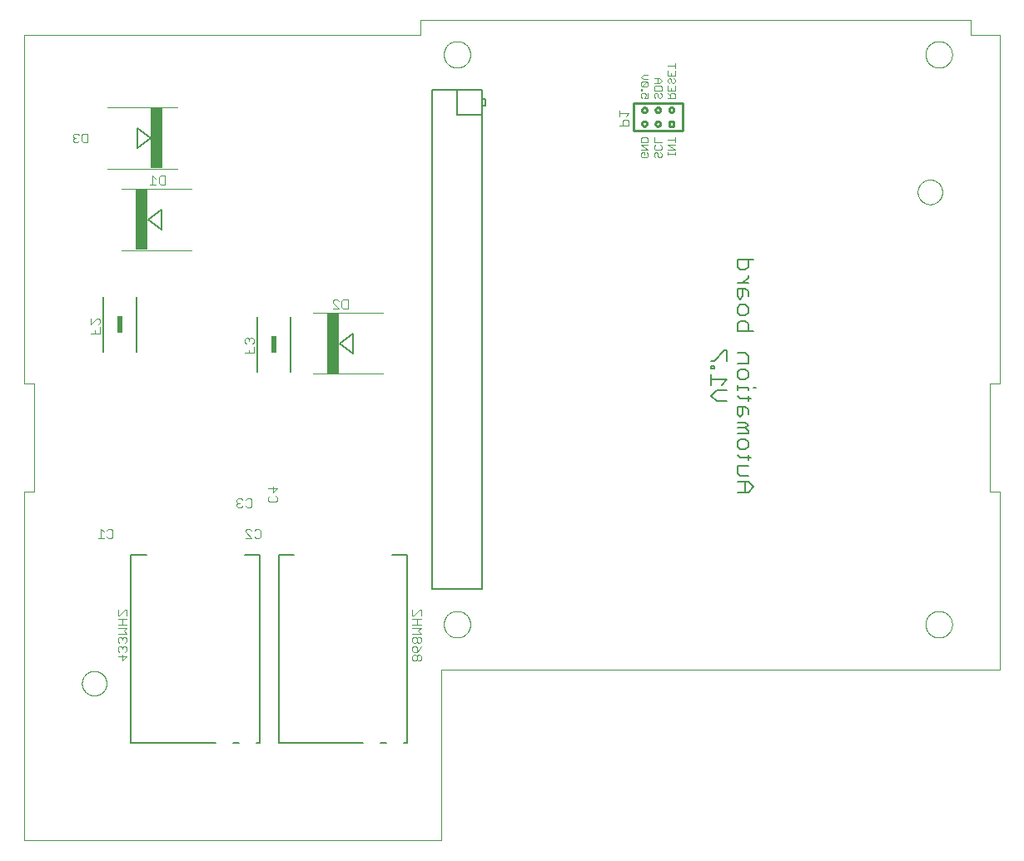
<source format=gbo>
G04 This is an RS-274x file exported by *
G04 gerbv version 2.10.0~037b94 *
G04 More information is available about gerbv at *
G04 https://gerbv.github.io/ *
G04 --End of header info--*
%MOIN*%
%FSLAX36Y36*%
%IPPOS*%
%INSilk Bottom*%
G04 --Define apertures--*
%ADD10C,0.0000*%
%ADD11C,0.0100*%
%ADD12C,0.0030*%
%ADD13C,0.0040*%
%ADD14C,0.0070*%
%ADD15C,0.0080*%
%ADD16R,0.0492X0.2441*%
%ADD17C,0.0050*%
%ADD18C,0.0028*%
%ADD19R,0.0236X0.0709*%
%ADD20R,0.0236X0.0433*%
G04 --Start main section--*
G54D10*
G01X0000000Y0000000D02*
G01X1669291Y0000000D01*
G01X1669291Y0000000D02*
G01X1669291Y0683071D01*
G01X1669291Y0683071D02*
G01X3905512Y0683071D01*
G01X3905512Y0683071D02*
G01X3905512Y1397638D01*
G01X3905512Y1397638D02*
G01X3866142Y1397638D01*
G01X3866142Y1397638D02*
G01X3866142Y1830709D01*
G01X3866142Y1830709D02*
G01X3905512Y1830709D01*
G01X3905512Y1830709D02*
G01X3905512Y3228346D01*
G01X3905512Y3228346D02*
G01X3787402Y3228346D01*
G01X3787402Y3228346D02*
G01X3787402Y3287402D01*
G01X3787402Y3287402D02*
G01X1586614Y3287402D01*
G01X1586614Y3287402D02*
G01X1586614Y3228346D01*
G01X1586614Y3228346D02*
G01X0000000Y3228346D01*
G01X0000000Y3228346D02*
G01X0000000Y1830709D01*
G01X0000000Y1830709D02*
G01X0039370Y1830709D01*
G01X0039370Y1830709D02*
G01X0039370Y1397638D01*
G01X0039370Y1397638D02*
G01X0000000Y1397638D01*
G01X0000000Y1397638D02*
G01X0000000Y0000000D01*
G01X0230315Y0629921D02*
G01X0230331Y0631130D01*
G01X0230331Y0631130D02*
G01X0230374Y0632335D01*
G01X0230374Y0632335D02*
G01X0230449Y0633543D01*
G01X0230449Y0633543D02*
G01X0230551Y0634744D01*
G01X0230551Y0634744D02*
G01X0230685Y0635945D01*
G01X0230685Y0635945D02*
G01X0230846Y0637142D01*
G01X0230846Y0637142D02*
G01X0231039Y0638335D01*
G01X0231039Y0638335D02*
G01X0231260Y0639524D01*
G01X0231260Y0639524D02*
G01X0231512Y0640705D01*
G01X0231512Y0640705D02*
G01X0231791Y0641878D01*
G01X0231791Y0641878D02*
G01X0232098Y0643047D01*
G01X0232098Y0643047D02*
G01X0232433Y0644209D01*
G01X0232433Y0644209D02*
G01X0232799Y0645358D01*
G01X0232799Y0645358D02*
G01X0233193Y0646500D01*
G01X0233193Y0646500D02*
G01X0233614Y0647634D01*
G01X0233614Y0647634D02*
G01X0234063Y0648756D01*
G01X0234063Y0648756D02*
G01X0234535Y0649866D01*
G01X0234535Y0649866D02*
G01X0235039Y0650961D01*
G01X0235039Y0650961D02*
G01X0235571Y0652047D01*
G01X0235571Y0652047D02*
G01X0236126Y0653118D01*
G01X0236126Y0653118D02*
G01X0236709Y0654177D01*
G01X0236709Y0654177D02*
G01X0237315Y0655220D01*
G01X0237315Y0655220D02*
G01X0237949Y0656248D01*
G01X0237949Y0656248D02*
G01X0238610Y0657264D01*
G01X0238610Y0657264D02*
G01X0239291Y0658260D01*
G01X0239291Y0658260D02*
G01X0240000Y0659236D01*
G01X0240000Y0659236D02*
G01X0240732Y0660197D01*
G01X0240732Y0660197D02*
G01X0241484Y0661142D01*
G01X0241484Y0661142D02*
G01X0242264Y0662067D01*
G01X0242264Y0662067D02*
G01X0243063Y0662969D01*
G01X0243063Y0662969D02*
G01X0243886Y0663854D01*
G01X0243886Y0663854D02*
G01X0244728Y0664720D01*
G01X0244728Y0664720D02*
G01X0245594Y0665563D01*
G01X0245594Y0665563D02*
G01X0246480Y0666386D01*
G01X0246480Y0666386D02*
G01X0247382Y0667185D01*
G01X0247382Y0667185D02*
G01X0248307Y0667965D01*
G01X0248307Y0667965D02*
G01X0249252Y0668717D01*
G01X0249252Y0668717D02*
G01X0250213Y0669449D01*
G01X0250213Y0669449D02*
G01X0251189Y0670157D01*
G01X0251189Y0670157D02*
G01X0252185Y0670839D01*
G01X0252185Y0670839D02*
G01X0253201Y0671500D01*
G01X0253201Y0671500D02*
G01X0254228Y0672134D01*
G01X0254228Y0672134D02*
G01X0255272Y0672740D01*
G01X0255272Y0672740D02*
G01X0256331Y0673323D01*
G01X0256331Y0673323D02*
G01X0257402Y0673878D01*
G01X0257402Y0673878D02*
G01X0258488Y0674409D01*
G01X0258488Y0674409D02*
G01X0259583Y0674913D01*
G01X0259583Y0674913D02*
G01X0260693Y0675386D01*
G01X0260693Y0675386D02*
G01X0261815Y0675835D01*
G01X0261815Y0675835D02*
G01X0262949Y0676256D01*
G01X0262949Y0676256D02*
G01X0264091Y0676650D01*
G01X0264091Y0676650D02*
G01X0265240Y0677016D01*
G01X0265240Y0677016D02*
G01X0266402Y0677350D01*
G01X0266402Y0677350D02*
G01X0267571Y0677657D01*
G01X0267571Y0677657D02*
G01X0268744Y0677937D01*
G01X0268744Y0677937D02*
G01X0269925Y0678189D01*
G01X0269925Y0678189D02*
G01X0271114Y0678409D01*
G01X0271114Y0678409D02*
G01X0272307Y0678602D01*
G01X0272307Y0678602D02*
G01X0273504Y0678764D01*
G01X0273504Y0678764D02*
G01X0274705Y0678898D01*
G01X0274705Y0678898D02*
G01X0275906Y0679000D01*
G01X0275906Y0679000D02*
G01X0277114Y0679075D01*
G01X0277114Y0679075D02*
G01X0278319Y0679118D01*
G01X0278319Y0679118D02*
G01X0279528Y0679134D01*
G01X0279528Y0679134D02*
G01X0280736Y0679118D01*
G01X0280736Y0679118D02*
G01X0281941Y0679075D01*
G01X0281941Y0679075D02*
G01X0283150Y0679000D01*
G01X0283150Y0679000D02*
G01X0284350Y0678898D01*
G01X0284350Y0678898D02*
G01X0285551Y0678764D01*
G01X0285551Y0678764D02*
G01X0286748Y0678602D01*
G01X0286748Y0678602D02*
G01X0287941Y0678409D01*
G01X0287941Y0678409D02*
G01X0289130Y0678189D01*
G01X0289130Y0678189D02*
G01X0290311Y0677937D01*
G01X0290311Y0677937D02*
G01X0291484Y0677657D01*
G01X0291484Y0677657D02*
G01X0292654Y0677350D01*
G01X0292654Y0677350D02*
G01X0293815Y0677016D01*
G01X0293815Y0677016D02*
G01X0294965Y0676650D01*
G01X0294965Y0676650D02*
G01X0296106Y0676256D01*
G01X0296106Y0676256D02*
G01X0297240Y0675835D01*
G01X0297240Y0675835D02*
G01X0298362Y0675386D01*
G01X0298362Y0675386D02*
G01X0299472Y0674913D01*
G01X0299472Y0674913D02*
G01X0300567Y0674409D01*
G01X0300567Y0674409D02*
G01X0301654Y0673878D01*
G01X0301654Y0673878D02*
G01X0302724Y0673323D01*
G01X0302724Y0673323D02*
G01X0303783Y0672740D01*
G01X0303783Y0672740D02*
G01X0304827Y0672134D01*
G01X0304827Y0672134D02*
G01X0305854Y0671500D01*
G01X0305854Y0671500D02*
G01X0306870Y0670839D01*
G01X0306870Y0670839D02*
G01X0307866Y0670157D01*
G01X0307866Y0670157D02*
G01X0308843Y0669449D01*
G01X0308843Y0669449D02*
G01X0309803Y0668717D01*
G01X0309803Y0668717D02*
G01X0310748Y0667965D01*
G01X0310748Y0667965D02*
G01X0311673Y0667185D01*
G01X0311673Y0667185D02*
G01X0312575Y0666386D01*
G01X0312575Y0666386D02*
G01X0313461Y0665563D01*
G01X0313461Y0665563D02*
G01X0314327Y0664720D01*
G01X0314327Y0664720D02*
G01X0315169Y0663854D01*
G01X0315169Y0663854D02*
G01X0315992Y0662969D01*
G01X0315992Y0662969D02*
G01X0316791Y0662067D01*
G01X0316791Y0662067D02*
G01X0317571Y0661142D01*
G01X0317571Y0661142D02*
G01X0318323Y0660197D01*
G01X0318323Y0660197D02*
G01X0319055Y0659236D01*
G01X0319055Y0659236D02*
G01X0319764Y0658260D01*
G01X0319764Y0658260D02*
G01X0320445Y0657264D01*
G01X0320445Y0657264D02*
G01X0321106Y0656248D01*
G01X0321106Y0656248D02*
G01X0321740Y0655220D01*
G01X0321740Y0655220D02*
G01X0322346Y0654177D01*
G01X0322346Y0654177D02*
G01X0322929Y0653118D01*
G01X0322929Y0653118D02*
G01X0323484Y0652047D01*
G01X0323484Y0652047D02*
G01X0324016Y0650961D01*
G01X0324016Y0650961D02*
G01X0324520Y0649866D01*
G01X0324520Y0649866D02*
G01X0324992Y0648756D01*
G01X0324992Y0648756D02*
G01X0325441Y0647634D01*
G01X0325441Y0647634D02*
G01X0325862Y0646500D01*
G01X0325862Y0646500D02*
G01X0326256Y0645358D01*
G01X0326256Y0645358D02*
G01X0326622Y0644209D01*
G01X0326622Y0644209D02*
G01X0326957Y0643047D01*
G01X0326957Y0643047D02*
G01X0327264Y0641878D01*
G01X0327264Y0641878D02*
G01X0327543Y0640705D01*
G01X0327543Y0640705D02*
G01X0327795Y0639524D01*
G01X0327795Y0639524D02*
G01X0328016Y0638335D01*
G01X0328016Y0638335D02*
G01X0328209Y0637142D01*
G01X0328209Y0637142D02*
G01X0328370Y0635945D01*
G01X0328370Y0635945D02*
G01X0328504Y0634744D01*
G01X0328504Y0634744D02*
G01X0328606Y0633543D01*
G01X0328606Y0633543D02*
G01X0328681Y0632335D01*
G01X0328681Y0632335D02*
G01X0328724Y0631130D01*
G01X0328724Y0631130D02*
G01X0328740Y0629921D01*
G01X0328740Y0629921D02*
G01X0328724Y0628713D01*
G01X0328724Y0628713D02*
G01X0328681Y0627508D01*
G01X0328681Y0627508D02*
G01X0328606Y0626299D01*
G01X0328606Y0626299D02*
G01X0328504Y0625098D01*
G01X0328504Y0625098D02*
G01X0328370Y0623898D01*
G01X0328370Y0623898D02*
G01X0328209Y0622701D01*
G01X0328209Y0622701D02*
G01X0328016Y0621508D01*
G01X0328016Y0621508D02*
G01X0327795Y0620319D01*
G01X0327795Y0620319D02*
G01X0327543Y0619138D01*
G01X0327543Y0619138D02*
G01X0327264Y0617965D01*
G01X0327264Y0617965D02*
G01X0326957Y0616795D01*
G01X0326957Y0616795D02*
G01X0326622Y0615634D01*
G01X0326622Y0615634D02*
G01X0326256Y0614484D01*
G01X0326256Y0614484D02*
G01X0325862Y0613343D01*
G01X0325862Y0613343D02*
G01X0325441Y0612209D01*
G01X0325441Y0612209D02*
G01X0324992Y0611087D01*
G01X0324992Y0611087D02*
G01X0324520Y0609976D01*
G01X0324520Y0609976D02*
G01X0324016Y0608882D01*
G01X0324016Y0608882D02*
G01X0323484Y0607795D01*
G01X0323484Y0607795D02*
G01X0322929Y0606724D01*
G01X0322929Y0606724D02*
G01X0322346Y0605665D01*
G01X0322346Y0605665D02*
G01X0321740Y0604622D01*
G01X0321740Y0604622D02*
G01X0321106Y0603594D01*
G01X0321106Y0603594D02*
G01X0320445Y0602579D01*
G01X0320445Y0602579D02*
G01X0319764Y0601583D01*
G01X0319764Y0601583D02*
G01X0319055Y0600606D01*
G01X0319055Y0600606D02*
G01X0318323Y0599646D01*
G01X0318323Y0599646D02*
G01X0317571Y0598701D01*
G01X0317571Y0598701D02*
G01X0316791Y0597776D01*
G01X0316791Y0597776D02*
G01X0315992Y0596874D01*
G01X0315992Y0596874D02*
G01X0315169Y0595988D01*
G01X0315169Y0595988D02*
G01X0314327Y0595122D01*
G01X0314327Y0595122D02*
G01X0313461Y0594280D01*
G01X0313461Y0594280D02*
G01X0312575Y0593457D01*
G01X0312575Y0593457D02*
G01X0311673Y0592657D01*
G01X0311673Y0592657D02*
G01X0310748Y0591878D01*
G01X0310748Y0591878D02*
G01X0309803Y0591126D01*
G01X0309803Y0591126D02*
G01X0308843Y0590394D01*
G01X0308843Y0590394D02*
G01X0307866Y0589685D01*
G01X0307866Y0589685D02*
G01X0306870Y0589004D01*
G01X0306870Y0589004D02*
G01X0305854Y0588343D01*
G01X0305854Y0588343D02*
G01X0304827Y0587709D01*
G01X0304827Y0587709D02*
G01X0303783Y0587102D01*
G01X0303783Y0587102D02*
G01X0302724Y0586520D01*
G01X0302724Y0586520D02*
G01X0301654Y0585965D01*
G01X0301654Y0585965D02*
G01X0300567Y0585433D01*
G01X0300567Y0585433D02*
G01X0299472Y0584929D01*
G01X0299472Y0584929D02*
G01X0298362Y0584457D01*
G01X0298362Y0584457D02*
G01X0297240Y0584008D01*
G01X0297240Y0584008D02*
G01X0296106Y0583587D01*
G01X0296106Y0583587D02*
G01X0294965Y0583193D01*
G01X0294965Y0583193D02*
G01X0293815Y0582827D01*
G01X0293815Y0582827D02*
G01X0292654Y0582492D01*
G01X0292654Y0582492D02*
G01X0291484Y0582185D01*
G01X0291484Y0582185D02*
G01X0290311Y0581906D01*
G01X0290311Y0581906D02*
G01X0289130Y0581654D01*
G01X0289130Y0581654D02*
G01X0287941Y0581433D01*
G01X0287941Y0581433D02*
G01X0286748Y0581240D01*
G01X0286748Y0581240D02*
G01X0285551Y0581079D01*
G01X0285551Y0581079D02*
G01X0284350Y0580945D01*
G01X0284350Y0580945D02*
G01X0283150Y0580843D01*
G01X0283150Y0580843D02*
G01X0281941Y0580768D01*
G01X0281941Y0580768D02*
G01X0280736Y0580724D01*
G01X0280736Y0580724D02*
G01X0279528Y0580709D01*
G01X0279528Y0580709D02*
G01X0278319Y0580724D01*
G01X0278319Y0580724D02*
G01X0277114Y0580768D01*
G01X0277114Y0580768D02*
G01X0275906Y0580843D01*
G01X0275906Y0580843D02*
G01X0274705Y0580945D01*
G01X0274705Y0580945D02*
G01X0273504Y0581079D01*
G01X0273504Y0581079D02*
G01X0272307Y0581240D01*
G01X0272307Y0581240D02*
G01X0271114Y0581433D01*
G01X0271114Y0581433D02*
G01X0269925Y0581654D01*
G01X0269925Y0581654D02*
G01X0268744Y0581906D01*
G01X0268744Y0581906D02*
G01X0267571Y0582185D01*
G01X0267571Y0582185D02*
G01X0266402Y0582492D01*
G01X0266402Y0582492D02*
G01X0265240Y0582827D01*
G01X0265240Y0582827D02*
G01X0264091Y0583193D01*
G01X0264091Y0583193D02*
G01X0262949Y0583587D01*
G01X0262949Y0583587D02*
G01X0261815Y0584008D01*
G01X0261815Y0584008D02*
G01X0260693Y0584457D01*
G01X0260693Y0584457D02*
G01X0259583Y0584929D01*
G01X0259583Y0584929D02*
G01X0258488Y0585433D01*
G01X0258488Y0585433D02*
G01X0257402Y0585965D01*
G01X0257402Y0585965D02*
G01X0256331Y0586520D01*
G01X0256331Y0586520D02*
G01X0255272Y0587102D01*
G01X0255272Y0587102D02*
G01X0254228Y0587709D01*
G01X0254228Y0587709D02*
G01X0253201Y0588343D01*
G01X0253201Y0588343D02*
G01X0252185Y0589004D01*
G01X0252185Y0589004D02*
G01X0251189Y0589685D01*
G01X0251189Y0589685D02*
G01X0250213Y0590394D01*
G01X0250213Y0590394D02*
G01X0249252Y0591126D01*
G01X0249252Y0591126D02*
G01X0248307Y0591878D01*
G01X0248307Y0591878D02*
G01X0247382Y0592657D01*
G01X0247382Y0592657D02*
G01X0246480Y0593457D01*
G01X0246480Y0593457D02*
G01X0245594Y0594280D01*
G01X0245594Y0594280D02*
G01X0244728Y0595122D01*
G01X0244728Y0595122D02*
G01X0243886Y0595988D01*
G01X0243886Y0595988D02*
G01X0243063Y0596874D01*
G01X0243063Y0596874D02*
G01X0242264Y0597776D01*
G01X0242264Y0597776D02*
G01X0241484Y0598701D01*
G01X0241484Y0598701D02*
G01X0240732Y0599646D01*
G01X0240732Y0599646D02*
G01X0240000Y0600606D01*
G01X0240000Y0600606D02*
G01X0239291Y0601583D01*
G01X0239291Y0601583D02*
G01X0238610Y0602579D01*
G01X0238610Y0602579D02*
G01X0237949Y0603594D01*
G01X0237949Y0603594D02*
G01X0237315Y0604622D01*
G01X0237315Y0604622D02*
G01X0236709Y0605665D01*
G01X0236709Y0605665D02*
G01X0236126Y0606724D01*
G01X0236126Y0606724D02*
G01X0235571Y0607795D01*
G01X0235571Y0607795D02*
G01X0235039Y0608882D01*
G01X0235039Y0608882D02*
G01X0234535Y0609976D01*
G01X0234535Y0609976D02*
G01X0234063Y0611087D01*
G01X0234063Y0611087D02*
G01X0233614Y0612209D01*
G01X0233614Y0612209D02*
G01X0233193Y0613343D01*
G01X0233193Y0613343D02*
G01X0232799Y0614484D01*
G01X0232799Y0614484D02*
G01X0232433Y0615634D01*
G01X0232433Y0615634D02*
G01X0232098Y0616795D01*
G01X0232098Y0616795D02*
G01X0231791Y0617965D01*
G01X0231791Y0617965D02*
G01X0231512Y0619138D01*
G01X0231512Y0619138D02*
G01X0231260Y0620319D01*
G01X0231260Y0620319D02*
G01X0231039Y0621508D01*
G01X0231039Y0621508D02*
G01X0230846Y0622701D01*
G01X0230846Y0622701D02*
G01X0230685Y0623898D01*
G01X0230685Y0623898D02*
G01X0230551Y0625098D01*
G01X0230551Y0625098D02*
G01X0230449Y0626299D01*
G01X0230449Y0626299D02*
G01X0230374Y0627508D01*
G01X0230374Y0627508D02*
G01X0230331Y0628713D01*
G01X0230331Y0628713D02*
G01X0230315Y0629921D01*
G01X3576772Y2598425D02*
G01X3576787Y2599634D01*
G01X3576787Y2599634D02*
G01X3576831Y2600839D01*
G01X3576831Y2600839D02*
G01X3576906Y2602047D01*
G01X3576906Y2602047D02*
G01X3577008Y2603248D01*
G01X3577008Y2603248D02*
G01X3577142Y2604449D01*
G01X3577142Y2604449D02*
G01X3577303Y2605646D01*
G01X3577303Y2605646D02*
G01X3577496Y2606839D01*
G01X3577496Y2606839D02*
G01X3577717Y2608028D01*
G01X3577717Y2608028D02*
G01X3577969Y2609209D01*
G01X3577969Y2609209D02*
G01X3578248Y2610382D01*
G01X3578248Y2610382D02*
G01X3578555Y2611551D01*
G01X3578555Y2611551D02*
G01X3578890Y2612713D01*
G01X3578890Y2612713D02*
G01X3579256Y2613862D01*
G01X3579256Y2613862D02*
G01X3579650Y2615004D01*
G01X3579650Y2615004D02*
G01X3580071Y2616138D01*
G01X3580071Y2616138D02*
G01X3580520Y2617260D01*
G01X3580520Y2617260D02*
G01X3580992Y2618370D01*
G01X3580992Y2618370D02*
G01X3581496Y2619465D01*
G01X3581496Y2619465D02*
G01X3582028Y2620551D01*
G01X3582028Y2620551D02*
G01X3582583Y2621622D01*
G01X3582583Y2621622D02*
G01X3583165Y2622681D01*
G01X3583165Y2622681D02*
G01X3583772Y2623724D01*
G01X3583772Y2623724D02*
G01X3584406Y2624752D01*
G01X3584406Y2624752D02*
G01X3585067Y2625768D01*
G01X3585067Y2625768D02*
G01X3585748Y2626764D01*
G01X3585748Y2626764D02*
G01X3586457Y2627740D01*
G01X3586457Y2627740D02*
G01X3587189Y2628701D01*
G01X3587189Y2628701D02*
G01X3587941Y2629646D01*
G01X3587941Y2629646D02*
G01X3588720Y2630571D01*
G01X3588720Y2630571D02*
G01X3589520Y2631472D01*
G01X3589520Y2631472D02*
G01X3590343Y2632358D01*
G01X3590343Y2632358D02*
G01X3591185Y2633224D01*
G01X3591185Y2633224D02*
G01X3592051Y2634067D01*
G01X3592051Y2634067D02*
G01X3592937Y2634890D01*
G01X3592937Y2634890D02*
G01X3593839Y2635689D01*
G01X3593839Y2635689D02*
G01X3594764Y2636469D01*
G01X3594764Y2636469D02*
G01X3595709Y2637220D01*
G01X3595709Y2637220D02*
G01X3596669Y2637953D01*
G01X3596669Y2637953D02*
G01X3597646Y2638661D01*
G01X3597646Y2638661D02*
G01X3598642Y2639343D01*
G01X3598642Y2639343D02*
G01X3599657Y2640004D01*
G01X3599657Y2640004D02*
G01X3600685Y2640638D01*
G01X3600685Y2640638D02*
G01X3601728Y2641244D01*
G01X3601728Y2641244D02*
G01X3602787Y2641827D01*
G01X3602787Y2641827D02*
G01X3603858Y2642382D01*
G01X3603858Y2642382D02*
G01X3604945Y2642913D01*
G01X3604945Y2642913D02*
G01X3606039Y2643417D01*
G01X3606039Y2643417D02*
G01X3607150Y2643890D01*
G01X3607150Y2643890D02*
G01X3608272Y2644339D01*
G01X3608272Y2644339D02*
G01X3609406Y2644760D01*
G01X3609406Y2644760D02*
G01X3610547Y2645154D01*
G01X3610547Y2645154D02*
G01X3611697Y2645520D01*
G01X3611697Y2645520D02*
G01X3612858Y2645854D01*
G01X3612858Y2645854D02*
G01X3614028Y2646161D01*
G01X3614028Y2646161D02*
G01X3615201Y2646441D01*
G01X3615201Y2646441D02*
G01X3616382Y2646693D01*
G01X3616382Y2646693D02*
G01X3617571Y2646913D01*
G01X3617571Y2646913D02*
G01X3618764Y2647106D01*
G01X3618764Y2647106D02*
G01X3619961Y2647268D01*
G01X3619961Y2647268D02*
G01X3621161Y2647402D01*
G01X3621161Y2647402D02*
G01X3622362Y2647504D01*
G01X3622362Y2647504D02*
G01X3623571Y2647579D01*
G01X3623571Y2647579D02*
G01X3624776Y2647622D01*
G01X3624776Y2647622D02*
G01X3625984Y2647638D01*
G01X3625984Y2647638D02*
G01X3627193Y2647622D01*
G01X3627193Y2647622D02*
G01X3628398Y2647579D01*
G01X3628398Y2647579D02*
G01X3629606Y2647504D01*
G01X3629606Y2647504D02*
G01X3630807Y2647402D01*
G01X3630807Y2647402D02*
G01X3632008Y2647268D01*
G01X3632008Y2647268D02*
G01X3633205Y2647106D01*
G01X3633205Y2647106D02*
G01X3634398Y2646913D01*
G01X3634398Y2646913D02*
G01X3635587Y2646693D01*
G01X3635587Y2646693D02*
G01X3636768Y2646441D01*
G01X3636768Y2646441D02*
G01X3637941Y2646161D01*
G01X3637941Y2646161D02*
G01X3639110Y2645854D01*
G01X3639110Y2645854D02*
G01X3640272Y2645520D01*
G01X3640272Y2645520D02*
G01X3641421Y2645154D01*
G01X3641421Y2645154D02*
G01X3642563Y2644760D01*
G01X3642563Y2644760D02*
G01X3643697Y2644339D01*
G01X3643697Y2644339D02*
G01X3644819Y2643890D01*
G01X3644819Y2643890D02*
G01X3645929Y2643417D01*
G01X3645929Y2643417D02*
G01X3647024Y2642913D01*
G01X3647024Y2642913D02*
G01X3648110Y2642382D01*
G01X3648110Y2642382D02*
G01X3649181Y2641827D01*
G01X3649181Y2641827D02*
G01X3650240Y2641244D01*
G01X3650240Y2641244D02*
G01X3651283Y2640638D01*
G01X3651283Y2640638D02*
G01X3652311Y2640004D01*
G01X3652311Y2640004D02*
G01X3653327Y2639343D01*
G01X3653327Y2639343D02*
G01X3654323Y2638661D01*
G01X3654323Y2638661D02*
G01X3655299Y2637953D01*
G01X3655299Y2637953D02*
G01X3656260Y2637220D01*
G01X3656260Y2637220D02*
G01X3657205Y2636469D01*
G01X3657205Y2636469D02*
G01X3658130Y2635689D01*
G01X3658130Y2635689D02*
G01X3659031Y2634890D01*
G01X3659031Y2634890D02*
G01X3659917Y2634067D01*
G01X3659917Y2634067D02*
G01X3660783Y2633224D01*
G01X3660783Y2633224D02*
G01X3661626Y2632358D01*
G01X3661626Y2632358D02*
G01X3662449Y2631472D01*
G01X3662449Y2631472D02*
G01X3663248Y2630571D01*
G01X3663248Y2630571D02*
G01X3664028Y2629646D01*
G01X3664028Y2629646D02*
G01X3664780Y2628701D01*
G01X3664780Y2628701D02*
G01X3665512Y2627740D01*
G01X3665512Y2627740D02*
G01X3666220Y2626764D01*
G01X3666220Y2626764D02*
G01X3666902Y2625768D01*
G01X3666902Y2625768D02*
G01X3667563Y2624752D01*
G01X3667563Y2624752D02*
G01X3668197Y2623724D01*
G01X3668197Y2623724D02*
G01X3668803Y2622681D01*
G01X3668803Y2622681D02*
G01X3669386Y2621622D01*
G01X3669386Y2621622D02*
G01X3669941Y2620551D01*
G01X3669941Y2620551D02*
G01X3670472Y2619465D01*
G01X3670472Y2619465D02*
G01X3670976Y2618370D01*
G01X3670976Y2618370D02*
G01X3671449Y2617260D01*
G01X3671449Y2617260D02*
G01X3671898Y2616138D01*
G01X3671898Y2616138D02*
G01X3672319Y2615004D01*
G01X3672319Y2615004D02*
G01X3672713Y2613862D01*
G01X3672713Y2613862D02*
G01X3673079Y2612713D01*
G01X3673079Y2612713D02*
G01X3673413Y2611551D01*
G01X3673413Y2611551D02*
G01X3673720Y2610382D01*
G01X3673720Y2610382D02*
G01X3674000Y2609209D01*
G01X3674000Y2609209D02*
G01X3674252Y2608028D01*
G01X3674252Y2608028D02*
G01X3674472Y2606839D01*
G01X3674472Y2606839D02*
G01X3674665Y2605646D01*
G01X3674665Y2605646D02*
G01X3674827Y2604449D01*
G01X3674827Y2604449D02*
G01X3674961Y2603248D01*
G01X3674961Y2603248D02*
G01X3675063Y2602047D01*
G01X3675063Y2602047D02*
G01X3675138Y2600839D01*
G01X3675138Y2600839D02*
G01X3675181Y2599634D01*
G01X3675181Y2599634D02*
G01X3675197Y2598425D01*
G01X3675197Y2598425D02*
G01X3675181Y2597217D01*
G01X3675181Y2597217D02*
G01X3675138Y2596012D01*
G01X3675138Y2596012D02*
G01X3675063Y2594803D01*
G01X3675063Y2594803D02*
G01X3674961Y2593602D01*
G01X3674961Y2593602D02*
G01X3674827Y2592402D01*
G01X3674827Y2592402D02*
G01X3674665Y2591205D01*
G01X3674665Y2591205D02*
G01X3674472Y2590012D01*
G01X3674472Y2590012D02*
G01X3674252Y2588823D01*
G01X3674252Y2588823D02*
G01X3674000Y2587642D01*
G01X3674000Y2587642D02*
G01X3673720Y2586469D01*
G01X3673720Y2586469D02*
G01X3673413Y2585299D01*
G01X3673413Y2585299D02*
G01X3673079Y2584138D01*
G01X3673079Y2584138D02*
G01X3672713Y2582988D01*
G01X3672713Y2582988D02*
G01X3672319Y2581846D01*
G01X3672319Y2581846D02*
G01X3671898Y2580713D01*
G01X3671898Y2580713D02*
G01X3671449Y2579591D01*
G01X3671449Y2579591D02*
G01X3670976Y2578480D01*
G01X3670976Y2578480D02*
G01X3670472Y2577386D01*
G01X3670472Y2577386D02*
G01X3669941Y2576299D01*
G01X3669941Y2576299D02*
G01X3669386Y2575228D01*
G01X3669386Y2575228D02*
G01X3668803Y2574169D01*
G01X3668803Y2574169D02*
G01X3668197Y2573126D01*
G01X3668197Y2573126D02*
G01X3667563Y2572098D01*
G01X3667563Y2572098D02*
G01X3666902Y2571083D01*
G01X3666902Y2571083D02*
G01X3666220Y2570087D01*
G01X3666220Y2570087D02*
G01X3665512Y2569110D01*
G01X3665512Y2569110D02*
G01X3664780Y2568150D01*
G01X3664780Y2568150D02*
G01X3664028Y2567205D01*
G01X3664028Y2567205D02*
G01X3663248Y2566280D01*
G01X3663248Y2566280D02*
G01X3662449Y2565378D01*
G01X3662449Y2565378D02*
G01X3661626Y2564492D01*
G01X3661626Y2564492D02*
G01X3660783Y2563626D01*
G01X3660783Y2563626D02*
G01X3659917Y2562783D01*
G01X3659917Y2562783D02*
G01X3659031Y2561961D01*
G01X3659031Y2561961D02*
G01X3658130Y2561161D01*
G01X3658130Y2561161D02*
G01X3657205Y2560382D01*
G01X3657205Y2560382D02*
G01X3656260Y2559630D01*
G01X3656260Y2559630D02*
G01X3655299Y2558898D01*
G01X3655299Y2558898D02*
G01X3654323Y2558189D01*
G01X3654323Y2558189D02*
G01X3653327Y2557508D01*
G01X3653327Y2557508D02*
G01X3652311Y2556846D01*
G01X3652311Y2556846D02*
G01X3651283Y2556213D01*
G01X3651283Y2556213D02*
G01X3650240Y2555606D01*
G01X3650240Y2555606D02*
G01X3649181Y2555024D01*
G01X3649181Y2555024D02*
G01X3648110Y2554469D01*
G01X3648110Y2554469D02*
G01X3647024Y2553937D01*
G01X3647024Y2553937D02*
G01X3645929Y2553433D01*
G01X3645929Y2553433D02*
G01X3644819Y2552961D01*
G01X3644819Y2552961D02*
G01X3643697Y2552512D01*
G01X3643697Y2552512D02*
G01X3642563Y2552091D01*
G01X3642563Y2552091D02*
G01X3641421Y2551697D01*
G01X3641421Y2551697D02*
G01X3640272Y2551331D01*
G01X3640272Y2551331D02*
G01X3639110Y2550996D01*
G01X3639110Y2550996D02*
G01X3637941Y2550689D01*
G01X3637941Y2550689D02*
G01X3636768Y2550409D01*
G01X3636768Y2550409D02*
G01X3635587Y2550157D01*
G01X3635587Y2550157D02*
G01X3634398Y2549937D01*
G01X3634398Y2549937D02*
G01X3633205Y2549744D01*
G01X3633205Y2549744D02*
G01X3632008Y2549583D01*
G01X3632008Y2549583D02*
G01X3630807Y2549449D01*
G01X3630807Y2549449D02*
G01X3629606Y2549346D01*
G01X3629606Y2549346D02*
G01X3628398Y2549272D01*
G01X3628398Y2549272D02*
G01X3627193Y2549228D01*
G01X3627193Y2549228D02*
G01X3625984Y2549213D01*
G01X3625984Y2549213D02*
G01X3624776Y2549228D01*
G01X3624776Y2549228D02*
G01X3623571Y2549272D01*
G01X3623571Y2549272D02*
G01X3622362Y2549346D01*
G01X3622362Y2549346D02*
G01X3621161Y2549449D01*
G01X3621161Y2549449D02*
G01X3619961Y2549583D01*
G01X3619961Y2549583D02*
G01X3618764Y2549744D01*
G01X3618764Y2549744D02*
G01X3617571Y2549937D01*
G01X3617571Y2549937D02*
G01X3616382Y2550157D01*
G01X3616382Y2550157D02*
G01X3615201Y2550409D01*
G01X3615201Y2550409D02*
G01X3614028Y2550689D01*
G01X3614028Y2550689D02*
G01X3612858Y2550996D01*
G01X3612858Y2550996D02*
G01X3611697Y2551331D01*
G01X3611697Y2551331D02*
G01X3610547Y2551697D01*
G01X3610547Y2551697D02*
G01X3609406Y2552091D01*
G01X3609406Y2552091D02*
G01X3608272Y2552512D01*
G01X3608272Y2552512D02*
G01X3607150Y2552961D01*
G01X3607150Y2552961D02*
G01X3606039Y2553433D01*
G01X3606039Y2553433D02*
G01X3604945Y2553937D01*
G01X3604945Y2553937D02*
G01X3603858Y2554469D01*
G01X3603858Y2554469D02*
G01X3602787Y2555024D01*
G01X3602787Y2555024D02*
G01X3601728Y2555606D01*
G01X3601728Y2555606D02*
G01X3600685Y2556213D01*
G01X3600685Y2556213D02*
G01X3599657Y2556846D01*
G01X3599657Y2556846D02*
G01X3598642Y2557508D01*
G01X3598642Y2557508D02*
G01X3597646Y2558189D01*
G01X3597646Y2558189D02*
G01X3596669Y2558898D01*
G01X3596669Y2558898D02*
G01X3595709Y2559630D01*
G01X3595709Y2559630D02*
G01X3594764Y2560382D01*
G01X3594764Y2560382D02*
G01X3593839Y2561161D01*
G01X3593839Y2561161D02*
G01X3592937Y2561961D01*
G01X3592937Y2561961D02*
G01X3592051Y2562783D01*
G01X3592051Y2562783D02*
G01X3591185Y2563626D01*
G01X3591185Y2563626D02*
G01X3590343Y2564492D01*
G01X3590343Y2564492D02*
G01X3589520Y2565378D01*
G01X3589520Y2565378D02*
G01X3588720Y2566280D01*
G01X3588720Y2566280D02*
G01X3587941Y2567205D01*
G01X3587941Y2567205D02*
G01X3587189Y2568150D01*
G01X3587189Y2568150D02*
G01X3586457Y2569110D01*
G01X3586457Y2569110D02*
G01X3585748Y2570087D01*
G01X3585748Y2570087D02*
G01X3585067Y2571083D01*
G01X3585067Y2571083D02*
G01X3584406Y2572098D01*
G01X3584406Y2572098D02*
G01X3583772Y2573126D01*
G01X3583772Y2573126D02*
G01X3583165Y2574169D01*
G01X3583165Y2574169D02*
G01X3582583Y2575228D01*
G01X3582583Y2575228D02*
G01X3582028Y2576299D01*
G01X3582028Y2576299D02*
G01X3581496Y2577386D01*
G01X3581496Y2577386D02*
G01X3580992Y2578480D01*
G01X3580992Y2578480D02*
G01X3580520Y2579591D01*
G01X3580520Y2579591D02*
G01X3580071Y2580713D01*
G01X3580071Y2580713D02*
G01X3579650Y2581846D01*
G01X3579650Y2581846D02*
G01X3579256Y2582988D01*
G01X3579256Y2582988D02*
G01X3578890Y2584138D01*
G01X3578890Y2584138D02*
G01X3578555Y2585299D01*
G01X3578555Y2585299D02*
G01X3578248Y2586469D01*
G01X3578248Y2586469D02*
G01X3577969Y2587642D01*
G01X3577969Y2587642D02*
G01X3577717Y2588823D01*
G01X3577717Y2588823D02*
G01X3577496Y2590012D01*
G01X3577496Y2590012D02*
G01X3577303Y2591205D01*
G01X3577303Y2591205D02*
G01X3577142Y2592402D01*
G01X3577142Y2592402D02*
G01X3577008Y2593602D01*
G01X3577008Y2593602D02*
G01X3576906Y2594803D01*
G01X3576906Y2594803D02*
G01X3576831Y2596012D01*
G01X3576831Y2596012D02*
G01X3576787Y2597217D01*
G01X3576787Y2597217D02*
G01X3576772Y2598425D01*
G54D11*
G01X2635827Y2954724D02*
G01X2437402Y2954724D01*
G01X2437402Y2954724D02*
G01X2437402Y2844488D01*
G01X2437402Y2844488D02*
G01X2635827Y2844488D01*
G01X2635827Y2844488D02*
G01X2635827Y2954724D01*
G01X2600394Y2862205D02*
G01X2580709Y2862205D01*
G01X2580709Y2881890D02*
G01X2600394Y2881890D01*
G01X2580709Y2881890D02*
G01X2580709Y2862205D01*
G01X2600394Y2862205D02*
G01X2600394Y2881890D01*
G01X2580709Y2927165D02*
G01X2580717Y2927555D01*
G01X2580717Y2927555D02*
G01X2580740Y2927949D01*
G01X2580740Y2927949D02*
G01X2580780Y2928339D01*
G01X2580780Y2928339D02*
G01X2580835Y2928724D01*
G01X2580835Y2928724D02*
G01X2580902Y2929110D01*
G01X2580902Y2929110D02*
G01X2580988Y2929492D01*
G01X2580988Y2929492D02*
G01X2581087Y2929870D01*
G01X2581087Y2929870D02*
G01X2581201Y2930244D01*
G01X2581201Y2930244D02*
G01X2581331Y2930614D01*
G01X2581331Y2930614D02*
G01X2581476Y2930976D01*
G01X2581476Y2930976D02*
G01X2581634Y2931335D01*
G01X2581634Y2931335D02*
G01X2581807Y2931685D01*
G01X2581807Y2931685D02*
G01X2581996Y2932031D01*
G01X2581996Y2932031D02*
G01X2582197Y2932366D01*
G01X2582197Y2932366D02*
G01X2582409Y2932693D01*
G01X2582409Y2932693D02*
G01X2582634Y2933016D01*
G01X2582634Y2933016D02*
G01X2582874Y2933323D01*
G01X2582874Y2933323D02*
G01X2583126Y2933626D01*
G01X2583126Y2933626D02*
G01X2583386Y2933913D01*
G01X2583386Y2933913D02*
G01X2583661Y2934193D01*
G01X2583661Y2934193D02*
G01X2583945Y2934461D01*
G01X2583945Y2934461D02*
G01X2584240Y2934720D01*
G01X2584240Y2934720D02*
G01X2584547Y2934965D01*
G01X2584547Y2934965D02*
G01X2584862Y2935197D01*
G01X2584862Y2935197D02*
G01X2585185Y2935417D01*
G01X2585185Y2935417D02*
G01X2585516Y2935622D01*
G01X2585516Y2935622D02*
G01X2585858Y2935815D01*
G01X2585858Y2935815D02*
G01X2586205Y2935996D01*
G01X2586205Y2935996D02*
G01X2586559Y2936161D01*
G01X2586559Y2936161D02*
G01X2586921Y2936315D01*
G01X2586921Y2936315D02*
G01X2587287Y2936453D01*
G01X2587287Y2936453D02*
G01X2587657Y2936575D01*
G01X2587657Y2936575D02*
G01X2588035Y2936681D01*
G01X2588035Y2936681D02*
G01X2588417Y2936772D01*
G01X2588417Y2936772D02*
G01X2588799Y2936850D01*
G01X2588799Y2936850D02*
G01X2589185Y2936913D01*
G01X2589185Y2936913D02*
G01X2589575Y2936961D01*
G01X2589575Y2936961D02*
G01X2589965Y2936992D01*
G01X2589965Y2936992D02*
G01X2590354Y2937008D01*
G01X2590354Y2937008D02*
G01X2590748Y2937008D01*
G01X2590748Y2937008D02*
G01X2591138Y2936992D01*
G01X2591138Y2936992D02*
G01X2591528Y2936961D01*
G01X2591528Y2936961D02*
G01X2591917Y2936913D01*
G01X2591917Y2936913D02*
G01X2592303Y2936850D01*
G01X2592303Y2936850D02*
G01X2592685Y2936772D01*
G01X2592685Y2936772D02*
G01X2593067Y2936681D01*
G01X2593067Y2936681D02*
G01X2593445Y2936575D01*
G01X2593445Y2936575D02*
G01X2593815Y2936453D01*
G01X2593815Y2936453D02*
G01X2594181Y2936315D01*
G01X2594181Y2936315D02*
G01X2594543Y2936161D01*
G01X2594543Y2936161D02*
G01X2594898Y2935996D01*
G01X2594898Y2935996D02*
G01X2595244Y2935815D01*
G01X2595244Y2935815D02*
G01X2595587Y2935622D01*
G01X2595587Y2935622D02*
G01X2595917Y2935417D01*
G01X2595917Y2935417D02*
G01X2596240Y2935197D01*
G01X2596240Y2935197D02*
G01X2596555Y2934965D01*
G01X2596555Y2934965D02*
G01X2596862Y2934720D01*
G01X2596862Y2934720D02*
G01X2597157Y2934461D01*
G01X2597157Y2934461D02*
G01X2597441Y2934193D01*
G01X2597441Y2934193D02*
G01X2597717Y2933913D01*
G01X2597717Y2933913D02*
G01X2597976Y2933626D01*
G01X2597976Y2933626D02*
G01X2598228Y2933323D01*
G01X2598228Y2933323D02*
G01X2598469Y2933016D01*
G01X2598469Y2933016D02*
G01X2598693Y2932693D01*
G01X2598693Y2932693D02*
G01X2598906Y2932366D01*
G01X2598906Y2932366D02*
G01X2599106Y2932031D01*
G01X2599106Y2932031D02*
G01X2599295Y2931685D01*
G01X2599295Y2931685D02*
G01X2599469Y2931335D01*
G01X2599469Y2931335D02*
G01X2599626Y2930976D01*
G01X2599626Y2930976D02*
G01X2599772Y2930614D01*
G01X2599772Y2930614D02*
G01X2599902Y2930244D01*
G01X2599902Y2930244D02*
G01X2600016Y2929870D01*
G01X2600016Y2929870D02*
G01X2600114Y2929492D01*
G01X2600114Y2929492D02*
G01X2600201Y2929110D01*
G01X2600201Y2929110D02*
G01X2600268Y2928724D01*
G01X2600268Y2928724D02*
G01X2600323Y2928339D01*
G01X2600323Y2928339D02*
G01X2600362Y2927949D01*
G01X2600362Y2927949D02*
G01X2600386Y2927555D01*
G01X2600386Y2927555D02*
G01X2600394Y2927165D01*
G01X2600394Y2927165D02*
G01X2600386Y2926776D01*
G01X2600386Y2926776D02*
G01X2600362Y2926382D01*
G01X2600362Y2926382D02*
G01X2600323Y2925992D01*
G01X2600323Y2925992D02*
G01X2600268Y2925606D01*
G01X2600268Y2925606D02*
G01X2600201Y2925220D01*
G01X2600201Y2925220D02*
G01X2600114Y2924839D01*
G01X2600114Y2924839D02*
G01X2600016Y2924461D01*
G01X2600016Y2924461D02*
G01X2599902Y2924087D01*
G01X2599902Y2924087D02*
G01X2599772Y2923717D01*
G01X2599772Y2923717D02*
G01X2599626Y2923354D01*
G01X2599626Y2923354D02*
G01X2599469Y2922996D01*
G01X2599469Y2922996D02*
G01X2599295Y2922646D01*
G01X2599295Y2922646D02*
G01X2599106Y2922299D01*
G01X2599106Y2922299D02*
G01X2598906Y2921965D01*
G01X2598906Y2921965D02*
G01X2598693Y2921638D01*
G01X2598693Y2921638D02*
G01X2598469Y2921315D01*
G01X2598469Y2921315D02*
G01X2598228Y2921008D01*
G01X2598228Y2921008D02*
G01X2597976Y2920705D01*
G01X2597976Y2920705D02*
G01X2597717Y2920417D01*
G01X2597717Y2920417D02*
G01X2597441Y2920138D01*
G01X2597441Y2920138D02*
G01X2597157Y2919870D01*
G01X2597157Y2919870D02*
G01X2596862Y2919610D01*
G01X2596862Y2919610D02*
G01X2596555Y2919366D01*
G01X2596555Y2919366D02*
G01X2596240Y2919134D01*
G01X2596240Y2919134D02*
G01X2595917Y2918913D01*
G01X2595917Y2918913D02*
G01X2595587Y2918709D01*
G01X2595587Y2918709D02*
G01X2595244Y2918516D01*
G01X2595244Y2918516D02*
G01X2594898Y2918335D01*
G01X2594898Y2918335D02*
G01X2594543Y2918169D01*
G01X2594543Y2918169D02*
G01X2594181Y2918016D01*
G01X2594181Y2918016D02*
G01X2593815Y2917878D01*
G01X2593815Y2917878D02*
G01X2593445Y2917756D01*
G01X2593445Y2917756D02*
G01X2593067Y2917650D01*
G01X2593067Y2917650D02*
G01X2592685Y2917559D01*
G01X2592685Y2917559D02*
G01X2592303Y2917480D01*
G01X2592303Y2917480D02*
G01X2591917Y2917417D01*
G01X2591917Y2917417D02*
G01X2591528Y2917370D01*
G01X2591528Y2917370D02*
G01X2591138Y2917339D01*
G01X2591138Y2917339D02*
G01X2590748Y2917323D01*
G01X2590748Y2917323D02*
G01X2590354Y2917323D01*
G01X2590354Y2917323D02*
G01X2589965Y2917339D01*
G01X2589965Y2917339D02*
G01X2589575Y2917370D01*
G01X2589575Y2917370D02*
G01X2589185Y2917417D01*
G01X2589185Y2917417D02*
G01X2588799Y2917480D01*
G01X2588799Y2917480D02*
G01X2588417Y2917559D01*
G01X2588417Y2917559D02*
G01X2588035Y2917650D01*
G01X2588035Y2917650D02*
G01X2587657Y2917756D01*
G01X2587657Y2917756D02*
G01X2587287Y2917878D01*
G01X2587287Y2917878D02*
G01X2586921Y2918016D01*
G01X2586921Y2918016D02*
G01X2586559Y2918169D01*
G01X2586559Y2918169D02*
G01X2586205Y2918335D01*
G01X2586205Y2918335D02*
G01X2585858Y2918516D01*
G01X2585858Y2918516D02*
G01X2585516Y2918709D01*
G01X2585516Y2918709D02*
G01X2585185Y2918913D01*
G01X2585185Y2918913D02*
G01X2584862Y2919134D01*
G01X2584862Y2919134D02*
G01X2584547Y2919366D01*
G01X2584547Y2919366D02*
G01X2584240Y2919610D01*
G01X2584240Y2919610D02*
G01X2583945Y2919870D01*
G01X2583945Y2919870D02*
G01X2583661Y2920138D01*
G01X2583661Y2920138D02*
G01X2583386Y2920417D01*
G01X2583386Y2920417D02*
G01X2583126Y2920705D01*
G01X2583126Y2920705D02*
G01X2582874Y2921008D01*
G01X2582874Y2921008D02*
G01X2582634Y2921315D01*
G01X2582634Y2921315D02*
G01X2582409Y2921638D01*
G01X2582409Y2921638D02*
G01X2582197Y2921965D01*
G01X2582197Y2921965D02*
G01X2581996Y2922299D01*
G01X2581996Y2922299D02*
G01X2581807Y2922646D01*
G01X2581807Y2922646D02*
G01X2581634Y2922996D01*
G01X2581634Y2922996D02*
G01X2581476Y2923354D01*
G01X2581476Y2923354D02*
G01X2581331Y2923717D01*
G01X2581331Y2923717D02*
G01X2581201Y2924087D01*
G01X2581201Y2924087D02*
G01X2581087Y2924461D01*
G01X2581087Y2924461D02*
G01X2580988Y2924839D01*
G01X2580988Y2924839D02*
G01X2580902Y2925220D01*
G01X2580902Y2925220D02*
G01X2580835Y2925606D01*
G01X2580835Y2925606D02*
G01X2580780Y2925992D01*
G01X2580780Y2925992D02*
G01X2580740Y2926382D01*
G01X2580740Y2926382D02*
G01X2580717Y2926776D01*
G01X2580717Y2926776D02*
G01X2580709Y2927165D01*
G01X2526772Y2927165D02*
G01X2526780Y2927555D01*
G01X2526780Y2927555D02*
G01X2526803Y2927949D01*
G01X2526803Y2927949D02*
G01X2526843Y2928339D01*
G01X2526843Y2928339D02*
G01X2526898Y2928724D01*
G01X2526898Y2928724D02*
G01X2526965Y2929110D01*
G01X2526965Y2929110D02*
G01X2527051Y2929492D01*
G01X2527051Y2929492D02*
G01X2527150Y2929870D01*
G01X2527150Y2929870D02*
G01X2527264Y2930244D01*
G01X2527264Y2930244D02*
G01X2527394Y2930614D01*
G01X2527394Y2930614D02*
G01X2527539Y2930976D01*
G01X2527539Y2930976D02*
G01X2527697Y2931335D01*
G01X2527697Y2931335D02*
G01X2527870Y2931685D01*
G01X2527870Y2931685D02*
G01X2528059Y2932031D01*
G01X2528059Y2932031D02*
G01X2528260Y2932366D01*
G01X2528260Y2932366D02*
G01X2528472Y2932693D01*
G01X2528472Y2932693D02*
G01X2528697Y2933016D01*
G01X2528697Y2933016D02*
G01X2528937Y2933323D01*
G01X2528937Y2933323D02*
G01X2529189Y2933626D01*
G01X2529189Y2933626D02*
G01X2529449Y2933913D01*
G01X2529449Y2933913D02*
G01X2529724Y2934193D01*
G01X2529724Y2934193D02*
G01X2530008Y2934461D01*
G01X2530008Y2934461D02*
G01X2530303Y2934720D01*
G01X2530303Y2934720D02*
G01X2530610Y2934965D01*
G01X2530610Y2934965D02*
G01X2530925Y2935197D01*
G01X2530925Y2935197D02*
G01X2531248Y2935417D01*
G01X2531248Y2935417D02*
G01X2531579Y2935622D01*
G01X2531579Y2935622D02*
G01X2531921Y2935815D01*
G01X2531921Y2935815D02*
G01X2532268Y2935996D01*
G01X2532268Y2935996D02*
G01X2532622Y2936161D01*
G01X2532622Y2936161D02*
G01X2532984Y2936315D01*
G01X2532984Y2936315D02*
G01X2533350Y2936453D01*
G01X2533350Y2936453D02*
G01X2533720Y2936575D01*
G01X2533720Y2936575D02*
G01X2534098Y2936681D01*
G01X2534098Y2936681D02*
G01X2534480Y2936772D01*
G01X2534480Y2936772D02*
G01X2534862Y2936850D01*
G01X2534862Y2936850D02*
G01X2535248Y2936913D01*
G01X2535248Y2936913D02*
G01X2535638Y2936961D01*
G01X2535638Y2936961D02*
G01X2536028Y2936992D01*
G01X2536028Y2936992D02*
G01X2536417Y2937008D01*
G01X2536417Y2937008D02*
G01X2536811Y2937008D01*
G01X2536811Y2937008D02*
G01X2537201Y2936992D01*
G01X2537201Y2936992D02*
G01X2537591Y2936961D01*
G01X2537591Y2936961D02*
G01X2537980Y2936913D01*
G01X2537980Y2936913D02*
G01X2538366Y2936850D01*
G01X2538366Y2936850D02*
G01X2538748Y2936772D01*
G01X2538748Y2936772D02*
G01X2539130Y2936681D01*
G01X2539130Y2936681D02*
G01X2539508Y2936575D01*
G01X2539508Y2936575D02*
G01X2539878Y2936453D01*
G01X2539878Y2936453D02*
G01X2540244Y2936315D01*
G01X2540244Y2936315D02*
G01X2540606Y2936161D01*
G01X2540606Y2936161D02*
G01X2540961Y2935996D01*
G01X2540961Y2935996D02*
G01X2541307Y2935815D01*
G01X2541307Y2935815D02*
G01X2541650Y2935622D01*
G01X2541650Y2935622D02*
G01X2541980Y2935417D01*
G01X2541980Y2935417D02*
G01X2542303Y2935197D01*
G01X2542303Y2935197D02*
G01X2542618Y2934965D01*
G01X2542618Y2934965D02*
G01X2542925Y2934720D01*
G01X2542925Y2934720D02*
G01X2543220Y2934461D01*
G01X2543220Y2934461D02*
G01X2543504Y2934193D01*
G01X2543504Y2934193D02*
G01X2543780Y2933913D01*
G01X2543780Y2933913D02*
G01X2544039Y2933626D01*
G01X2544039Y2933626D02*
G01X2544291Y2933323D01*
G01X2544291Y2933323D02*
G01X2544531Y2933016D01*
G01X2544531Y2933016D02*
G01X2544756Y2932693D01*
G01X2544756Y2932693D02*
G01X2544969Y2932366D01*
G01X2544969Y2932366D02*
G01X2545169Y2932031D01*
G01X2545169Y2932031D02*
G01X2545358Y2931685D01*
G01X2545358Y2931685D02*
G01X2545531Y2931335D01*
G01X2545531Y2931335D02*
G01X2545689Y2930976D01*
G01X2545689Y2930976D02*
G01X2545835Y2930614D01*
G01X2545835Y2930614D02*
G01X2545965Y2930244D01*
G01X2545965Y2930244D02*
G01X2546079Y2929870D01*
G01X2546079Y2929870D02*
G01X2546177Y2929492D01*
G01X2546177Y2929492D02*
G01X2546264Y2929110D01*
G01X2546264Y2929110D02*
G01X2546331Y2928724D01*
G01X2546331Y2928724D02*
G01X2546386Y2928339D01*
G01X2546386Y2928339D02*
G01X2546425Y2927949D01*
G01X2546425Y2927949D02*
G01X2546449Y2927555D01*
G01X2546449Y2927555D02*
G01X2546457Y2927165D01*
G01X2546457Y2927165D02*
G01X2546449Y2926776D01*
G01X2546449Y2926776D02*
G01X2546425Y2926382D01*
G01X2546425Y2926382D02*
G01X2546386Y2925992D01*
G01X2546386Y2925992D02*
G01X2546331Y2925606D01*
G01X2546331Y2925606D02*
G01X2546264Y2925220D01*
G01X2546264Y2925220D02*
G01X2546177Y2924839D01*
G01X2546177Y2924839D02*
G01X2546079Y2924461D01*
G01X2546079Y2924461D02*
G01X2545965Y2924087D01*
G01X2545965Y2924087D02*
G01X2545835Y2923717D01*
G01X2545835Y2923717D02*
G01X2545689Y2923354D01*
G01X2545689Y2923354D02*
G01X2545531Y2922996D01*
G01X2545531Y2922996D02*
G01X2545358Y2922646D01*
G01X2545358Y2922646D02*
G01X2545169Y2922299D01*
G01X2545169Y2922299D02*
G01X2544969Y2921965D01*
G01X2544969Y2921965D02*
G01X2544756Y2921638D01*
G01X2544756Y2921638D02*
G01X2544531Y2921315D01*
G01X2544531Y2921315D02*
G01X2544291Y2921008D01*
G01X2544291Y2921008D02*
G01X2544039Y2920705D01*
G01X2544039Y2920705D02*
G01X2543780Y2920417D01*
G01X2543780Y2920417D02*
G01X2543504Y2920138D01*
G01X2543504Y2920138D02*
G01X2543220Y2919870D01*
G01X2543220Y2919870D02*
G01X2542925Y2919610D01*
G01X2542925Y2919610D02*
G01X2542618Y2919366D01*
G01X2542618Y2919366D02*
G01X2542303Y2919134D01*
G01X2542303Y2919134D02*
G01X2541980Y2918913D01*
G01X2541980Y2918913D02*
G01X2541650Y2918709D01*
G01X2541650Y2918709D02*
G01X2541307Y2918516D01*
G01X2541307Y2918516D02*
G01X2540961Y2918335D01*
G01X2540961Y2918335D02*
G01X2540606Y2918169D01*
G01X2540606Y2918169D02*
G01X2540244Y2918016D01*
G01X2540244Y2918016D02*
G01X2539878Y2917878D01*
G01X2539878Y2917878D02*
G01X2539508Y2917756D01*
G01X2539508Y2917756D02*
G01X2539130Y2917650D01*
G01X2539130Y2917650D02*
G01X2538748Y2917559D01*
G01X2538748Y2917559D02*
G01X2538366Y2917480D01*
G01X2538366Y2917480D02*
G01X2537980Y2917417D01*
G01X2537980Y2917417D02*
G01X2537591Y2917370D01*
G01X2537591Y2917370D02*
G01X2537201Y2917339D01*
G01X2537201Y2917339D02*
G01X2536811Y2917323D01*
G01X2536811Y2917323D02*
G01X2536417Y2917323D01*
G01X2536417Y2917323D02*
G01X2536028Y2917339D01*
G01X2536028Y2917339D02*
G01X2535638Y2917370D01*
G01X2535638Y2917370D02*
G01X2535248Y2917417D01*
G01X2535248Y2917417D02*
G01X2534862Y2917480D01*
G01X2534862Y2917480D02*
G01X2534480Y2917559D01*
G01X2534480Y2917559D02*
G01X2534098Y2917650D01*
G01X2534098Y2917650D02*
G01X2533720Y2917756D01*
G01X2533720Y2917756D02*
G01X2533350Y2917878D01*
G01X2533350Y2917878D02*
G01X2532984Y2918016D01*
G01X2532984Y2918016D02*
G01X2532622Y2918169D01*
G01X2532622Y2918169D02*
G01X2532268Y2918335D01*
G01X2532268Y2918335D02*
G01X2531921Y2918516D01*
G01X2531921Y2918516D02*
G01X2531579Y2918709D01*
G01X2531579Y2918709D02*
G01X2531248Y2918913D01*
G01X2531248Y2918913D02*
G01X2530925Y2919134D01*
G01X2530925Y2919134D02*
G01X2530610Y2919366D01*
G01X2530610Y2919366D02*
G01X2530303Y2919610D01*
G01X2530303Y2919610D02*
G01X2530008Y2919870D01*
G01X2530008Y2919870D02*
G01X2529724Y2920138D01*
G01X2529724Y2920138D02*
G01X2529449Y2920417D01*
G01X2529449Y2920417D02*
G01X2529189Y2920705D01*
G01X2529189Y2920705D02*
G01X2528937Y2921008D01*
G01X2528937Y2921008D02*
G01X2528697Y2921315D01*
G01X2528697Y2921315D02*
G01X2528472Y2921638D01*
G01X2528472Y2921638D02*
G01X2528260Y2921965D01*
G01X2528260Y2921965D02*
G01X2528059Y2922299D01*
G01X2528059Y2922299D02*
G01X2527870Y2922646D01*
G01X2527870Y2922646D02*
G01X2527697Y2922996D01*
G01X2527697Y2922996D02*
G01X2527539Y2923354D01*
G01X2527539Y2923354D02*
G01X2527394Y2923717D01*
G01X2527394Y2923717D02*
G01X2527264Y2924087D01*
G01X2527264Y2924087D02*
G01X2527150Y2924461D01*
G01X2527150Y2924461D02*
G01X2527051Y2924839D01*
G01X2527051Y2924839D02*
G01X2526965Y2925220D01*
G01X2526965Y2925220D02*
G01X2526898Y2925606D01*
G01X2526898Y2925606D02*
G01X2526843Y2925992D01*
G01X2526843Y2925992D02*
G01X2526803Y2926382D01*
G01X2526803Y2926382D02*
G01X2526780Y2926776D01*
G01X2526780Y2926776D02*
G01X2526772Y2927165D01*
G01X2472835Y2927165D02*
G01X2472843Y2927555D01*
G01X2472843Y2927555D02*
G01X2472866Y2927949D01*
G01X2472866Y2927949D02*
G01X2472906Y2928339D01*
G01X2472906Y2928339D02*
G01X2472961Y2928724D01*
G01X2472961Y2928724D02*
G01X2473028Y2929110D01*
G01X2473028Y2929110D02*
G01X2473114Y2929492D01*
G01X2473114Y2929492D02*
G01X2473213Y2929870D01*
G01X2473213Y2929870D02*
G01X2473327Y2930244D01*
G01X2473327Y2930244D02*
G01X2473457Y2930614D01*
G01X2473457Y2930614D02*
G01X2473602Y2930976D01*
G01X2473602Y2930976D02*
G01X2473760Y2931335D01*
G01X2473760Y2931335D02*
G01X2473933Y2931685D01*
G01X2473933Y2931685D02*
G01X2474122Y2932031D01*
G01X2474122Y2932031D02*
G01X2474323Y2932366D01*
G01X2474323Y2932366D02*
G01X2474535Y2932693D01*
G01X2474535Y2932693D02*
G01X2474760Y2933016D01*
G01X2474760Y2933016D02*
G01X2475000Y2933323D01*
G01X2475000Y2933323D02*
G01X2475252Y2933626D01*
G01X2475252Y2933626D02*
G01X2475512Y2933913D01*
G01X2475512Y2933913D02*
G01X2475787Y2934193D01*
G01X2475787Y2934193D02*
G01X2476071Y2934461D01*
G01X2476071Y2934461D02*
G01X2476366Y2934720D01*
G01X2476366Y2934720D02*
G01X2476673Y2934965D01*
G01X2476673Y2934965D02*
G01X2476988Y2935197D01*
G01X2476988Y2935197D02*
G01X2477311Y2935417D01*
G01X2477311Y2935417D02*
G01X2477642Y2935622D01*
G01X2477642Y2935622D02*
G01X2477984Y2935815D01*
G01X2477984Y2935815D02*
G01X2478331Y2935996D01*
G01X2478331Y2935996D02*
G01X2478685Y2936161D01*
G01X2478685Y2936161D02*
G01X2479047Y2936315D01*
G01X2479047Y2936315D02*
G01X2479413Y2936453D01*
G01X2479413Y2936453D02*
G01X2479783Y2936575D01*
G01X2479783Y2936575D02*
G01X2480161Y2936681D01*
G01X2480161Y2936681D02*
G01X2480543Y2936772D01*
G01X2480543Y2936772D02*
G01X2480925Y2936850D01*
G01X2480925Y2936850D02*
G01X2481311Y2936913D01*
G01X2481311Y2936913D02*
G01X2481701Y2936961D01*
G01X2481701Y2936961D02*
G01X2482091Y2936992D01*
G01X2482091Y2936992D02*
G01X2482480Y2937008D01*
G01X2482480Y2937008D02*
G01X2482874Y2937008D01*
G01X2482874Y2937008D02*
G01X2483264Y2936992D01*
G01X2483264Y2936992D02*
G01X2483654Y2936961D01*
G01X2483654Y2936961D02*
G01X2484043Y2936913D01*
G01X2484043Y2936913D02*
G01X2484429Y2936850D01*
G01X2484429Y2936850D02*
G01X2484811Y2936772D01*
G01X2484811Y2936772D02*
G01X2485193Y2936681D01*
G01X2485193Y2936681D02*
G01X2485571Y2936575D01*
G01X2485571Y2936575D02*
G01X2485941Y2936453D01*
G01X2485941Y2936453D02*
G01X2486307Y2936315D01*
G01X2486307Y2936315D02*
G01X2486669Y2936161D01*
G01X2486669Y2936161D02*
G01X2487024Y2935996D01*
G01X2487024Y2935996D02*
G01X2487370Y2935815D01*
G01X2487370Y2935815D02*
G01X2487713Y2935622D01*
G01X2487713Y2935622D02*
G01X2488043Y2935417D01*
G01X2488043Y2935417D02*
G01X2488366Y2935197D01*
G01X2488366Y2935197D02*
G01X2488681Y2934965D01*
G01X2488681Y2934965D02*
G01X2488988Y2934720D01*
G01X2488988Y2934720D02*
G01X2489283Y2934461D01*
G01X2489283Y2934461D02*
G01X2489567Y2934193D01*
G01X2489567Y2934193D02*
G01X2489843Y2933913D01*
G01X2489843Y2933913D02*
G01X2490102Y2933626D01*
G01X2490102Y2933626D02*
G01X2490354Y2933323D01*
G01X2490354Y2933323D02*
G01X2490594Y2933016D01*
G01X2490594Y2933016D02*
G01X2490819Y2932693D01*
G01X2490819Y2932693D02*
G01X2491031Y2932366D01*
G01X2491031Y2932366D02*
G01X2491232Y2932031D01*
G01X2491232Y2932031D02*
G01X2491421Y2931685D01*
G01X2491421Y2931685D02*
G01X2491594Y2931335D01*
G01X2491594Y2931335D02*
G01X2491752Y2930976D01*
G01X2491752Y2930976D02*
G01X2491898Y2930614D01*
G01X2491898Y2930614D02*
G01X2492028Y2930244D01*
G01X2492028Y2930244D02*
G01X2492142Y2929870D01*
G01X2492142Y2929870D02*
G01X2492240Y2929492D01*
G01X2492240Y2929492D02*
G01X2492327Y2929110D01*
G01X2492327Y2929110D02*
G01X2492394Y2928724D01*
G01X2492394Y2928724D02*
G01X2492449Y2928339D01*
G01X2492449Y2928339D02*
G01X2492488Y2927949D01*
G01X2492488Y2927949D02*
G01X2492512Y2927555D01*
G01X2492512Y2927555D02*
G01X2492520Y2927165D01*
G01X2492520Y2927165D02*
G01X2492512Y2926776D01*
G01X2492512Y2926776D02*
G01X2492488Y2926382D01*
G01X2492488Y2926382D02*
G01X2492449Y2925992D01*
G01X2492449Y2925992D02*
G01X2492394Y2925606D01*
G01X2492394Y2925606D02*
G01X2492327Y2925220D01*
G01X2492327Y2925220D02*
G01X2492240Y2924839D01*
G01X2492240Y2924839D02*
G01X2492142Y2924461D01*
G01X2492142Y2924461D02*
G01X2492028Y2924087D01*
G01X2492028Y2924087D02*
G01X2491898Y2923717D01*
G01X2491898Y2923717D02*
G01X2491752Y2923354D01*
G01X2491752Y2923354D02*
G01X2491594Y2922996D01*
G01X2491594Y2922996D02*
G01X2491421Y2922646D01*
G01X2491421Y2922646D02*
G01X2491232Y2922299D01*
G01X2491232Y2922299D02*
G01X2491031Y2921965D01*
G01X2491031Y2921965D02*
G01X2490819Y2921638D01*
G01X2490819Y2921638D02*
G01X2490594Y2921315D01*
G01X2490594Y2921315D02*
G01X2490354Y2921008D01*
G01X2490354Y2921008D02*
G01X2490102Y2920705D01*
G01X2490102Y2920705D02*
G01X2489843Y2920417D01*
G01X2489843Y2920417D02*
G01X2489567Y2920138D01*
G01X2489567Y2920138D02*
G01X2489283Y2919870D01*
G01X2489283Y2919870D02*
G01X2488988Y2919610D01*
G01X2488988Y2919610D02*
G01X2488681Y2919366D01*
G01X2488681Y2919366D02*
G01X2488366Y2919134D01*
G01X2488366Y2919134D02*
G01X2488043Y2918913D01*
G01X2488043Y2918913D02*
G01X2487713Y2918709D01*
G01X2487713Y2918709D02*
G01X2487370Y2918516D01*
G01X2487370Y2918516D02*
G01X2487024Y2918335D01*
G01X2487024Y2918335D02*
G01X2486669Y2918169D01*
G01X2486669Y2918169D02*
G01X2486307Y2918016D01*
G01X2486307Y2918016D02*
G01X2485941Y2917878D01*
G01X2485941Y2917878D02*
G01X2485571Y2917756D01*
G01X2485571Y2917756D02*
G01X2485193Y2917650D01*
G01X2485193Y2917650D02*
G01X2484811Y2917559D01*
G01X2484811Y2917559D02*
G01X2484429Y2917480D01*
G01X2484429Y2917480D02*
G01X2484043Y2917417D01*
G01X2484043Y2917417D02*
G01X2483654Y2917370D01*
G01X2483654Y2917370D02*
G01X2483264Y2917339D01*
G01X2483264Y2917339D02*
G01X2482874Y2917323D01*
G01X2482874Y2917323D02*
G01X2482480Y2917323D01*
G01X2482480Y2917323D02*
G01X2482091Y2917339D01*
G01X2482091Y2917339D02*
G01X2481701Y2917370D01*
G01X2481701Y2917370D02*
G01X2481311Y2917417D01*
G01X2481311Y2917417D02*
G01X2480925Y2917480D01*
G01X2480925Y2917480D02*
G01X2480543Y2917559D01*
G01X2480543Y2917559D02*
G01X2480161Y2917650D01*
G01X2480161Y2917650D02*
G01X2479783Y2917756D01*
G01X2479783Y2917756D02*
G01X2479413Y2917878D01*
G01X2479413Y2917878D02*
G01X2479047Y2918016D01*
G01X2479047Y2918016D02*
G01X2478685Y2918169D01*
G01X2478685Y2918169D02*
G01X2478331Y2918335D01*
G01X2478331Y2918335D02*
G01X2477984Y2918516D01*
G01X2477984Y2918516D02*
G01X2477642Y2918709D01*
G01X2477642Y2918709D02*
G01X2477311Y2918913D01*
G01X2477311Y2918913D02*
G01X2476988Y2919134D01*
G01X2476988Y2919134D02*
G01X2476673Y2919366D01*
G01X2476673Y2919366D02*
G01X2476366Y2919610D01*
G01X2476366Y2919610D02*
G01X2476071Y2919870D01*
G01X2476071Y2919870D02*
G01X2475787Y2920138D01*
G01X2475787Y2920138D02*
G01X2475512Y2920417D01*
G01X2475512Y2920417D02*
G01X2475252Y2920705D01*
G01X2475252Y2920705D02*
G01X2475000Y2921008D01*
G01X2475000Y2921008D02*
G01X2474760Y2921315D01*
G01X2474760Y2921315D02*
G01X2474535Y2921638D01*
G01X2474535Y2921638D02*
G01X2474323Y2921965D01*
G01X2474323Y2921965D02*
G01X2474122Y2922299D01*
G01X2474122Y2922299D02*
G01X2473933Y2922646D01*
G01X2473933Y2922646D02*
G01X2473760Y2922996D01*
G01X2473760Y2922996D02*
G01X2473602Y2923354D01*
G01X2473602Y2923354D02*
G01X2473457Y2923717D01*
G01X2473457Y2923717D02*
G01X2473327Y2924087D01*
G01X2473327Y2924087D02*
G01X2473213Y2924461D01*
G01X2473213Y2924461D02*
G01X2473114Y2924839D01*
G01X2473114Y2924839D02*
G01X2473028Y2925220D01*
G01X2473028Y2925220D02*
G01X2472961Y2925606D01*
G01X2472961Y2925606D02*
G01X2472906Y2925992D01*
G01X2472906Y2925992D02*
G01X2472866Y2926382D01*
G01X2472866Y2926382D02*
G01X2472843Y2926776D01*
G01X2472843Y2926776D02*
G01X2472835Y2927165D01*
G01X2472835Y2872047D02*
G01X2472843Y2872437D01*
G01X2472843Y2872437D02*
G01X2472866Y2872831D01*
G01X2472866Y2872831D02*
G01X2472906Y2873220D01*
G01X2472906Y2873220D02*
G01X2472961Y2873606D01*
G01X2472961Y2873606D02*
G01X2473028Y2873992D01*
G01X2473028Y2873992D02*
G01X2473114Y2874374D01*
G01X2473114Y2874374D02*
G01X2473213Y2874752D01*
G01X2473213Y2874752D02*
G01X2473327Y2875126D01*
G01X2473327Y2875126D02*
G01X2473457Y2875496D01*
G01X2473457Y2875496D02*
G01X2473602Y2875858D01*
G01X2473602Y2875858D02*
G01X2473760Y2876217D01*
G01X2473760Y2876217D02*
G01X2473933Y2876567D01*
G01X2473933Y2876567D02*
G01X2474122Y2876913D01*
G01X2474122Y2876913D02*
G01X2474323Y2877248D01*
G01X2474323Y2877248D02*
G01X2474535Y2877575D01*
G01X2474535Y2877575D02*
G01X2474760Y2877898D01*
G01X2474760Y2877898D02*
G01X2475000Y2878205D01*
G01X2475000Y2878205D02*
G01X2475252Y2878508D01*
G01X2475252Y2878508D02*
G01X2475512Y2878795D01*
G01X2475512Y2878795D02*
G01X2475787Y2879075D01*
G01X2475787Y2879075D02*
G01X2476071Y2879343D01*
G01X2476071Y2879343D02*
G01X2476366Y2879602D01*
G01X2476366Y2879602D02*
G01X2476673Y2879846D01*
G01X2476673Y2879846D02*
G01X2476988Y2880079D01*
G01X2476988Y2880079D02*
G01X2477311Y2880299D01*
G01X2477311Y2880299D02*
G01X2477642Y2880504D01*
G01X2477642Y2880504D02*
G01X2477984Y2880697D01*
G01X2477984Y2880697D02*
G01X2478331Y2880878D01*
G01X2478331Y2880878D02*
G01X2478685Y2881043D01*
G01X2478685Y2881043D02*
G01X2479047Y2881197D01*
G01X2479047Y2881197D02*
G01X2479413Y2881335D01*
G01X2479413Y2881335D02*
G01X2479783Y2881457D01*
G01X2479783Y2881457D02*
G01X2480161Y2881563D01*
G01X2480161Y2881563D02*
G01X2480543Y2881654D01*
G01X2480543Y2881654D02*
G01X2480925Y2881732D01*
G01X2480925Y2881732D02*
G01X2481311Y2881795D01*
G01X2481311Y2881795D02*
G01X2481701Y2881843D01*
G01X2481701Y2881843D02*
G01X2482091Y2881874D01*
G01X2482091Y2881874D02*
G01X2482480Y2881890D01*
G01X2482480Y2881890D02*
G01X2482874Y2881890D01*
G01X2482874Y2881890D02*
G01X2483264Y2881874D01*
G01X2483264Y2881874D02*
G01X2483654Y2881843D01*
G01X2483654Y2881843D02*
G01X2484043Y2881795D01*
G01X2484043Y2881795D02*
G01X2484429Y2881732D01*
G01X2484429Y2881732D02*
G01X2484811Y2881654D01*
G01X2484811Y2881654D02*
G01X2485193Y2881563D01*
G01X2485193Y2881563D02*
G01X2485571Y2881457D01*
G01X2485571Y2881457D02*
G01X2485941Y2881335D01*
G01X2485941Y2881335D02*
G01X2486307Y2881197D01*
G01X2486307Y2881197D02*
G01X2486669Y2881043D01*
G01X2486669Y2881043D02*
G01X2487024Y2880878D01*
G01X2487024Y2880878D02*
G01X2487370Y2880697D01*
G01X2487370Y2880697D02*
G01X2487713Y2880504D01*
G01X2487713Y2880504D02*
G01X2488043Y2880299D01*
G01X2488043Y2880299D02*
G01X2488366Y2880079D01*
G01X2488366Y2880079D02*
G01X2488681Y2879846D01*
G01X2488681Y2879846D02*
G01X2488988Y2879602D01*
G01X2488988Y2879602D02*
G01X2489283Y2879343D01*
G01X2489283Y2879343D02*
G01X2489567Y2879075D01*
G01X2489567Y2879075D02*
G01X2489843Y2878795D01*
G01X2489843Y2878795D02*
G01X2490102Y2878508D01*
G01X2490102Y2878508D02*
G01X2490354Y2878205D01*
G01X2490354Y2878205D02*
G01X2490594Y2877898D01*
G01X2490594Y2877898D02*
G01X2490819Y2877575D01*
G01X2490819Y2877575D02*
G01X2491031Y2877248D01*
G01X2491031Y2877248D02*
G01X2491232Y2876913D01*
G01X2491232Y2876913D02*
G01X2491421Y2876567D01*
G01X2491421Y2876567D02*
G01X2491594Y2876217D01*
G01X2491594Y2876217D02*
G01X2491752Y2875858D01*
G01X2491752Y2875858D02*
G01X2491898Y2875496D01*
G01X2491898Y2875496D02*
G01X2492028Y2875126D01*
G01X2492028Y2875126D02*
G01X2492142Y2874752D01*
G01X2492142Y2874752D02*
G01X2492240Y2874374D01*
G01X2492240Y2874374D02*
G01X2492327Y2873992D01*
G01X2492327Y2873992D02*
G01X2492394Y2873606D01*
G01X2492394Y2873606D02*
G01X2492449Y2873220D01*
G01X2492449Y2873220D02*
G01X2492488Y2872831D01*
G01X2492488Y2872831D02*
G01X2492512Y2872437D01*
G01X2492512Y2872437D02*
G01X2492520Y2872047D01*
G01X2492520Y2872047D02*
G01X2492512Y2871657D01*
G01X2492512Y2871657D02*
G01X2492488Y2871264D01*
G01X2492488Y2871264D02*
G01X2492449Y2870874D01*
G01X2492449Y2870874D02*
G01X2492394Y2870488D01*
G01X2492394Y2870488D02*
G01X2492327Y2870102D01*
G01X2492327Y2870102D02*
G01X2492240Y2869720D01*
G01X2492240Y2869720D02*
G01X2492142Y2869343D01*
G01X2492142Y2869343D02*
G01X2492028Y2868969D01*
G01X2492028Y2868969D02*
G01X2491898Y2868598D01*
G01X2491898Y2868598D02*
G01X2491752Y2868236D01*
G01X2491752Y2868236D02*
G01X2491594Y2867878D01*
G01X2491594Y2867878D02*
G01X2491421Y2867528D01*
G01X2491421Y2867528D02*
G01X2491232Y2867181D01*
G01X2491232Y2867181D02*
G01X2491031Y2866846D01*
G01X2491031Y2866846D02*
G01X2490819Y2866520D01*
G01X2490819Y2866520D02*
G01X2490594Y2866197D01*
G01X2490594Y2866197D02*
G01X2490354Y2865890D01*
G01X2490354Y2865890D02*
G01X2490102Y2865587D01*
G01X2490102Y2865587D02*
G01X2489843Y2865299D01*
G01X2489843Y2865299D02*
G01X2489567Y2865020D01*
G01X2489567Y2865020D02*
G01X2489283Y2864752D01*
G01X2489283Y2864752D02*
G01X2488988Y2864492D01*
G01X2488988Y2864492D02*
G01X2488681Y2864248D01*
G01X2488681Y2864248D02*
G01X2488366Y2864016D01*
G01X2488366Y2864016D02*
G01X2488043Y2863795D01*
G01X2488043Y2863795D02*
G01X2487713Y2863591D01*
G01X2487713Y2863591D02*
G01X2487370Y2863398D01*
G01X2487370Y2863398D02*
G01X2487024Y2863217D01*
G01X2487024Y2863217D02*
G01X2486669Y2863051D01*
G01X2486669Y2863051D02*
G01X2486307Y2862898D01*
G01X2486307Y2862898D02*
G01X2485941Y2862760D01*
G01X2485941Y2862760D02*
G01X2485571Y2862638D01*
G01X2485571Y2862638D02*
G01X2485193Y2862531D01*
G01X2485193Y2862531D02*
G01X2484811Y2862441D01*
G01X2484811Y2862441D02*
G01X2484429Y2862362D01*
G01X2484429Y2862362D02*
G01X2484043Y2862299D01*
G01X2484043Y2862299D02*
G01X2483654Y2862252D01*
G01X2483654Y2862252D02*
G01X2483264Y2862220D01*
G01X2483264Y2862220D02*
G01X2482874Y2862205D01*
G01X2482874Y2862205D02*
G01X2482480Y2862205D01*
G01X2482480Y2862205D02*
G01X2482091Y2862220D01*
G01X2482091Y2862220D02*
G01X2481701Y2862252D01*
G01X2481701Y2862252D02*
G01X2481311Y2862299D01*
G01X2481311Y2862299D02*
G01X2480925Y2862362D01*
G01X2480925Y2862362D02*
G01X2480543Y2862441D01*
G01X2480543Y2862441D02*
G01X2480161Y2862531D01*
G01X2480161Y2862531D02*
G01X2479783Y2862638D01*
G01X2479783Y2862638D02*
G01X2479413Y2862760D01*
G01X2479413Y2862760D02*
G01X2479047Y2862898D01*
G01X2479047Y2862898D02*
G01X2478685Y2863051D01*
G01X2478685Y2863051D02*
G01X2478331Y2863217D01*
G01X2478331Y2863217D02*
G01X2477984Y2863398D01*
G01X2477984Y2863398D02*
G01X2477642Y2863591D01*
G01X2477642Y2863591D02*
G01X2477311Y2863795D01*
G01X2477311Y2863795D02*
G01X2476988Y2864016D01*
G01X2476988Y2864016D02*
G01X2476673Y2864248D01*
G01X2476673Y2864248D02*
G01X2476366Y2864492D01*
G01X2476366Y2864492D02*
G01X2476071Y2864752D01*
G01X2476071Y2864752D02*
G01X2475787Y2865020D01*
G01X2475787Y2865020D02*
G01X2475512Y2865299D01*
G01X2475512Y2865299D02*
G01X2475252Y2865587D01*
G01X2475252Y2865587D02*
G01X2475000Y2865890D01*
G01X2475000Y2865890D02*
G01X2474760Y2866197D01*
G01X2474760Y2866197D02*
G01X2474535Y2866520D01*
G01X2474535Y2866520D02*
G01X2474323Y2866846D01*
G01X2474323Y2866846D02*
G01X2474122Y2867181D01*
G01X2474122Y2867181D02*
G01X2473933Y2867528D01*
G01X2473933Y2867528D02*
G01X2473760Y2867878D01*
G01X2473760Y2867878D02*
G01X2473602Y2868236D01*
G01X2473602Y2868236D02*
G01X2473457Y2868598D01*
G01X2473457Y2868598D02*
G01X2473327Y2868969D01*
G01X2473327Y2868969D02*
G01X2473213Y2869343D01*
G01X2473213Y2869343D02*
G01X2473114Y2869720D01*
G01X2473114Y2869720D02*
G01X2473028Y2870102D01*
G01X2473028Y2870102D02*
G01X2472961Y2870488D01*
G01X2472961Y2870488D02*
G01X2472906Y2870874D01*
G01X2472906Y2870874D02*
G01X2472866Y2871264D01*
G01X2472866Y2871264D02*
G01X2472843Y2871657D01*
G01X2472843Y2871657D02*
G01X2472835Y2872047D01*
G01X2526772Y2872047D02*
G01X2526780Y2872437D01*
G01X2526780Y2872437D02*
G01X2526803Y2872831D01*
G01X2526803Y2872831D02*
G01X2526843Y2873220D01*
G01X2526843Y2873220D02*
G01X2526898Y2873606D01*
G01X2526898Y2873606D02*
G01X2526965Y2873992D01*
G01X2526965Y2873992D02*
G01X2527051Y2874374D01*
G01X2527051Y2874374D02*
G01X2527150Y2874752D01*
G01X2527150Y2874752D02*
G01X2527264Y2875126D01*
G01X2527264Y2875126D02*
G01X2527394Y2875496D01*
G01X2527394Y2875496D02*
G01X2527539Y2875858D01*
G01X2527539Y2875858D02*
G01X2527697Y2876217D01*
G01X2527697Y2876217D02*
G01X2527870Y2876567D01*
G01X2527870Y2876567D02*
G01X2528059Y2876913D01*
G01X2528059Y2876913D02*
G01X2528260Y2877248D01*
G01X2528260Y2877248D02*
G01X2528472Y2877575D01*
G01X2528472Y2877575D02*
G01X2528697Y2877898D01*
G01X2528697Y2877898D02*
G01X2528937Y2878205D01*
G01X2528937Y2878205D02*
G01X2529189Y2878508D01*
G01X2529189Y2878508D02*
G01X2529449Y2878795D01*
G01X2529449Y2878795D02*
G01X2529724Y2879075D01*
G01X2529724Y2879075D02*
G01X2530008Y2879343D01*
G01X2530008Y2879343D02*
G01X2530303Y2879602D01*
G01X2530303Y2879602D02*
G01X2530610Y2879846D01*
G01X2530610Y2879846D02*
G01X2530925Y2880079D01*
G01X2530925Y2880079D02*
G01X2531248Y2880299D01*
G01X2531248Y2880299D02*
G01X2531579Y2880504D01*
G01X2531579Y2880504D02*
G01X2531921Y2880697D01*
G01X2531921Y2880697D02*
G01X2532268Y2880878D01*
G01X2532268Y2880878D02*
G01X2532622Y2881043D01*
G01X2532622Y2881043D02*
G01X2532984Y2881197D01*
G01X2532984Y2881197D02*
G01X2533350Y2881335D01*
G01X2533350Y2881335D02*
G01X2533720Y2881457D01*
G01X2533720Y2881457D02*
G01X2534098Y2881563D01*
G01X2534098Y2881563D02*
G01X2534480Y2881654D01*
G01X2534480Y2881654D02*
G01X2534862Y2881732D01*
G01X2534862Y2881732D02*
G01X2535248Y2881795D01*
G01X2535248Y2881795D02*
G01X2535638Y2881843D01*
G01X2535638Y2881843D02*
G01X2536028Y2881874D01*
G01X2536028Y2881874D02*
G01X2536417Y2881890D01*
G01X2536417Y2881890D02*
G01X2536811Y2881890D01*
G01X2536811Y2881890D02*
G01X2537201Y2881874D01*
G01X2537201Y2881874D02*
G01X2537591Y2881843D01*
G01X2537591Y2881843D02*
G01X2537980Y2881795D01*
G01X2537980Y2881795D02*
G01X2538366Y2881732D01*
G01X2538366Y2881732D02*
G01X2538748Y2881654D01*
G01X2538748Y2881654D02*
G01X2539130Y2881563D01*
G01X2539130Y2881563D02*
G01X2539508Y2881457D01*
G01X2539508Y2881457D02*
G01X2539878Y2881335D01*
G01X2539878Y2881335D02*
G01X2540244Y2881197D01*
G01X2540244Y2881197D02*
G01X2540606Y2881043D01*
G01X2540606Y2881043D02*
G01X2540961Y2880878D01*
G01X2540961Y2880878D02*
G01X2541307Y2880697D01*
G01X2541307Y2880697D02*
G01X2541650Y2880504D01*
G01X2541650Y2880504D02*
G01X2541980Y2880299D01*
G01X2541980Y2880299D02*
G01X2542303Y2880079D01*
G01X2542303Y2880079D02*
G01X2542618Y2879846D01*
G01X2542618Y2879846D02*
G01X2542925Y2879602D01*
G01X2542925Y2879602D02*
G01X2543220Y2879343D01*
G01X2543220Y2879343D02*
G01X2543504Y2879075D01*
G01X2543504Y2879075D02*
G01X2543780Y2878795D01*
G01X2543780Y2878795D02*
G01X2544039Y2878508D01*
G01X2544039Y2878508D02*
G01X2544291Y2878205D01*
G01X2544291Y2878205D02*
G01X2544531Y2877898D01*
G01X2544531Y2877898D02*
G01X2544756Y2877575D01*
G01X2544756Y2877575D02*
G01X2544969Y2877248D01*
G01X2544969Y2877248D02*
G01X2545169Y2876913D01*
G01X2545169Y2876913D02*
G01X2545358Y2876567D01*
G01X2545358Y2876567D02*
G01X2545531Y2876217D01*
G01X2545531Y2876217D02*
G01X2545689Y2875858D01*
G01X2545689Y2875858D02*
G01X2545835Y2875496D01*
G01X2545835Y2875496D02*
G01X2545965Y2875126D01*
G01X2545965Y2875126D02*
G01X2546079Y2874752D01*
G01X2546079Y2874752D02*
G01X2546177Y2874374D01*
G01X2546177Y2874374D02*
G01X2546264Y2873992D01*
G01X2546264Y2873992D02*
G01X2546331Y2873606D01*
G01X2546331Y2873606D02*
G01X2546386Y2873220D01*
G01X2546386Y2873220D02*
G01X2546425Y2872831D01*
G01X2546425Y2872831D02*
G01X2546449Y2872437D01*
G01X2546449Y2872437D02*
G01X2546457Y2872047D01*
G01X2546457Y2872047D02*
G01X2546449Y2871657D01*
G01X2546449Y2871657D02*
G01X2546425Y2871264D01*
G01X2546425Y2871264D02*
G01X2546386Y2870874D01*
G01X2546386Y2870874D02*
G01X2546331Y2870488D01*
G01X2546331Y2870488D02*
G01X2546264Y2870102D01*
G01X2546264Y2870102D02*
G01X2546177Y2869720D01*
G01X2546177Y2869720D02*
G01X2546079Y2869343D01*
G01X2546079Y2869343D02*
G01X2545965Y2868969D01*
G01X2545965Y2868969D02*
G01X2545835Y2868598D01*
G01X2545835Y2868598D02*
G01X2545689Y2868236D01*
G01X2545689Y2868236D02*
G01X2545531Y2867878D01*
G01X2545531Y2867878D02*
G01X2545358Y2867528D01*
G01X2545358Y2867528D02*
G01X2545169Y2867181D01*
G01X2545169Y2867181D02*
G01X2544969Y2866846D01*
G01X2544969Y2866846D02*
G01X2544756Y2866520D01*
G01X2544756Y2866520D02*
G01X2544531Y2866197D01*
G01X2544531Y2866197D02*
G01X2544291Y2865890D01*
G01X2544291Y2865890D02*
G01X2544039Y2865587D01*
G01X2544039Y2865587D02*
G01X2543780Y2865299D01*
G01X2543780Y2865299D02*
G01X2543504Y2865020D01*
G01X2543504Y2865020D02*
G01X2543220Y2864752D01*
G01X2543220Y2864752D02*
G01X2542925Y2864492D01*
G01X2542925Y2864492D02*
G01X2542618Y2864248D01*
G01X2542618Y2864248D02*
G01X2542303Y2864016D01*
G01X2542303Y2864016D02*
G01X2541980Y2863795D01*
G01X2541980Y2863795D02*
G01X2541650Y2863591D01*
G01X2541650Y2863591D02*
G01X2541307Y2863398D01*
G01X2541307Y2863398D02*
G01X2540961Y2863217D01*
G01X2540961Y2863217D02*
G01X2540606Y2863051D01*
G01X2540606Y2863051D02*
G01X2540244Y2862898D01*
G01X2540244Y2862898D02*
G01X2539878Y2862760D01*
G01X2539878Y2862760D02*
G01X2539508Y2862638D01*
G01X2539508Y2862638D02*
G01X2539130Y2862531D01*
G01X2539130Y2862531D02*
G01X2538748Y2862441D01*
G01X2538748Y2862441D02*
G01X2538366Y2862362D01*
G01X2538366Y2862362D02*
G01X2537980Y2862299D01*
G01X2537980Y2862299D02*
G01X2537591Y2862252D01*
G01X2537591Y2862252D02*
G01X2537201Y2862220D01*
G01X2537201Y2862220D02*
G01X2536811Y2862205D01*
G01X2536811Y2862205D02*
G01X2536417Y2862205D01*
G01X2536417Y2862205D02*
G01X2536028Y2862220D01*
G01X2536028Y2862220D02*
G01X2535638Y2862252D01*
G01X2535638Y2862252D02*
G01X2535248Y2862299D01*
G01X2535248Y2862299D02*
G01X2534862Y2862362D01*
G01X2534862Y2862362D02*
G01X2534480Y2862441D01*
G01X2534480Y2862441D02*
G01X2534098Y2862531D01*
G01X2534098Y2862531D02*
G01X2533720Y2862638D01*
G01X2533720Y2862638D02*
G01X2533350Y2862760D01*
G01X2533350Y2862760D02*
G01X2532984Y2862898D01*
G01X2532984Y2862898D02*
G01X2532622Y2863051D01*
G01X2532622Y2863051D02*
G01X2532268Y2863217D01*
G01X2532268Y2863217D02*
G01X2531921Y2863398D01*
G01X2531921Y2863398D02*
G01X2531579Y2863591D01*
G01X2531579Y2863591D02*
G01X2531248Y2863795D01*
G01X2531248Y2863795D02*
G01X2530925Y2864016D01*
G01X2530925Y2864016D02*
G01X2530610Y2864248D01*
G01X2530610Y2864248D02*
G01X2530303Y2864492D01*
G01X2530303Y2864492D02*
G01X2530008Y2864752D01*
G01X2530008Y2864752D02*
G01X2529724Y2865020D01*
G01X2529724Y2865020D02*
G01X2529449Y2865299D01*
G01X2529449Y2865299D02*
G01X2529189Y2865587D01*
G01X2529189Y2865587D02*
G01X2528937Y2865890D01*
G01X2528937Y2865890D02*
G01X2528697Y2866197D01*
G01X2528697Y2866197D02*
G01X2528472Y2866520D01*
G01X2528472Y2866520D02*
G01X2528260Y2866846D01*
G01X2528260Y2866846D02*
G01X2528059Y2867181D01*
G01X2528059Y2867181D02*
G01X2527870Y2867528D01*
G01X2527870Y2867528D02*
G01X2527697Y2867878D01*
G01X2527697Y2867878D02*
G01X2527539Y2868236D01*
G01X2527539Y2868236D02*
G01X2527394Y2868598D01*
G01X2527394Y2868598D02*
G01X2527264Y2868969D01*
G01X2527264Y2868969D02*
G01X2527150Y2869343D01*
G01X2527150Y2869343D02*
G01X2527051Y2869720D01*
G01X2527051Y2869720D02*
G01X2526965Y2870102D01*
G01X2526965Y2870102D02*
G01X2526898Y2870488D01*
G01X2526898Y2870488D02*
G01X2526843Y2870874D01*
G01X2526843Y2870874D02*
G01X2526803Y2871264D01*
G01X2526803Y2871264D02*
G01X2526780Y2871657D01*
G01X2526780Y2871657D02*
G01X2526772Y2872047D01*
G54D12*
G01X2576051Y2757406D02*
G01X2576051Y2747728D01*
G01X2576051Y2752567D02*
G01X2605075Y2752567D01*
G01X2605075Y2747728D02*
G01X2605075Y2757406D01*
G01X2605075Y2767374D02*
G01X2576051Y2767374D01*
G01X2576051Y2786724D02*
G01X2605075Y2767374D01*
G01X2605075Y2786724D02*
G01X2576051Y2786724D01*
G01X2576051Y2806512D02*
G01X2605075Y2806512D01*
G01X2605075Y2796839D02*
G01X2605075Y2816189D01*
G01X2546303Y2757256D02*
G01X2551138Y2752421D01*
G01X2551138Y2752421D02*
G01X2551138Y2742744D01*
G01X2551138Y2742744D02*
G01X2546303Y2737909D01*
G01X2546303Y2737909D02*
G01X2541465Y2737909D01*
G01X2541465Y2737909D02*
G01X2536626Y2742744D01*
G01X2536626Y2742744D02*
G01X2536626Y2752421D01*
G01X2536626Y2752421D02*
G01X2531787Y2757256D01*
G01X2531787Y2757256D02*
G01X2526953Y2757256D01*
G01X2526953Y2757256D02*
G01X2522114Y2752421D01*
G01X2522114Y2752421D02*
G01X2522114Y2742744D01*
G01X2522114Y2742744D02*
G01X2526953Y2737909D01*
G01X2551138Y2781886D02*
G01X2546303Y2786724D01*
G01X2551138Y2781886D02*
G01X2551138Y2772209D01*
G01X2551138Y2772209D02*
G01X2546303Y2767374D01*
G01X2546303Y2767374D02*
G01X2526953Y2767374D01*
G01X2526953Y2767374D02*
G01X2522114Y2772209D01*
G01X2522114Y2772209D02*
G01X2522114Y2781886D01*
G01X2522114Y2781886D02*
G01X2526953Y2786724D01*
G01X2522114Y2796839D02*
G01X2551138Y2796839D01*
G01X2522114Y2796839D02*
G01X2522114Y2816189D01*
G01X2492366Y2757256D02*
G01X2497201Y2752421D01*
G01X2497201Y2752421D02*
G01X2497201Y2742744D01*
G01X2497201Y2742744D02*
G01X2492366Y2737909D01*
G01X2492366Y2737909D02*
G01X2473016Y2737909D01*
G01X2473016Y2737909D02*
G01X2468177Y2742744D01*
G01X2468177Y2742744D02*
G01X2468177Y2752421D01*
G01X2468177Y2752421D02*
G01X2473016Y2757256D01*
G01X2473016Y2757256D02*
G01X2482689Y2757256D01*
G01X2482689Y2757256D02*
G01X2482689Y2747583D01*
G01X2468177Y2767374D02*
G01X2497201Y2767374D01*
G01X2497201Y2767374D02*
G01X2468177Y2786724D01*
G01X2468177Y2786724D02*
G01X2497201Y2786724D01*
G01X2497201Y2796839D02*
G01X2468177Y2796839D01*
G01X2468177Y2796839D02*
G01X2468177Y2811350D01*
G01X2468177Y2811350D02*
G01X2473016Y2816189D01*
G01X2473016Y2816189D02*
G01X2492366Y2816189D01*
G01X2492366Y2816189D02*
G01X2497201Y2811350D01*
G01X2497201Y2811350D02*
G01X2497201Y2796839D01*
G01X2576051Y2975909D02*
G01X2605075Y2975909D01*
G01X2605075Y2975909D02*
G01X2605075Y2990421D01*
G01X2605075Y2990421D02*
G01X2600240Y2995260D01*
G01X2600240Y2995260D02*
G01X2590563Y2995260D01*
G01X2590563Y2995260D02*
G01X2585724Y2990421D01*
G01X2585724Y2990421D02*
G01X2585724Y2975909D01*
G01X2585724Y2985583D02*
G01X2576051Y2995260D01*
G01X2605075Y3005374D02*
G01X2605075Y3024724D01*
G01X2605075Y3005374D02*
G01X2576051Y3005374D01*
G01X2576051Y3005374D02*
G01X2576051Y3024724D01*
G01X2590563Y3015051D02*
G01X2590563Y3005374D01*
G01X2605075Y3049350D02*
G01X2600240Y3054189D01*
G01X2605075Y3049350D02*
G01X2605075Y3039677D01*
G01X2605075Y3039677D02*
G01X2600240Y3034839D01*
G01X2600240Y3034839D02*
G01X2595402Y3034839D01*
G01X2595402Y3034839D02*
G01X2590563Y3039677D01*
G01X2590563Y3039677D02*
G01X2590563Y3049350D01*
G01X2590563Y3049350D02*
G01X2585724Y3054189D01*
G01X2585724Y3054189D02*
G01X2580890Y3054189D01*
G01X2580890Y3054189D02*
G01X2576051Y3049350D01*
G01X2576051Y3049350D02*
G01X2576051Y3039677D01*
G01X2576051Y3039677D02*
G01X2580890Y3034839D01*
G01X2605075Y3064303D02*
G01X2605075Y3083654D01*
G01X2605075Y3064303D02*
G01X2576051Y3064303D01*
G01X2576051Y3064303D02*
G01X2576051Y3083654D01*
G01X2590563Y3073980D02*
G01X2590563Y3064303D01*
G01X2576051Y3103445D02*
G01X2605075Y3103445D01*
G01X2605075Y3093772D02*
G01X2605075Y3113118D01*
G01X2546303Y2995260D02*
G01X2551138Y2990421D01*
G01X2551138Y2990421D02*
G01X2551138Y2980748D01*
G01X2551138Y2980748D02*
G01X2546303Y2975909D01*
G01X2546303Y2975909D02*
G01X2541465Y2975909D01*
G01X2541465Y2975909D02*
G01X2536626Y2980748D01*
G01X2536626Y2980748D02*
G01X2536626Y2990421D01*
G01X2536626Y2990421D02*
G01X2531787Y2995260D01*
G01X2531787Y2995260D02*
G01X2526953Y2995260D01*
G01X2526953Y2995260D02*
G01X2522114Y2990421D01*
G01X2522114Y2990421D02*
G01X2522114Y2980748D01*
G01X2522114Y2980748D02*
G01X2526953Y2975909D01*
G01X2522114Y3005374D02*
G01X2551138Y3005374D01*
G01X2522114Y3005374D02*
G01X2522114Y3019886D01*
G01X2522114Y3019886D02*
G01X2526953Y3024724D01*
G01X2526953Y3024724D02*
G01X2546303Y3024724D01*
G01X2546303Y3024724D02*
G01X2551138Y3019886D01*
G01X2551138Y3019886D02*
G01X2551138Y3005374D01*
G01X2541465Y3034839D02*
G01X2522114Y3034839D01*
G01X2541465Y3034839D02*
G01X2551138Y3044516D01*
G01X2551138Y3044516D02*
G01X2541465Y3054189D01*
G01X2541465Y3054189D02*
G01X2522114Y3054189D01*
G01X2536626Y3054189D02*
G01X2536626Y3034839D01*
G01X2497201Y2995260D02*
G01X2497201Y2975909D01*
G01X2497201Y2975909D02*
G01X2482689Y2975909D01*
G01X2482689Y2975909D02*
G01X2487528Y2985583D01*
G01X2487528Y2985583D02*
G01X2487528Y2990421D01*
G01X2487528Y2990421D02*
G01X2482689Y2995260D01*
G01X2482689Y2995260D02*
G01X2473016Y2995260D01*
G01X2473016Y2995260D02*
G01X2468177Y2990421D01*
G01X2468177Y2990421D02*
G01X2468177Y2980748D01*
G01X2468177Y2980748D02*
G01X2473016Y2975909D01*
G01X2473016Y3005374D02*
G01X2468177Y3005374D01*
G01X2473016Y3005374D02*
G01X2473016Y3010213D01*
G01X2473016Y3010213D02*
G01X2468177Y3010213D01*
G01X2468177Y3010213D02*
G01X2468177Y3005374D01*
G01X2473016Y3020106D02*
G01X2492366Y3020106D01*
G01X2492366Y3020106D02*
G01X2497201Y3024945D01*
G01X2497201Y3024945D02*
G01X2497201Y3034618D01*
G01X2497201Y3034618D02*
G01X2492366Y3039457D01*
G01X2492366Y3039457D02*
G01X2473016Y3039457D01*
G01X2473016Y3039457D02*
G01X2468177Y3034618D01*
G01X2468177Y3034618D02*
G01X2468177Y3024945D01*
G01X2468177Y3024945D02*
G01X2473016Y3020106D01*
G01X2473016Y3020106D02*
G01X2492366Y3039457D01*
G01X2497201Y3049571D02*
G01X2477850Y3049571D01*
G01X2477850Y3049571D02*
G01X2468177Y3059248D01*
G01X2468177Y3059248D02*
G01X2477850Y3068921D01*
G01X2477850Y3068921D02*
G01X2497201Y3068921D01*
G54D13*
G01X2419291Y2865354D02*
G01X2383890Y2865354D01*
G01X2419291Y2865354D02*
G01X2419291Y2883055D01*
G01X2419291Y2883055D02*
G01X2413390Y2888957D01*
G01X2413390Y2888957D02*
G01X2401591Y2888957D01*
G01X2401591Y2888957D02*
G01X2395689Y2883055D01*
G01X2395689Y2883055D02*
G01X2395689Y2865354D01*
G01X2407488Y2901606D02*
G01X2419291Y2913406D01*
G01X2419291Y2913406D02*
G01X2383890Y2913406D01*
G01X2383890Y2901606D02*
G01X2383890Y2925205D01*
G54D14*
G01X2855646Y1395535D02*
G01X2897681Y1395535D01*
G01X2897681Y1395535D02*
G01X2918701Y1416555D01*
G01X2918701Y1416555D02*
G01X2897681Y1437575D01*
G01X2897681Y1437575D02*
G01X2855646Y1437575D01*
G01X2887173Y1437575D02*
G01X2887173Y1395535D01*
G01X2897681Y1459992D02*
G01X2866154Y1459992D01*
G01X2866154Y1459992D02*
G01X2855646Y1470500D01*
G01X2855646Y1470500D02*
G01X2855646Y1502028D01*
G01X2855646Y1502028D02*
G01X2897681Y1502028D01*
G01X2908189Y1534957D02*
G01X2866154Y1534957D01*
G01X2866154Y1534957D02*
G01X2855646Y1545465D01*
G01X2897681Y1545465D02*
G01X2897681Y1524449D01*
G01X2855646Y1577925D02*
G01X2855646Y1598945D01*
G01X2855646Y1598945D02*
G01X2866154Y1609453D01*
G01X2866154Y1609453D02*
G01X2887173Y1609453D01*
G01X2887173Y1609453D02*
G01X2897681Y1598945D01*
G01X2897681Y1598945D02*
G01X2897681Y1577925D01*
G01X2897681Y1577925D02*
G01X2887173Y1567417D01*
G01X2887173Y1567417D02*
G01X2866154Y1567417D01*
G01X2866154Y1567417D02*
G01X2855646Y1577925D01*
G01X2855646Y1631870D02*
G01X2897681Y1631870D01*
G01X2897681Y1631870D02*
G01X2897681Y1642382D01*
G01X2897681Y1642382D02*
G01X2887173Y1652890D01*
G01X2887173Y1652890D02*
G01X2855646Y1652890D01*
G01X2887173Y1652890D02*
G01X2897681Y1663398D01*
G01X2897681Y1663398D02*
G01X2887173Y1673909D01*
G01X2887173Y1673909D02*
G01X2855646Y1673909D01*
G01X2897681Y1706835D02*
G01X2897681Y1727854D01*
G01X2897681Y1727854D02*
G01X2887173Y1738362D01*
G01X2887173Y1738362D02*
G01X2855646Y1738362D01*
G01X2855646Y1738362D02*
G01X2855646Y1706835D01*
G01X2855646Y1706835D02*
G01X2866154Y1696327D01*
G01X2866154Y1696327D02*
G01X2876665Y1706835D01*
G01X2876665Y1706835D02*
G01X2876665Y1738362D01*
G01X2866154Y1771291D02*
G01X2908189Y1771291D01*
G01X2866154Y1771291D02*
G01X2855646Y1781799D01*
G01X2897681Y1781799D02*
G01X2897681Y1760783D01*
G01X2897681Y1803752D02*
G01X2897681Y1814260D01*
G01X2897681Y1814260D02*
G01X2855646Y1814260D01*
G01X2855646Y1803752D02*
G01X2855646Y1824772D01*
G01X2918701Y1814260D02*
G01X2929209Y1814260D01*
G01X2855646Y1857232D02*
G01X2855646Y1878248D01*
G01X2855646Y1878248D02*
G01X2866154Y1888756D01*
G01X2866154Y1888756D02*
G01X2887173Y1888756D01*
G01X2887173Y1888756D02*
G01X2897681Y1878248D01*
G01X2897681Y1878248D02*
G01X2897681Y1857232D01*
G01X2897681Y1857232D02*
G01X2887173Y1846720D01*
G01X2887173Y1846720D02*
G01X2866154Y1846720D01*
G01X2866154Y1846720D02*
G01X2855646Y1857232D01*
G01X2855646Y1911177D02*
G01X2897681Y1911177D01*
G01X2897681Y1911177D02*
G01X2897681Y1942705D01*
G01X2897681Y1942705D02*
G01X2887173Y1953213D01*
G01X2887173Y1953213D02*
G01X2855646Y1953213D01*
G01X2855646Y2040087D02*
G01X2918701Y2040087D01*
G01X2855646Y2040087D02*
G01X2855646Y2071614D01*
G01X2855646Y2071614D02*
G01X2866154Y2082122D01*
G01X2866154Y2082122D02*
G01X2887173Y2082122D01*
G01X2887173Y2082122D02*
G01X2897681Y2071614D01*
G01X2897681Y2071614D02*
G01X2897681Y2040087D01*
G01X2855646Y2115051D02*
G01X2855646Y2136067D01*
G01X2855646Y2136067D02*
G01X2866154Y2146579D01*
G01X2866154Y2146579D02*
G01X2887173Y2146579D01*
G01X2887173Y2146579D02*
G01X2897681Y2136067D01*
G01X2897681Y2136067D02*
G01X2897681Y2115051D01*
G01X2897681Y2115051D02*
G01X2887173Y2104543D01*
G01X2887173Y2104543D02*
G01X2866154Y2104543D01*
G01X2866154Y2104543D02*
G01X2855646Y2115051D01*
G01X2897681Y2179504D02*
G01X2897681Y2200524D01*
G01X2897681Y2200524D02*
G01X2887173Y2211031D01*
G01X2887173Y2211031D02*
G01X2855646Y2211031D01*
G01X2855646Y2211031D02*
G01X2855646Y2179504D01*
G01X2855646Y2179504D02*
G01X2866154Y2168996D01*
G01X2866154Y2168996D02*
G01X2876665Y2179504D01*
G01X2876665Y2179504D02*
G01X2876665Y2211031D01*
G01X2897681Y2233453D02*
G01X2855646Y2233453D01*
G01X2876665Y2233453D02*
G01X2897681Y2254469D01*
G01X2897681Y2254469D02*
G01X2897681Y2264980D01*
G01X2918701Y2329201D02*
G01X2855646Y2329201D01*
G01X2855646Y2329201D02*
G01X2855646Y2297673D01*
G01X2855646Y2297673D02*
G01X2866154Y2287165D01*
G01X2866154Y2287165D02*
G01X2887173Y2287165D01*
G01X2887173Y2287165D02*
G01X2897681Y2297673D01*
G01X2897681Y2297673D02*
G01X2897681Y2329201D01*
G01X2813701Y1760783D02*
G01X2771665Y1760783D01*
G01X2771665Y1760783D02*
G01X2750646Y1781799D01*
G01X2750646Y1781799D02*
G01X2771665Y1802819D01*
G01X2771665Y1802819D02*
G01X2813701Y1802819D01*
G01X2792681Y1825236D02*
G01X2813701Y1846256D01*
G01X2813701Y1846256D02*
G01X2750646Y1846256D01*
G01X2750646Y1867272D02*
G01X2750646Y1825236D01*
G01X2750646Y1889693D02*
G01X2761154Y1889693D01*
G01X2761154Y1889693D02*
G01X2761154Y1900201D01*
G01X2761154Y1900201D02*
G01X2750646Y1900201D01*
G01X2750646Y1900201D02*
G01X2750646Y1889693D01*
G01X2813701Y1921921D02*
G01X2813701Y1963957D01*
G01X2813701Y1963957D02*
G01X2803189Y1963957D01*
G01X2803189Y1963957D02*
G01X2761154Y1921921D01*
G01X2761154Y1921921D02*
G01X2750646Y1921921D01*
G54D13*
G01X0667740Y2365945D02*
G01X0387378Y2365945D01*
G01X0387378Y2610433D02*
G01X0667740Y2610433D01*
G54D15*
G01X0548937Y2448819D02*
G01X0494882Y2488189D01*
G01X0494882Y2488189D02*
G01X0548937Y2527559D01*
G01X0548937Y2527559D02*
G01X0548937Y2448819D01*
G54D16*
G01X0469488Y2488189D03*
G54D13*
G01X0561811Y2627984D02*
G01X0561811Y2663386D01*
G01X0561811Y2627984D02*
G01X0544110Y2627984D01*
G01X0544110Y2627984D02*
G01X0538209Y2633886D01*
G01X0538209Y2633886D02*
G01X0538209Y2657484D01*
G01X0538209Y2657484D02*
G01X0544110Y2663386D01*
G01X0544110Y2663386D02*
G01X0561811Y2663386D01*
G01X0525559Y2651583D02*
G01X0513760Y2663386D01*
G01X0513760Y2663386D02*
G01X0513760Y2627984D01*
G01X0525559Y2627984D02*
G01X0501961Y2627984D01*
G01X1155094Y1869882D02*
G01X1435457Y1869882D01*
G01X1435457Y2114370D02*
G01X1155094Y2114370D01*
G54D15*
G01X1262598Y1992126D02*
G01X1316654Y1952756D01*
G01X1262598Y1992126D02*
G01X1316654Y2031496D01*
G01X1316654Y2031496D02*
G01X1316654Y1952756D01*
G54D16*
G01X1237205Y1992126D03*
G54D13*
G01X1294094Y2131921D02*
G01X1294094Y2167323D01*
G01X1294094Y2131921D02*
G01X1276394Y2131921D01*
G01X1276394Y2131921D02*
G01X1270492Y2137823D01*
G01X1270492Y2137823D02*
G01X1270492Y2161421D01*
G01X1270492Y2161421D02*
G01X1276394Y2167323D01*
G01X1276394Y2167323D02*
G01X1294094Y2167323D01*
G01X1257843Y2131921D02*
G01X1234244Y2131921D01*
G01X1257843Y2131921D02*
G01X1234244Y2155520D01*
G01X1234244Y2155520D02*
G01X1234244Y2161421D01*
G01X1234244Y2161421D02*
G01X1240142Y2167323D01*
G01X1240142Y2167323D02*
G01X1251941Y2167323D01*
G01X1251941Y2167323D02*
G01X1257843Y2161421D01*
G01X0612622Y2937205D02*
G01X0332260Y2937205D01*
G01X0332260Y2692717D02*
G01X0612622Y2692717D01*
G54D15*
G01X0505118Y2814961D02*
G01X0451063Y2854331D01*
G01X0505118Y2814961D02*
G01X0451063Y2775591D01*
G01X0451063Y2775591D02*
G01X0451063Y2854331D01*
G54D16*
G01X0530512Y2814961D03*
G54D13*
G01X0253906Y2832677D02*
G01X0253906Y2797276D01*
G01X0253906Y2797276D02*
G01X0236205Y2797276D01*
G01X0236205Y2797276D02*
G01X0230307Y2803177D01*
G01X0230307Y2803177D02*
G01X0230307Y2826776D01*
G01X0230307Y2826776D02*
G01X0236205Y2832677D01*
G01X0236205Y2832677D02*
G01X0253906Y2832677D01*
G01X0217654Y2826776D02*
G01X0211756Y2832677D01*
G01X0211756Y2832677D02*
G01X0199953Y2832677D01*
G01X0199953Y2832677D02*
G01X0194055Y2826776D01*
G01X0194055Y2826776D02*
G01X0194055Y2820874D01*
G01X0194055Y2820874D02*
G01X0199953Y2814976D01*
G01X0199953Y2814976D02*
G01X0205854Y2814976D01*
G01X0199953Y2814976D02*
G01X0194055Y2809075D01*
G01X0194055Y2809075D02*
G01X0194055Y2803177D01*
G01X0194055Y2803177D02*
G01X0199953Y2797276D01*
G01X0199953Y2797276D02*
G01X0211756Y2797276D01*
G01X0211756Y2797276D02*
G01X0217654Y2803177D01*
G54D17*
G01X0314516Y2177181D02*
G01X0314516Y1956677D01*
G01X0449264Y1956677D02*
G01X0449264Y2177181D01*
G54D19*
G01X0381890Y2066929D03*
G54D20*
G01X0381890Y2068898D03*
G54D13*
G01X0301181Y2032677D02*
G01X0265780Y2032677D01*
G01X0301181Y2032677D02*
G01X0301181Y2056280D01*
G01X0283480Y2044476D02*
G01X0283480Y2032677D01*
G01X0265780Y2068929D02*
G01X0265780Y2092528D01*
G01X0265780Y2068929D02*
G01X0289378Y2092528D01*
G01X0289378Y2092528D02*
G01X0295280Y2092528D01*
G01X0295280Y2092528D02*
G01X0301181Y2086630D01*
G01X0301181Y2086630D02*
G01X0301181Y2074831D01*
G01X0301181Y2074831D02*
G01X0295280Y2068929D01*
G54D17*
G01X1066035Y2098441D02*
G01X1066035Y1877937D01*
G01X0931287Y1877937D02*
G01X0931287Y2098441D01*
G54D19*
G01X0998661Y1988189D03*
G54D20*
G01X0998661Y1986220D03*
G54D13*
G01X0917953Y1953937D02*
G01X0882551Y1953937D01*
G01X0917953Y1953937D02*
G01X0917953Y1977539D01*
G01X0900252Y1965736D02*
G01X0900252Y1953937D01*
G01X0912051Y1990189D02*
G01X0917953Y1996091D01*
G01X0917953Y1996091D02*
G01X0917953Y2007890D01*
G01X0917953Y2007890D02*
G01X0912051Y2013787D01*
G01X0912051Y2013787D02*
G01X0906150Y2013787D01*
G01X0906150Y2013787D02*
G01X0900252Y2007890D01*
G01X0900252Y2007890D02*
G01X0900252Y2001988D01*
G01X0900252Y2007890D02*
G01X0894350Y2013787D01*
G01X0894350Y2013787D02*
G01X0888453Y2013787D01*
G01X0888453Y2013787D02*
G01X0882551Y2007890D01*
G01X0882551Y2007890D02*
G01X0882551Y1996091D01*
G01X0882551Y1996091D02*
G01X0888453Y1990189D01*
G54D10*
G01X3608268Y3149606D02*
G01X3608283Y3150909D01*
G01X3608283Y3150909D02*
G01X3608331Y3152213D01*
G01X3608331Y3152213D02*
G01X3608413Y3153516D01*
G01X3608413Y3153516D02*
G01X3608524Y3154815D01*
G01X3608524Y3154815D02*
G01X3608669Y3156114D01*
G01X3608669Y3156114D02*
G01X3608843Y3157406D01*
G01X3608843Y3157406D02*
G01X3609051Y3158693D01*
G01X3609051Y3158693D02*
G01X3609287Y3159976D01*
G01X3609287Y3159976D02*
G01X3609559Y3161252D01*
G01X3609559Y3161252D02*
G01X3609862Y3162520D01*
G01X3609862Y3162520D02*
G01X3610193Y3163783D01*
G01X3610193Y3163783D02*
G01X3610555Y3165035D01*
G01X3610555Y3165035D02*
G01X3610949Y3166280D01*
G01X3610949Y3166280D02*
G01X3611374Y3167512D01*
G01X3611374Y3167512D02*
G01X3611831Y3168736D01*
G01X3611831Y3168736D02*
G01X3612315Y3169945D01*
G01X3612315Y3169945D02*
G01X3612827Y3171146D01*
G01X3612827Y3171146D02*
G01X3613370Y3172331D01*
G01X3613370Y3172331D02*
G01X3613941Y3173504D01*
G01X3613941Y3173504D02*
G01X3614543Y3174661D01*
G01X3614543Y3174661D02*
G01X3615173Y3175803D01*
G01X3615173Y3175803D02*
G01X3615831Y3176929D01*
G01X3615831Y3176929D02*
G01X3616512Y3178039D01*
G01X3616512Y3178039D02*
G01X3617224Y3179134D01*
G01X3617224Y3179134D02*
G01X3617965Y3180209D01*
G01X3617965Y3180209D02*
G01X3618728Y3181268D01*
G01X3618728Y3181268D02*
G01X3619516Y3182307D01*
G01X3619516Y3182307D02*
G01X3620331Y3183323D01*
G01X3620331Y3183323D02*
G01X3621173Y3184323D01*
G01X3621173Y3184323D02*
G01X3622035Y3185299D01*
G01X3622035Y3185299D02*
G01X3622925Y3186256D01*
G01X3622925Y3186256D02*
G01X3623835Y3187189D01*
G01X3623835Y3187189D02*
G01X3624768Y3188098D01*
G01X3624768Y3188098D02*
G01X3625724Y3188988D01*
G01X3625724Y3188988D02*
G01X3626701Y3189850D01*
G01X3626701Y3189850D02*
G01X3627701Y3190693D01*
G01X3627701Y3190693D02*
G01X3628717Y3191508D01*
G01X3628717Y3191508D02*
G01X3629756Y3192295D01*
G01X3629756Y3192295D02*
G01X3630815Y3193059D01*
G01X3630815Y3193059D02*
G01X3631890Y3193799D01*
G01X3631890Y3193799D02*
G01X3632984Y3194512D01*
G01X3632984Y3194512D02*
G01X3634094Y3195193D01*
G01X3634094Y3195193D02*
G01X3635220Y3195850D01*
G01X3635220Y3195850D02*
G01X3636362Y3196480D01*
G01X3636362Y3196480D02*
G01X3637520Y3197083D01*
G01X3637520Y3197083D02*
G01X3638693Y3197654D01*
G01X3638693Y3197654D02*
G01X3639878Y3198197D01*
G01X3639878Y3198197D02*
G01X3641079Y3198709D01*
G01X3641079Y3198709D02*
G01X3642287Y3199193D01*
G01X3642287Y3199193D02*
G01X3643512Y3199650D01*
G01X3643512Y3199650D02*
G01X3644744Y3200075D01*
G01X3644744Y3200075D02*
G01X3645988Y3200469D01*
G01X3645988Y3200469D02*
G01X3647240Y3200831D01*
G01X3647240Y3200831D02*
G01X3648504Y3201161D01*
G01X3648504Y3201161D02*
G01X3649772Y3201465D01*
G01X3649772Y3201465D02*
G01X3651047Y3201736D01*
G01X3651047Y3201736D02*
G01X3652331Y3201972D01*
G01X3652331Y3201972D02*
G01X3653618Y3202181D01*
G01X3653618Y3202181D02*
G01X3654909Y3202354D01*
G01X3654909Y3202354D02*
G01X3656209Y3202500D01*
G01X3656209Y3202500D02*
G01X3657508Y3202610D01*
G01X3657508Y3202610D02*
G01X3658811Y3202693D01*
G01X3658811Y3202693D02*
G01X3660114Y3202740D01*
G01X3660114Y3202740D02*
G01X3661417Y3202756D01*
G01X3661417Y3202756D02*
G01X3662720Y3202740D01*
G01X3662720Y3202740D02*
G01X3664024Y3202693D01*
G01X3664024Y3202693D02*
G01X3665327Y3202610D01*
G01X3665327Y3202610D02*
G01X3666626Y3202500D01*
G01X3666626Y3202500D02*
G01X3667925Y3202354D01*
G01X3667925Y3202354D02*
G01X3669217Y3202181D01*
G01X3669217Y3202181D02*
G01X3670504Y3201972D01*
G01X3670504Y3201972D02*
G01X3671787Y3201736D01*
G01X3671787Y3201736D02*
G01X3673063Y3201465D01*
G01X3673063Y3201465D02*
G01X3674331Y3201161D01*
G01X3674331Y3201161D02*
G01X3675594Y3200831D01*
G01X3675594Y3200831D02*
G01X3676846Y3200469D01*
G01X3676846Y3200469D02*
G01X3678091Y3200075D01*
G01X3678091Y3200075D02*
G01X3679323Y3199650D01*
G01X3679323Y3199650D02*
G01X3680547Y3199193D01*
G01X3680547Y3199193D02*
G01X3681756Y3198709D01*
G01X3681756Y3198709D02*
G01X3682957Y3198197D01*
G01X3682957Y3198197D02*
G01X3684142Y3197654D01*
G01X3684142Y3197654D02*
G01X3685315Y3197083D01*
G01X3685315Y3197083D02*
G01X3686472Y3196480D01*
G01X3686472Y3196480D02*
G01X3687614Y3195850D01*
G01X3687614Y3195850D02*
G01X3688740Y3195193D01*
G01X3688740Y3195193D02*
G01X3689850Y3194512D01*
G01X3689850Y3194512D02*
G01X3690945Y3193799D01*
G01X3690945Y3193799D02*
G01X3692020Y3193059D01*
G01X3692020Y3193059D02*
G01X3693079Y3192295D01*
G01X3693079Y3192295D02*
G01X3694118Y3191508D01*
G01X3694118Y3191508D02*
G01X3695134Y3190693D01*
G01X3695134Y3190693D02*
G01X3696134Y3189850D01*
G01X3696134Y3189850D02*
G01X3697110Y3188988D01*
G01X3697110Y3188988D02*
G01X3698067Y3188098D01*
G01X3698067Y3188098D02*
G01X3699000Y3187189D01*
G01X3699000Y3187189D02*
G01X3699909Y3186256D01*
G01X3699909Y3186256D02*
G01X3700799Y3185299D01*
G01X3700799Y3185299D02*
G01X3701661Y3184323D01*
G01X3701661Y3184323D02*
G01X3702504Y3183323D01*
G01X3702504Y3183323D02*
G01X3703319Y3182307D01*
G01X3703319Y3182307D02*
G01X3704106Y3181268D01*
G01X3704106Y3181268D02*
G01X3704870Y3180209D01*
G01X3704870Y3180209D02*
G01X3705610Y3179134D01*
G01X3705610Y3179134D02*
G01X3706323Y3178039D01*
G01X3706323Y3178039D02*
G01X3707004Y3176929D01*
G01X3707004Y3176929D02*
G01X3707661Y3175803D01*
G01X3707661Y3175803D02*
G01X3708291Y3174661D01*
G01X3708291Y3174661D02*
G01X3708894Y3173504D01*
G01X3708894Y3173504D02*
G01X3709465Y3172331D01*
G01X3709465Y3172331D02*
G01X3710008Y3171146D01*
G01X3710008Y3171146D02*
G01X3710520Y3169945D01*
G01X3710520Y3169945D02*
G01X3711004Y3168736D01*
G01X3711004Y3168736D02*
G01X3711461Y3167512D01*
G01X3711461Y3167512D02*
G01X3711886Y3166280D01*
G01X3711886Y3166280D02*
G01X3712280Y3165035D01*
G01X3712280Y3165035D02*
G01X3712642Y3163783D01*
G01X3712642Y3163783D02*
G01X3712972Y3162520D01*
G01X3712972Y3162520D02*
G01X3713276Y3161252D01*
G01X3713276Y3161252D02*
G01X3713547Y3159976D01*
G01X3713547Y3159976D02*
G01X3713783Y3158693D01*
G01X3713783Y3158693D02*
G01X3713992Y3157406D01*
G01X3713992Y3157406D02*
G01X3714165Y3156114D01*
G01X3714165Y3156114D02*
G01X3714311Y3154815D01*
G01X3714311Y3154815D02*
G01X3714421Y3153516D01*
G01X3714421Y3153516D02*
G01X3714504Y3152213D01*
G01X3714504Y3152213D02*
G01X3714551Y3150909D01*
G01X3714551Y3150909D02*
G01X3714567Y3149606D01*
G01X3714567Y3149606D02*
G01X3714551Y3148303D01*
G01X3714551Y3148303D02*
G01X3714504Y3147000D01*
G01X3714504Y3147000D02*
G01X3714421Y3145697D01*
G01X3714421Y3145697D02*
G01X3714311Y3144398D01*
G01X3714311Y3144398D02*
G01X3714165Y3143098D01*
G01X3714165Y3143098D02*
G01X3713992Y3141807D01*
G01X3713992Y3141807D02*
G01X3713783Y3140520D01*
G01X3713783Y3140520D02*
G01X3713547Y3139236D01*
G01X3713547Y3139236D02*
G01X3713276Y3137961D01*
G01X3713276Y3137961D02*
G01X3712972Y3136693D01*
G01X3712972Y3136693D02*
G01X3712642Y3135429D01*
G01X3712642Y3135429D02*
G01X3712280Y3134177D01*
G01X3712280Y3134177D02*
G01X3711886Y3132933D01*
G01X3711886Y3132933D02*
G01X3711461Y3131701D01*
G01X3711461Y3131701D02*
G01X3711004Y3130476D01*
G01X3711004Y3130476D02*
G01X3710520Y3129268D01*
G01X3710520Y3129268D02*
G01X3710008Y3128067D01*
G01X3710008Y3128067D02*
G01X3709465Y3126882D01*
G01X3709465Y3126882D02*
G01X3708894Y3125709D01*
G01X3708894Y3125709D02*
G01X3708291Y3124551D01*
G01X3708291Y3124551D02*
G01X3707661Y3123409D01*
G01X3707661Y3123409D02*
G01X3707004Y3122283D01*
G01X3707004Y3122283D02*
G01X3706323Y3121173D01*
G01X3706323Y3121173D02*
G01X3705610Y3120079D01*
G01X3705610Y3120079D02*
G01X3704870Y3119004D01*
G01X3704870Y3119004D02*
G01X3704106Y3117945D01*
G01X3704106Y3117945D02*
G01X3703319Y3116906D01*
G01X3703319Y3116906D02*
G01X3702504Y3115890D01*
G01X3702504Y3115890D02*
G01X3701661Y3114890D01*
G01X3701661Y3114890D02*
G01X3700799Y3113913D01*
G01X3700799Y3113913D02*
G01X3699909Y3112957D01*
G01X3699909Y3112957D02*
G01X3699000Y3112024D01*
G01X3699000Y3112024D02*
G01X3698067Y3111114D01*
G01X3698067Y3111114D02*
G01X3697110Y3110224D01*
G01X3697110Y3110224D02*
G01X3696134Y3109362D01*
G01X3696134Y3109362D02*
G01X3695134Y3108520D01*
G01X3695134Y3108520D02*
G01X3694118Y3107705D01*
G01X3694118Y3107705D02*
G01X3693079Y3106917D01*
G01X3693079Y3106917D02*
G01X3692020Y3106154D01*
G01X3692020Y3106154D02*
G01X3690945Y3105413D01*
G01X3690945Y3105413D02*
G01X3689850Y3104701D01*
G01X3689850Y3104701D02*
G01X3688740Y3104020D01*
G01X3688740Y3104020D02*
G01X3687614Y3103362D01*
G01X3687614Y3103362D02*
G01X3686472Y3102732D01*
G01X3686472Y3102732D02*
G01X3685315Y3102130D01*
G01X3685315Y3102130D02*
G01X3684142Y3101559D01*
G01X3684142Y3101559D02*
G01X3682957Y3101016D01*
G01X3682957Y3101016D02*
G01X3681756Y3100504D01*
G01X3681756Y3100504D02*
G01X3680547Y3100020D01*
G01X3680547Y3100020D02*
G01X3679323Y3099563D01*
G01X3679323Y3099563D02*
G01X3678091Y3099138D01*
G01X3678091Y3099138D02*
G01X3676846Y3098744D01*
G01X3676846Y3098744D02*
G01X3675594Y3098382D01*
G01X3675594Y3098382D02*
G01X3674331Y3098051D01*
G01X3674331Y3098051D02*
G01X3673063Y3097748D01*
G01X3673063Y3097748D02*
G01X3671787Y3097476D01*
G01X3671787Y3097476D02*
G01X3670504Y3097240D01*
G01X3670504Y3097240D02*
G01X3669217Y3097031D01*
G01X3669217Y3097031D02*
G01X3667925Y3096858D01*
G01X3667925Y3096858D02*
G01X3666626Y3096713D01*
G01X3666626Y3096713D02*
G01X3665327Y3096602D01*
G01X3665327Y3096602D02*
G01X3664024Y3096520D01*
G01X3664024Y3096520D02*
G01X3662720Y3096472D01*
G01X3662720Y3096472D02*
G01X3661417Y3096457D01*
G01X3661417Y3096457D02*
G01X3660114Y3096472D01*
G01X3660114Y3096472D02*
G01X3658811Y3096520D01*
G01X3658811Y3096520D02*
G01X3657508Y3096602D01*
G01X3657508Y3096602D02*
G01X3656209Y3096713D01*
G01X3656209Y3096713D02*
G01X3654909Y3096858D01*
G01X3654909Y3096858D02*
G01X3653618Y3097031D01*
G01X3653618Y3097031D02*
G01X3652331Y3097240D01*
G01X3652331Y3097240D02*
G01X3651047Y3097476D01*
G01X3651047Y3097476D02*
G01X3649772Y3097748D01*
G01X3649772Y3097748D02*
G01X3648504Y3098051D01*
G01X3648504Y3098051D02*
G01X3647240Y3098382D01*
G01X3647240Y3098382D02*
G01X3645988Y3098744D01*
G01X3645988Y3098744D02*
G01X3644744Y3099138D01*
G01X3644744Y3099138D02*
G01X3643512Y3099563D01*
G01X3643512Y3099563D02*
G01X3642287Y3100020D01*
G01X3642287Y3100020D02*
G01X3641079Y3100504D01*
G01X3641079Y3100504D02*
G01X3639878Y3101016D01*
G01X3639878Y3101016D02*
G01X3638693Y3101559D01*
G01X3638693Y3101559D02*
G01X3637520Y3102130D01*
G01X3637520Y3102130D02*
G01X3636362Y3102732D01*
G01X3636362Y3102732D02*
G01X3635220Y3103362D01*
G01X3635220Y3103362D02*
G01X3634094Y3104020D01*
G01X3634094Y3104020D02*
G01X3632984Y3104701D01*
G01X3632984Y3104701D02*
G01X3631890Y3105413D01*
G01X3631890Y3105413D02*
G01X3630815Y3106154D01*
G01X3630815Y3106154D02*
G01X3629756Y3106917D01*
G01X3629756Y3106917D02*
G01X3628717Y3107705D01*
G01X3628717Y3107705D02*
G01X3627701Y3108520D01*
G01X3627701Y3108520D02*
G01X3626701Y3109362D01*
G01X3626701Y3109362D02*
G01X3625724Y3110224D01*
G01X3625724Y3110224D02*
G01X3624768Y3111114D01*
G01X3624768Y3111114D02*
G01X3623835Y3112024D01*
G01X3623835Y3112024D02*
G01X3622925Y3112957D01*
G01X3622925Y3112957D02*
G01X3622035Y3113913D01*
G01X3622035Y3113913D02*
G01X3621173Y3114890D01*
G01X3621173Y3114890D02*
G01X3620331Y3115890D01*
G01X3620331Y3115890D02*
G01X3619516Y3116906D01*
G01X3619516Y3116906D02*
G01X3618728Y3117945D01*
G01X3618728Y3117945D02*
G01X3617965Y3119004D01*
G01X3617965Y3119004D02*
G01X3617224Y3120079D01*
G01X3617224Y3120079D02*
G01X3616512Y3121173D01*
G01X3616512Y3121173D02*
G01X3615831Y3122283D01*
G01X3615831Y3122283D02*
G01X3615173Y3123409D01*
G01X3615173Y3123409D02*
G01X3614543Y3124551D01*
G01X3614543Y3124551D02*
G01X3613941Y3125709D01*
G01X3613941Y3125709D02*
G01X3613370Y3126882D01*
G01X3613370Y3126882D02*
G01X3612827Y3128067D01*
G01X3612827Y3128067D02*
G01X3612315Y3129268D01*
G01X3612315Y3129268D02*
G01X3611831Y3130476D01*
G01X3611831Y3130476D02*
G01X3611374Y3131701D01*
G01X3611374Y3131701D02*
G01X3610949Y3132933D01*
G01X3610949Y3132933D02*
G01X3610555Y3134177D01*
G01X3610555Y3134177D02*
G01X3610193Y3135429D01*
G01X3610193Y3135429D02*
G01X3609862Y3136693D01*
G01X3609862Y3136693D02*
G01X3609559Y3137961D01*
G01X3609559Y3137961D02*
G01X3609287Y3139236D01*
G01X3609287Y3139236D02*
G01X3609051Y3140520D01*
G01X3609051Y3140520D02*
G01X3608843Y3141807D01*
G01X3608843Y3141807D02*
G01X3608669Y3143098D01*
G01X3608669Y3143098D02*
G01X3608524Y3144398D01*
G01X3608524Y3144398D02*
G01X3608413Y3145697D01*
G01X3608413Y3145697D02*
G01X3608331Y3147000D01*
G01X3608331Y3147000D02*
G01X3608283Y3148303D01*
G01X3608283Y3148303D02*
G01X3608268Y3149606D01*
G01X1679134Y3149606D02*
G01X1679150Y3150909D01*
G01X1679150Y3150909D02*
G01X1679197Y3152213D01*
G01X1679197Y3152213D02*
G01X1679280Y3153516D01*
G01X1679280Y3153516D02*
G01X1679390Y3154815D01*
G01X1679390Y3154815D02*
G01X1679535Y3156114D01*
G01X1679535Y3156114D02*
G01X1679709Y3157406D01*
G01X1679709Y3157406D02*
G01X1679917Y3158693D01*
G01X1679917Y3158693D02*
G01X1680154Y3159976D01*
G01X1680154Y3159976D02*
G01X1680425Y3161252D01*
G01X1680425Y3161252D02*
G01X1680728Y3162520D01*
G01X1680728Y3162520D02*
G01X1681059Y3163783D01*
G01X1681059Y3163783D02*
G01X1681421Y3165035D01*
G01X1681421Y3165035D02*
G01X1681815Y3166280D01*
G01X1681815Y3166280D02*
G01X1682240Y3167512D01*
G01X1682240Y3167512D02*
G01X1682697Y3168736D01*
G01X1682697Y3168736D02*
G01X1683181Y3169945D01*
G01X1683181Y3169945D02*
G01X1683693Y3171146D01*
G01X1683693Y3171146D02*
G01X1684236Y3172331D01*
G01X1684236Y3172331D02*
G01X1684807Y3173504D01*
G01X1684807Y3173504D02*
G01X1685409Y3174661D01*
G01X1685409Y3174661D02*
G01X1686039Y3175803D01*
G01X1686039Y3175803D02*
G01X1686697Y3176929D01*
G01X1686697Y3176929D02*
G01X1687378Y3178039D01*
G01X1687378Y3178039D02*
G01X1688091Y3179134D01*
G01X1688091Y3179134D02*
G01X1688831Y3180209D01*
G01X1688831Y3180209D02*
G01X1689594Y3181268D01*
G01X1689594Y3181268D02*
G01X1690382Y3182307D01*
G01X1690382Y3182307D02*
G01X1691197Y3183323D01*
G01X1691197Y3183323D02*
G01X1692039Y3184323D01*
G01X1692039Y3184323D02*
G01X1692902Y3185299D01*
G01X1692902Y3185299D02*
G01X1693791Y3186256D01*
G01X1693791Y3186256D02*
G01X1694701Y3187189D01*
G01X1694701Y3187189D02*
G01X1695634Y3188098D01*
G01X1695634Y3188098D02*
G01X1696591Y3188988D01*
G01X1696591Y3188988D02*
G01X1697567Y3189850D01*
G01X1697567Y3189850D02*
G01X1698567Y3190693D01*
G01X1698567Y3190693D02*
G01X1699583Y3191508D01*
G01X1699583Y3191508D02*
G01X1700622Y3192295D01*
G01X1700622Y3192295D02*
G01X1701681Y3193059D01*
G01X1701681Y3193059D02*
G01X1702756Y3193799D01*
G01X1702756Y3193799D02*
G01X1703850Y3194512D01*
G01X1703850Y3194512D02*
G01X1704961Y3195193D01*
G01X1704961Y3195193D02*
G01X1706087Y3195850D01*
G01X1706087Y3195850D02*
G01X1707228Y3196480D01*
G01X1707228Y3196480D02*
G01X1708386Y3197083D01*
G01X1708386Y3197083D02*
G01X1709559Y3197654D01*
G01X1709559Y3197654D02*
G01X1710744Y3198197D01*
G01X1710744Y3198197D02*
G01X1711945Y3198709D01*
G01X1711945Y3198709D02*
G01X1713154Y3199193D01*
G01X1713154Y3199193D02*
G01X1714378Y3199650D01*
G01X1714378Y3199650D02*
G01X1715610Y3200075D01*
G01X1715610Y3200075D02*
G01X1716854Y3200469D01*
G01X1716854Y3200469D02*
G01X1718106Y3200831D01*
G01X1718106Y3200831D02*
G01X1719370Y3201161D01*
G01X1719370Y3201161D02*
G01X1720638Y3201465D01*
G01X1720638Y3201465D02*
G01X1721913Y3201736D01*
G01X1721913Y3201736D02*
G01X1723197Y3201972D01*
G01X1723197Y3201972D02*
G01X1724484Y3202181D01*
G01X1724484Y3202181D02*
G01X1725776Y3202354D01*
G01X1725776Y3202354D02*
G01X1727075Y3202500D01*
G01X1727075Y3202500D02*
G01X1728374Y3202610D01*
G01X1728374Y3202610D02*
G01X1729677Y3202693D01*
G01X1729677Y3202693D02*
G01X1730980Y3202740D01*
G01X1730980Y3202740D02*
G01X1732283Y3202756D01*
G01X1732283Y3202756D02*
G01X1733587Y3202740D01*
G01X1733587Y3202740D02*
G01X1734890Y3202693D01*
G01X1734890Y3202693D02*
G01X1736193Y3202610D01*
G01X1736193Y3202610D02*
G01X1737492Y3202500D01*
G01X1737492Y3202500D02*
G01X1738791Y3202354D01*
G01X1738791Y3202354D02*
G01X1740083Y3202181D01*
G01X1740083Y3202181D02*
G01X1741370Y3201972D01*
G01X1741370Y3201972D02*
G01X1742654Y3201736D01*
G01X1742654Y3201736D02*
G01X1743929Y3201465D01*
G01X1743929Y3201465D02*
G01X1745197Y3201161D01*
G01X1745197Y3201161D02*
G01X1746461Y3200831D01*
G01X1746461Y3200831D02*
G01X1747713Y3200469D01*
G01X1747713Y3200469D02*
G01X1748957Y3200075D01*
G01X1748957Y3200075D02*
G01X1750189Y3199650D01*
G01X1750189Y3199650D02*
G01X1751413Y3199193D01*
G01X1751413Y3199193D02*
G01X1752622Y3198709D01*
G01X1752622Y3198709D02*
G01X1753823Y3198197D01*
G01X1753823Y3198197D02*
G01X1755008Y3197654D01*
G01X1755008Y3197654D02*
G01X1756181Y3197083D01*
G01X1756181Y3197083D02*
G01X1757339Y3196480D01*
G01X1757339Y3196480D02*
G01X1758480Y3195850D01*
G01X1758480Y3195850D02*
G01X1759606Y3195193D01*
G01X1759606Y3195193D02*
G01X1760717Y3194512D01*
G01X1760717Y3194512D02*
G01X1761811Y3193799D01*
G01X1761811Y3193799D02*
G01X1762886Y3193059D01*
G01X1762886Y3193059D02*
G01X1763945Y3192295D01*
G01X1763945Y3192295D02*
G01X1764984Y3191508D01*
G01X1764984Y3191508D02*
G01X1766000Y3190693D01*
G01X1766000Y3190693D02*
G01X1767000Y3189850D01*
G01X1767000Y3189850D02*
G01X1767976Y3188988D01*
G01X1767976Y3188988D02*
G01X1768933Y3188098D01*
G01X1768933Y3188098D02*
G01X1769866Y3187189D01*
G01X1769866Y3187189D02*
G01X1770776Y3186256D01*
G01X1770776Y3186256D02*
G01X1771665Y3185299D01*
G01X1771665Y3185299D02*
G01X1772528Y3184323D01*
G01X1772528Y3184323D02*
G01X1773370Y3183323D01*
G01X1773370Y3183323D02*
G01X1774185Y3182307D01*
G01X1774185Y3182307D02*
G01X1774972Y3181268D01*
G01X1774972Y3181268D02*
G01X1775736Y3180209D01*
G01X1775736Y3180209D02*
G01X1776476Y3179134D01*
G01X1776476Y3179134D02*
G01X1777189Y3178039D01*
G01X1777189Y3178039D02*
G01X1777870Y3176929D01*
G01X1777870Y3176929D02*
G01X1778528Y3175803D01*
G01X1778528Y3175803D02*
G01X1779157Y3174661D01*
G01X1779157Y3174661D02*
G01X1779760Y3173504D01*
G01X1779760Y3173504D02*
G01X1780331Y3172331D01*
G01X1780331Y3172331D02*
G01X1780874Y3171146D01*
G01X1780874Y3171146D02*
G01X1781386Y3169945D01*
G01X1781386Y3169945D02*
G01X1781870Y3168736D01*
G01X1781870Y3168736D02*
G01X1782327Y3167512D01*
G01X1782327Y3167512D02*
G01X1782752Y3166280D01*
G01X1782752Y3166280D02*
G01X1783146Y3165035D01*
G01X1783146Y3165035D02*
G01X1783508Y3163783D01*
G01X1783508Y3163783D02*
G01X1783839Y3162520D01*
G01X1783839Y3162520D02*
G01X1784142Y3161252D01*
G01X1784142Y3161252D02*
G01X1784413Y3159976D01*
G01X1784413Y3159976D02*
G01X1784650Y3158693D01*
G01X1784650Y3158693D02*
G01X1784858Y3157406D01*
G01X1784858Y3157406D02*
G01X1785031Y3156114D01*
G01X1785031Y3156114D02*
G01X1785177Y3154815D01*
G01X1785177Y3154815D02*
G01X1785287Y3153516D01*
G01X1785287Y3153516D02*
G01X1785370Y3152213D01*
G01X1785370Y3152213D02*
G01X1785417Y3150909D01*
G01X1785417Y3150909D02*
G01X1785433Y3149606D01*
G01X1785433Y3149606D02*
G01X1785417Y3148303D01*
G01X1785417Y3148303D02*
G01X1785370Y3147000D01*
G01X1785370Y3147000D02*
G01X1785287Y3145697D01*
G01X1785287Y3145697D02*
G01X1785177Y3144398D01*
G01X1785177Y3144398D02*
G01X1785031Y3143098D01*
G01X1785031Y3143098D02*
G01X1784858Y3141807D01*
G01X1784858Y3141807D02*
G01X1784650Y3140520D01*
G01X1784650Y3140520D02*
G01X1784413Y3139236D01*
G01X1784413Y3139236D02*
G01X1784142Y3137961D01*
G01X1784142Y3137961D02*
G01X1783839Y3136693D01*
G01X1783839Y3136693D02*
G01X1783508Y3135429D01*
G01X1783508Y3135429D02*
G01X1783146Y3134177D01*
G01X1783146Y3134177D02*
G01X1782752Y3132933D01*
G01X1782752Y3132933D02*
G01X1782327Y3131701D01*
G01X1782327Y3131701D02*
G01X1781870Y3130476D01*
G01X1781870Y3130476D02*
G01X1781386Y3129268D01*
G01X1781386Y3129268D02*
G01X1780874Y3128067D01*
G01X1780874Y3128067D02*
G01X1780331Y3126882D01*
G01X1780331Y3126882D02*
G01X1779760Y3125709D01*
G01X1779760Y3125709D02*
G01X1779157Y3124551D01*
G01X1779157Y3124551D02*
G01X1778528Y3123409D01*
G01X1778528Y3123409D02*
G01X1777870Y3122283D01*
G01X1777870Y3122283D02*
G01X1777189Y3121173D01*
G01X1777189Y3121173D02*
G01X1776476Y3120079D01*
G01X1776476Y3120079D02*
G01X1775736Y3119004D01*
G01X1775736Y3119004D02*
G01X1774972Y3117945D01*
G01X1774972Y3117945D02*
G01X1774185Y3116906D01*
G01X1774185Y3116906D02*
G01X1773370Y3115890D01*
G01X1773370Y3115890D02*
G01X1772528Y3114890D01*
G01X1772528Y3114890D02*
G01X1771665Y3113913D01*
G01X1771665Y3113913D02*
G01X1770776Y3112957D01*
G01X1770776Y3112957D02*
G01X1769866Y3112024D01*
G01X1769866Y3112024D02*
G01X1768933Y3111114D01*
G01X1768933Y3111114D02*
G01X1767976Y3110224D01*
G01X1767976Y3110224D02*
G01X1767000Y3109362D01*
G01X1767000Y3109362D02*
G01X1766000Y3108520D01*
G01X1766000Y3108520D02*
G01X1764984Y3107705D01*
G01X1764984Y3107705D02*
G01X1763945Y3106917D01*
G01X1763945Y3106917D02*
G01X1762886Y3106154D01*
G01X1762886Y3106154D02*
G01X1761811Y3105413D01*
G01X1761811Y3105413D02*
G01X1760717Y3104701D01*
G01X1760717Y3104701D02*
G01X1759606Y3104020D01*
G01X1759606Y3104020D02*
G01X1758480Y3103362D01*
G01X1758480Y3103362D02*
G01X1757339Y3102732D01*
G01X1757339Y3102732D02*
G01X1756181Y3102130D01*
G01X1756181Y3102130D02*
G01X1755008Y3101559D01*
G01X1755008Y3101559D02*
G01X1753823Y3101016D01*
G01X1753823Y3101016D02*
G01X1752622Y3100504D01*
G01X1752622Y3100504D02*
G01X1751413Y3100020D01*
G01X1751413Y3100020D02*
G01X1750189Y3099563D01*
G01X1750189Y3099563D02*
G01X1748957Y3099138D01*
G01X1748957Y3099138D02*
G01X1747713Y3098744D01*
G01X1747713Y3098744D02*
G01X1746461Y3098382D01*
G01X1746461Y3098382D02*
G01X1745197Y3098051D01*
G01X1745197Y3098051D02*
G01X1743929Y3097748D01*
G01X1743929Y3097748D02*
G01X1742654Y3097476D01*
G01X1742654Y3097476D02*
G01X1741370Y3097240D01*
G01X1741370Y3097240D02*
G01X1740083Y3097031D01*
G01X1740083Y3097031D02*
G01X1738791Y3096858D01*
G01X1738791Y3096858D02*
G01X1737492Y3096713D01*
G01X1737492Y3096713D02*
G01X1736193Y3096602D01*
G01X1736193Y3096602D02*
G01X1734890Y3096520D01*
G01X1734890Y3096520D02*
G01X1733587Y3096472D01*
G01X1733587Y3096472D02*
G01X1732283Y3096457D01*
G01X1732283Y3096457D02*
G01X1730980Y3096472D01*
G01X1730980Y3096472D02*
G01X1729677Y3096520D01*
G01X1729677Y3096520D02*
G01X1728374Y3096602D01*
G01X1728374Y3096602D02*
G01X1727075Y3096713D01*
G01X1727075Y3096713D02*
G01X1725776Y3096858D01*
G01X1725776Y3096858D02*
G01X1724484Y3097031D01*
G01X1724484Y3097031D02*
G01X1723197Y3097240D01*
G01X1723197Y3097240D02*
G01X1721913Y3097476D01*
G01X1721913Y3097476D02*
G01X1720638Y3097748D01*
G01X1720638Y3097748D02*
G01X1719370Y3098051D01*
G01X1719370Y3098051D02*
G01X1718106Y3098382D01*
G01X1718106Y3098382D02*
G01X1716854Y3098744D01*
G01X1716854Y3098744D02*
G01X1715610Y3099138D01*
G01X1715610Y3099138D02*
G01X1714378Y3099563D01*
G01X1714378Y3099563D02*
G01X1713154Y3100020D01*
G01X1713154Y3100020D02*
G01X1711945Y3100504D01*
G01X1711945Y3100504D02*
G01X1710744Y3101016D01*
G01X1710744Y3101016D02*
G01X1709559Y3101559D01*
G01X1709559Y3101559D02*
G01X1708386Y3102130D01*
G01X1708386Y3102130D02*
G01X1707228Y3102732D01*
G01X1707228Y3102732D02*
G01X1706087Y3103362D01*
G01X1706087Y3103362D02*
G01X1704961Y3104020D01*
G01X1704961Y3104020D02*
G01X1703850Y3104701D01*
G01X1703850Y3104701D02*
G01X1702756Y3105413D01*
G01X1702756Y3105413D02*
G01X1701681Y3106154D01*
G01X1701681Y3106154D02*
G01X1700622Y3106917D01*
G01X1700622Y3106917D02*
G01X1699583Y3107705D01*
G01X1699583Y3107705D02*
G01X1698567Y3108520D01*
G01X1698567Y3108520D02*
G01X1697567Y3109362D01*
G01X1697567Y3109362D02*
G01X1696591Y3110224D01*
G01X1696591Y3110224D02*
G01X1695634Y3111114D01*
G01X1695634Y3111114D02*
G01X1694701Y3112024D01*
G01X1694701Y3112024D02*
G01X1693791Y3112957D01*
G01X1693791Y3112957D02*
G01X1692902Y3113913D01*
G01X1692902Y3113913D02*
G01X1692039Y3114890D01*
G01X1692039Y3114890D02*
G01X1691197Y3115890D01*
G01X1691197Y3115890D02*
G01X1690382Y3116906D01*
G01X1690382Y3116906D02*
G01X1689594Y3117945D01*
G01X1689594Y3117945D02*
G01X1688831Y3119004D01*
G01X1688831Y3119004D02*
G01X1688091Y3120079D01*
G01X1688091Y3120079D02*
G01X1687378Y3121173D01*
G01X1687378Y3121173D02*
G01X1686697Y3122283D01*
G01X1686697Y3122283D02*
G01X1686039Y3123409D01*
G01X1686039Y3123409D02*
G01X1685409Y3124551D01*
G01X1685409Y3124551D02*
G01X1684807Y3125709D01*
G01X1684807Y3125709D02*
G01X1684236Y3126882D01*
G01X1684236Y3126882D02*
G01X1683693Y3128067D01*
G01X1683693Y3128067D02*
G01X1683181Y3129268D01*
G01X1683181Y3129268D02*
G01X1682697Y3130476D01*
G01X1682697Y3130476D02*
G01X1682240Y3131701D01*
G01X1682240Y3131701D02*
G01X1681815Y3132933D01*
G01X1681815Y3132933D02*
G01X1681421Y3134177D01*
G01X1681421Y3134177D02*
G01X1681059Y3135429D01*
G01X1681059Y3135429D02*
G01X1680728Y3136693D01*
G01X1680728Y3136693D02*
G01X1680425Y3137961D01*
G01X1680425Y3137961D02*
G01X1680154Y3139236D01*
G01X1680154Y3139236D02*
G01X1679917Y3140520D01*
G01X1679917Y3140520D02*
G01X1679709Y3141807D01*
G01X1679709Y3141807D02*
G01X1679535Y3143098D01*
G01X1679535Y3143098D02*
G01X1679390Y3144398D01*
G01X1679390Y3144398D02*
G01X1679280Y3145697D01*
G01X1679280Y3145697D02*
G01X1679197Y3147000D01*
G01X1679197Y3147000D02*
G01X1679150Y3148303D01*
G01X1679150Y3148303D02*
G01X1679134Y3149606D01*
G01X3608268Y0866142D02*
G01X3608283Y0867445D01*
G01X3608283Y0867445D02*
G01X3608331Y0868748D01*
G01X3608331Y0868748D02*
G01X3608413Y0870051D01*
G01X3608413Y0870051D02*
G01X3608524Y0871350D01*
G01X3608524Y0871350D02*
G01X3608669Y0872650D01*
G01X3608669Y0872650D02*
G01X3608843Y0873941D01*
G01X3608843Y0873941D02*
G01X3609051Y0875228D01*
G01X3609051Y0875228D02*
G01X3609287Y0876512D01*
G01X3609287Y0876512D02*
G01X3609559Y0877787D01*
G01X3609559Y0877787D02*
G01X3609862Y0879055D01*
G01X3609862Y0879055D02*
G01X3610193Y0880319D01*
G01X3610193Y0880319D02*
G01X3610555Y0881571D01*
G01X3610555Y0881571D02*
G01X3610949Y0882815D01*
G01X3610949Y0882815D02*
G01X3611374Y0884047D01*
G01X3611374Y0884047D02*
G01X3611831Y0885272D01*
G01X3611831Y0885272D02*
G01X3612315Y0886480D01*
G01X3612315Y0886480D02*
G01X3612827Y0887681D01*
G01X3612827Y0887681D02*
G01X3613370Y0888866D01*
G01X3613370Y0888866D02*
G01X3613941Y0890039D01*
G01X3613941Y0890039D02*
G01X3614543Y0891197D01*
G01X3614543Y0891197D02*
G01X3615173Y0892339D01*
G01X3615173Y0892339D02*
G01X3615831Y0893465D01*
G01X3615831Y0893465D02*
G01X3616512Y0894575D01*
G01X3616512Y0894575D02*
G01X3617224Y0895669D01*
G01X3617224Y0895669D02*
G01X3617965Y0896744D01*
G01X3617965Y0896744D02*
G01X3618728Y0897803D01*
G01X3618728Y0897803D02*
G01X3619516Y0898843D01*
G01X3619516Y0898843D02*
G01X3620331Y0899858D01*
G01X3620331Y0899858D02*
G01X3621173Y0900858D01*
G01X3621173Y0900858D02*
G01X3622035Y0901835D01*
G01X3622035Y0901835D02*
G01X3622925Y0902791D01*
G01X3622925Y0902791D02*
G01X3623835Y0903724D01*
G01X3623835Y0903724D02*
G01X3624768Y0904634D01*
G01X3624768Y0904634D02*
G01X3625724Y0905524D01*
G01X3625724Y0905524D02*
G01X3626701Y0906386D01*
G01X3626701Y0906386D02*
G01X3627701Y0907228D01*
G01X3627701Y0907228D02*
G01X3628717Y0908043D01*
G01X3628717Y0908043D02*
G01X3629756Y0908831D01*
G01X3629756Y0908831D02*
G01X3630815Y0909594D01*
G01X3630815Y0909594D02*
G01X3631890Y0910335D01*
G01X3631890Y0910335D02*
G01X3632984Y0911047D01*
G01X3632984Y0911047D02*
G01X3634094Y0911728D01*
G01X3634094Y0911728D02*
G01X3635220Y0912386D01*
G01X3635220Y0912386D02*
G01X3636362Y0913016D01*
G01X3636362Y0913016D02*
G01X3637520Y0913618D01*
G01X3637520Y0913618D02*
G01X3638693Y0914189D01*
G01X3638693Y0914189D02*
G01X3639878Y0914732D01*
G01X3639878Y0914732D02*
G01X3641079Y0915244D01*
G01X3641079Y0915244D02*
G01X3642287Y0915728D01*
G01X3642287Y0915728D02*
G01X3643512Y0916185D01*
G01X3643512Y0916185D02*
G01X3644744Y0916610D01*
G01X3644744Y0916610D02*
G01X3645988Y0917004D01*
G01X3645988Y0917004D02*
G01X3647240Y0917366D01*
G01X3647240Y0917366D02*
G01X3648504Y0917697D01*
G01X3648504Y0917697D02*
G01X3649772Y0918000D01*
G01X3649772Y0918000D02*
G01X3651047Y0918272D01*
G01X3651047Y0918272D02*
G01X3652331Y0918508D01*
G01X3652331Y0918508D02*
G01X3653618Y0918717D01*
G01X3653618Y0918717D02*
G01X3654909Y0918890D01*
G01X3654909Y0918890D02*
G01X3656209Y0919035D01*
G01X3656209Y0919035D02*
G01X3657508Y0919146D01*
G01X3657508Y0919146D02*
G01X3658811Y0919228D01*
G01X3658811Y0919228D02*
G01X3660114Y0919276D01*
G01X3660114Y0919276D02*
G01X3661417Y0919291D01*
G01X3661417Y0919291D02*
G01X3662720Y0919276D01*
G01X3662720Y0919276D02*
G01X3664024Y0919228D01*
G01X3664024Y0919228D02*
G01X3665327Y0919146D01*
G01X3665327Y0919146D02*
G01X3666626Y0919035D01*
G01X3666626Y0919035D02*
G01X3667925Y0918890D01*
G01X3667925Y0918890D02*
G01X3669217Y0918717D01*
G01X3669217Y0918717D02*
G01X3670504Y0918508D01*
G01X3670504Y0918508D02*
G01X3671787Y0918272D01*
G01X3671787Y0918272D02*
G01X3673063Y0918000D01*
G01X3673063Y0918000D02*
G01X3674331Y0917697D01*
G01X3674331Y0917697D02*
G01X3675594Y0917366D01*
G01X3675594Y0917366D02*
G01X3676846Y0917004D01*
G01X3676846Y0917004D02*
G01X3678091Y0916610D01*
G01X3678091Y0916610D02*
G01X3679323Y0916185D01*
G01X3679323Y0916185D02*
G01X3680547Y0915728D01*
G01X3680547Y0915728D02*
G01X3681756Y0915244D01*
G01X3681756Y0915244D02*
G01X3682957Y0914732D01*
G01X3682957Y0914732D02*
G01X3684142Y0914189D01*
G01X3684142Y0914189D02*
G01X3685315Y0913618D01*
G01X3685315Y0913618D02*
G01X3686472Y0913016D01*
G01X3686472Y0913016D02*
G01X3687614Y0912386D01*
G01X3687614Y0912386D02*
G01X3688740Y0911728D01*
G01X3688740Y0911728D02*
G01X3689850Y0911047D01*
G01X3689850Y0911047D02*
G01X3690945Y0910335D01*
G01X3690945Y0910335D02*
G01X3692020Y0909594D01*
G01X3692020Y0909594D02*
G01X3693079Y0908831D01*
G01X3693079Y0908831D02*
G01X3694118Y0908043D01*
G01X3694118Y0908043D02*
G01X3695134Y0907228D01*
G01X3695134Y0907228D02*
G01X3696134Y0906386D01*
G01X3696134Y0906386D02*
G01X3697110Y0905524D01*
G01X3697110Y0905524D02*
G01X3698067Y0904634D01*
G01X3698067Y0904634D02*
G01X3699000Y0903724D01*
G01X3699000Y0903724D02*
G01X3699909Y0902791D01*
G01X3699909Y0902791D02*
G01X3700799Y0901835D01*
G01X3700799Y0901835D02*
G01X3701661Y0900858D01*
G01X3701661Y0900858D02*
G01X3702504Y0899858D01*
G01X3702504Y0899858D02*
G01X3703319Y0898843D01*
G01X3703319Y0898843D02*
G01X3704106Y0897803D01*
G01X3704106Y0897803D02*
G01X3704870Y0896744D01*
G01X3704870Y0896744D02*
G01X3705610Y0895669D01*
G01X3705610Y0895669D02*
G01X3706323Y0894575D01*
G01X3706323Y0894575D02*
G01X3707004Y0893465D01*
G01X3707004Y0893465D02*
G01X3707661Y0892339D01*
G01X3707661Y0892339D02*
G01X3708291Y0891197D01*
G01X3708291Y0891197D02*
G01X3708894Y0890039D01*
G01X3708894Y0890039D02*
G01X3709465Y0888866D01*
G01X3709465Y0888866D02*
G01X3710008Y0887681D01*
G01X3710008Y0887681D02*
G01X3710520Y0886480D01*
G01X3710520Y0886480D02*
G01X3711004Y0885272D01*
G01X3711004Y0885272D02*
G01X3711461Y0884047D01*
G01X3711461Y0884047D02*
G01X3711886Y0882815D01*
G01X3711886Y0882815D02*
G01X3712280Y0881571D01*
G01X3712280Y0881571D02*
G01X3712642Y0880319D01*
G01X3712642Y0880319D02*
G01X3712972Y0879055D01*
G01X3712972Y0879055D02*
G01X3713276Y0877787D01*
G01X3713276Y0877787D02*
G01X3713547Y0876512D01*
G01X3713547Y0876512D02*
G01X3713783Y0875228D01*
G01X3713783Y0875228D02*
G01X3713992Y0873941D01*
G01X3713992Y0873941D02*
G01X3714165Y0872650D01*
G01X3714165Y0872650D02*
G01X3714311Y0871350D01*
G01X3714311Y0871350D02*
G01X3714421Y0870051D01*
G01X3714421Y0870051D02*
G01X3714504Y0868748D01*
G01X3714504Y0868748D02*
G01X3714551Y0867445D01*
G01X3714551Y0867445D02*
G01X3714567Y0866142D01*
G01X3714567Y0866142D02*
G01X3714551Y0864839D01*
G01X3714551Y0864839D02*
G01X3714504Y0863535D01*
G01X3714504Y0863535D02*
G01X3714421Y0862232D01*
G01X3714421Y0862232D02*
G01X3714311Y0860933D01*
G01X3714311Y0860933D02*
G01X3714165Y0859634D01*
G01X3714165Y0859634D02*
G01X3713992Y0858343D01*
G01X3713992Y0858343D02*
G01X3713783Y0857055D01*
G01X3713783Y0857055D02*
G01X3713547Y0855772D01*
G01X3713547Y0855772D02*
G01X3713276Y0854496D01*
G01X3713276Y0854496D02*
G01X3712972Y0853228D01*
G01X3712972Y0853228D02*
G01X3712642Y0851965D01*
G01X3712642Y0851965D02*
G01X3712280Y0850713D01*
G01X3712280Y0850713D02*
G01X3711886Y0849469D01*
G01X3711886Y0849469D02*
G01X3711461Y0848236D01*
G01X3711461Y0848236D02*
G01X3711004Y0847012D01*
G01X3711004Y0847012D02*
G01X3710520Y0845803D01*
G01X3710520Y0845803D02*
G01X3710008Y0844602D01*
G01X3710008Y0844602D02*
G01X3709465Y0843417D01*
G01X3709465Y0843417D02*
G01X3708894Y0842244D01*
G01X3708894Y0842244D02*
G01X3708291Y0841087D01*
G01X3708291Y0841087D02*
G01X3707661Y0839945D01*
G01X3707661Y0839945D02*
G01X3707004Y0838819D01*
G01X3707004Y0838819D02*
G01X3706323Y0837709D01*
G01X3706323Y0837709D02*
G01X3705610Y0836614D01*
G01X3705610Y0836614D02*
G01X3704870Y0835539D01*
G01X3704870Y0835539D02*
G01X3704106Y0834480D01*
G01X3704106Y0834480D02*
G01X3703319Y0833441D01*
G01X3703319Y0833441D02*
G01X3702504Y0832425D01*
G01X3702504Y0832425D02*
G01X3701661Y0831425D01*
G01X3701661Y0831425D02*
G01X3700799Y0830449D01*
G01X3700799Y0830449D02*
G01X3699909Y0829492D01*
G01X3699909Y0829492D02*
G01X3699000Y0828559D01*
G01X3699000Y0828559D02*
G01X3698067Y0827650D01*
G01X3698067Y0827650D02*
G01X3697110Y0826760D01*
G01X3697110Y0826760D02*
G01X3696134Y0825898D01*
G01X3696134Y0825898D02*
G01X3695134Y0825055D01*
G01X3695134Y0825055D02*
G01X3694118Y0824240D01*
G01X3694118Y0824240D02*
G01X3693079Y0823453D01*
G01X3693079Y0823453D02*
G01X3692020Y0822689D01*
G01X3692020Y0822689D02*
G01X3690945Y0821949D01*
G01X3690945Y0821949D02*
G01X3689850Y0821236D01*
G01X3689850Y0821236D02*
G01X3688740Y0820555D01*
G01X3688740Y0820555D02*
G01X3687614Y0819898D01*
G01X3687614Y0819898D02*
G01X3686472Y0819268D01*
G01X3686472Y0819268D02*
G01X3685315Y0818665D01*
G01X3685315Y0818665D02*
G01X3684142Y0818094D01*
G01X3684142Y0818094D02*
G01X3682957Y0817551D01*
G01X3682957Y0817551D02*
G01X3681756Y0817039D01*
G01X3681756Y0817039D02*
G01X3680547Y0816555D01*
G01X3680547Y0816555D02*
G01X3679323Y0816098D01*
G01X3679323Y0816098D02*
G01X3678091Y0815673D01*
G01X3678091Y0815673D02*
G01X3676846Y0815280D01*
G01X3676846Y0815280D02*
G01X3675594Y0814917D01*
G01X3675594Y0814917D02*
G01X3674331Y0814587D01*
G01X3674331Y0814587D02*
G01X3673063Y0814283D01*
G01X3673063Y0814283D02*
G01X3671787Y0814012D01*
G01X3671787Y0814012D02*
G01X3670504Y0813776D01*
G01X3670504Y0813776D02*
G01X3669217Y0813567D01*
G01X3669217Y0813567D02*
G01X3667925Y0813394D01*
G01X3667925Y0813394D02*
G01X3666626Y0813248D01*
G01X3666626Y0813248D02*
G01X3665327Y0813138D01*
G01X3665327Y0813138D02*
G01X3664024Y0813055D01*
G01X3664024Y0813055D02*
G01X3662720Y0813008D01*
G01X3662720Y0813008D02*
G01X3661417Y0812992D01*
G01X3661417Y0812992D02*
G01X3660114Y0813008D01*
G01X3660114Y0813008D02*
G01X3658811Y0813055D01*
G01X3658811Y0813055D02*
G01X3657508Y0813138D01*
G01X3657508Y0813138D02*
G01X3656209Y0813248D01*
G01X3656209Y0813248D02*
G01X3654909Y0813394D01*
G01X3654909Y0813394D02*
G01X3653618Y0813567D01*
G01X3653618Y0813567D02*
G01X3652331Y0813776D01*
G01X3652331Y0813776D02*
G01X3651047Y0814012D01*
G01X3651047Y0814012D02*
G01X3649772Y0814283D01*
G01X3649772Y0814283D02*
G01X3648504Y0814587D01*
G01X3648504Y0814587D02*
G01X3647240Y0814917D01*
G01X3647240Y0814917D02*
G01X3645988Y0815280D01*
G01X3645988Y0815280D02*
G01X3644744Y0815673D01*
G01X3644744Y0815673D02*
G01X3643512Y0816098D01*
G01X3643512Y0816098D02*
G01X3642287Y0816555D01*
G01X3642287Y0816555D02*
G01X3641079Y0817039D01*
G01X3641079Y0817039D02*
G01X3639878Y0817551D01*
G01X3639878Y0817551D02*
G01X3638693Y0818094D01*
G01X3638693Y0818094D02*
G01X3637520Y0818665D01*
G01X3637520Y0818665D02*
G01X3636362Y0819268D01*
G01X3636362Y0819268D02*
G01X3635220Y0819898D01*
G01X3635220Y0819898D02*
G01X3634094Y0820555D01*
G01X3634094Y0820555D02*
G01X3632984Y0821236D01*
G01X3632984Y0821236D02*
G01X3631890Y0821949D01*
G01X3631890Y0821949D02*
G01X3630815Y0822689D01*
G01X3630815Y0822689D02*
G01X3629756Y0823453D01*
G01X3629756Y0823453D02*
G01X3628717Y0824240D01*
G01X3628717Y0824240D02*
G01X3627701Y0825055D01*
G01X3627701Y0825055D02*
G01X3626701Y0825898D01*
G01X3626701Y0825898D02*
G01X3625724Y0826760D01*
G01X3625724Y0826760D02*
G01X3624768Y0827650D01*
G01X3624768Y0827650D02*
G01X3623835Y0828559D01*
G01X3623835Y0828559D02*
G01X3622925Y0829492D01*
G01X3622925Y0829492D02*
G01X3622035Y0830449D01*
G01X3622035Y0830449D02*
G01X3621173Y0831425D01*
G01X3621173Y0831425D02*
G01X3620331Y0832425D01*
G01X3620331Y0832425D02*
G01X3619516Y0833441D01*
G01X3619516Y0833441D02*
G01X3618728Y0834480D01*
G01X3618728Y0834480D02*
G01X3617965Y0835539D01*
G01X3617965Y0835539D02*
G01X3617224Y0836614D01*
G01X3617224Y0836614D02*
G01X3616512Y0837709D01*
G01X3616512Y0837709D02*
G01X3615831Y0838819D01*
G01X3615831Y0838819D02*
G01X3615173Y0839945D01*
G01X3615173Y0839945D02*
G01X3614543Y0841087D01*
G01X3614543Y0841087D02*
G01X3613941Y0842244D01*
G01X3613941Y0842244D02*
G01X3613370Y0843417D01*
G01X3613370Y0843417D02*
G01X3612827Y0844602D01*
G01X3612827Y0844602D02*
G01X3612315Y0845803D01*
G01X3612315Y0845803D02*
G01X3611831Y0847012D01*
G01X3611831Y0847012D02*
G01X3611374Y0848236D01*
G01X3611374Y0848236D02*
G01X3610949Y0849469D01*
G01X3610949Y0849469D02*
G01X3610555Y0850713D01*
G01X3610555Y0850713D02*
G01X3610193Y0851965D01*
G01X3610193Y0851965D02*
G01X3609862Y0853228D01*
G01X3609862Y0853228D02*
G01X3609559Y0854496D01*
G01X3609559Y0854496D02*
G01X3609287Y0855772D01*
G01X3609287Y0855772D02*
G01X3609051Y0857055D01*
G01X3609051Y0857055D02*
G01X3608843Y0858343D01*
G01X3608843Y0858343D02*
G01X3608669Y0859634D01*
G01X3608669Y0859634D02*
G01X3608524Y0860933D01*
G01X3608524Y0860933D02*
G01X3608413Y0862232D01*
G01X3608413Y0862232D02*
G01X3608331Y0863535D01*
G01X3608331Y0863535D02*
G01X3608283Y0864839D01*
G01X3608283Y0864839D02*
G01X3608268Y0866142D01*
G01X1679134Y0866142D02*
G01X1679150Y0867445D01*
G01X1679150Y0867445D02*
G01X1679197Y0868748D01*
G01X1679197Y0868748D02*
G01X1679280Y0870051D01*
G01X1679280Y0870051D02*
G01X1679390Y0871350D01*
G01X1679390Y0871350D02*
G01X1679535Y0872650D01*
G01X1679535Y0872650D02*
G01X1679709Y0873941D01*
G01X1679709Y0873941D02*
G01X1679917Y0875228D01*
G01X1679917Y0875228D02*
G01X1680154Y0876512D01*
G01X1680154Y0876512D02*
G01X1680425Y0877787D01*
G01X1680425Y0877787D02*
G01X1680728Y0879055D01*
G01X1680728Y0879055D02*
G01X1681059Y0880319D01*
G01X1681059Y0880319D02*
G01X1681421Y0881571D01*
G01X1681421Y0881571D02*
G01X1681815Y0882815D01*
G01X1681815Y0882815D02*
G01X1682240Y0884047D01*
G01X1682240Y0884047D02*
G01X1682697Y0885272D01*
G01X1682697Y0885272D02*
G01X1683181Y0886480D01*
G01X1683181Y0886480D02*
G01X1683693Y0887681D01*
G01X1683693Y0887681D02*
G01X1684236Y0888866D01*
G01X1684236Y0888866D02*
G01X1684807Y0890039D01*
G01X1684807Y0890039D02*
G01X1685409Y0891197D01*
G01X1685409Y0891197D02*
G01X1686039Y0892339D01*
G01X1686039Y0892339D02*
G01X1686697Y0893465D01*
G01X1686697Y0893465D02*
G01X1687378Y0894575D01*
G01X1687378Y0894575D02*
G01X1688091Y0895669D01*
G01X1688091Y0895669D02*
G01X1688831Y0896744D01*
G01X1688831Y0896744D02*
G01X1689594Y0897803D01*
G01X1689594Y0897803D02*
G01X1690382Y0898843D01*
G01X1690382Y0898843D02*
G01X1691197Y0899858D01*
G01X1691197Y0899858D02*
G01X1692039Y0900858D01*
G01X1692039Y0900858D02*
G01X1692902Y0901835D01*
G01X1692902Y0901835D02*
G01X1693791Y0902791D01*
G01X1693791Y0902791D02*
G01X1694701Y0903724D01*
G01X1694701Y0903724D02*
G01X1695634Y0904634D01*
G01X1695634Y0904634D02*
G01X1696591Y0905524D01*
G01X1696591Y0905524D02*
G01X1697567Y0906386D01*
G01X1697567Y0906386D02*
G01X1698567Y0907228D01*
G01X1698567Y0907228D02*
G01X1699583Y0908043D01*
G01X1699583Y0908043D02*
G01X1700622Y0908831D01*
G01X1700622Y0908831D02*
G01X1701681Y0909594D01*
G01X1701681Y0909594D02*
G01X1702756Y0910335D01*
G01X1702756Y0910335D02*
G01X1703850Y0911047D01*
G01X1703850Y0911047D02*
G01X1704961Y0911728D01*
G01X1704961Y0911728D02*
G01X1706087Y0912386D01*
G01X1706087Y0912386D02*
G01X1707228Y0913016D01*
G01X1707228Y0913016D02*
G01X1708386Y0913618D01*
G01X1708386Y0913618D02*
G01X1709559Y0914189D01*
G01X1709559Y0914189D02*
G01X1710744Y0914732D01*
G01X1710744Y0914732D02*
G01X1711945Y0915244D01*
G01X1711945Y0915244D02*
G01X1713154Y0915728D01*
G01X1713154Y0915728D02*
G01X1714378Y0916185D01*
G01X1714378Y0916185D02*
G01X1715610Y0916610D01*
G01X1715610Y0916610D02*
G01X1716854Y0917004D01*
G01X1716854Y0917004D02*
G01X1718106Y0917366D01*
G01X1718106Y0917366D02*
G01X1719370Y0917697D01*
G01X1719370Y0917697D02*
G01X1720638Y0918000D01*
G01X1720638Y0918000D02*
G01X1721913Y0918272D01*
G01X1721913Y0918272D02*
G01X1723197Y0918508D01*
G01X1723197Y0918508D02*
G01X1724484Y0918717D01*
G01X1724484Y0918717D02*
G01X1725776Y0918890D01*
G01X1725776Y0918890D02*
G01X1727075Y0919035D01*
G01X1727075Y0919035D02*
G01X1728374Y0919146D01*
G01X1728374Y0919146D02*
G01X1729677Y0919228D01*
G01X1729677Y0919228D02*
G01X1730980Y0919276D01*
G01X1730980Y0919276D02*
G01X1732283Y0919291D01*
G01X1732283Y0919291D02*
G01X1733587Y0919276D01*
G01X1733587Y0919276D02*
G01X1734890Y0919228D01*
G01X1734890Y0919228D02*
G01X1736193Y0919146D01*
G01X1736193Y0919146D02*
G01X1737492Y0919035D01*
G01X1737492Y0919035D02*
G01X1738791Y0918890D01*
G01X1738791Y0918890D02*
G01X1740083Y0918717D01*
G01X1740083Y0918717D02*
G01X1741370Y0918508D01*
G01X1741370Y0918508D02*
G01X1742654Y0918272D01*
G01X1742654Y0918272D02*
G01X1743929Y0918000D01*
G01X1743929Y0918000D02*
G01X1745197Y0917697D01*
G01X1745197Y0917697D02*
G01X1746461Y0917366D01*
G01X1746461Y0917366D02*
G01X1747713Y0917004D01*
G01X1747713Y0917004D02*
G01X1748957Y0916610D01*
G01X1748957Y0916610D02*
G01X1750189Y0916185D01*
G01X1750189Y0916185D02*
G01X1751413Y0915728D01*
G01X1751413Y0915728D02*
G01X1752622Y0915244D01*
G01X1752622Y0915244D02*
G01X1753823Y0914732D01*
G01X1753823Y0914732D02*
G01X1755008Y0914189D01*
G01X1755008Y0914189D02*
G01X1756181Y0913618D01*
G01X1756181Y0913618D02*
G01X1757339Y0913016D01*
G01X1757339Y0913016D02*
G01X1758480Y0912386D01*
G01X1758480Y0912386D02*
G01X1759606Y0911728D01*
G01X1759606Y0911728D02*
G01X1760717Y0911047D01*
G01X1760717Y0911047D02*
G01X1761811Y0910335D01*
G01X1761811Y0910335D02*
G01X1762886Y0909594D01*
G01X1762886Y0909594D02*
G01X1763945Y0908831D01*
G01X1763945Y0908831D02*
G01X1764984Y0908043D01*
G01X1764984Y0908043D02*
G01X1766000Y0907228D01*
G01X1766000Y0907228D02*
G01X1767000Y0906386D01*
G01X1767000Y0906386D02*
G01X1767976Y0905524D01*
G01X1767976Y0905524D02*
G01X1768933Y0904634D01*
G01X1768933Y0904634D02*
G01X1769866Y0903724D01*
G01X1769866Y0903724D02*
G01X1770776Y0902791D01*
G01X1770776Y0902791D02*
G01X1771665Y0901835D01*
G01X1771665Y0901835D02*
G01X1772528Y0900858D01*
G01X1772528Y0900858D02*
G01X1773370Y0899858D01*
G01X1773370Y0899858D02*
G01X1774185Y0898843D01*
G01X1774185Y0898843D02*
G01X1774972Y0897803D01*
G01X1774972Y0897803D02*
G01X1775736Y0896744D01*
G01X1775736Y0896744D02*
G01X1776476Y0895669D01*
G01X1776476Y0895669D02*
G01X1777189Y0894575D01*
G01X1777189Y0894575D02*
G01X1777870Y0893465D01*
G01X1777870Y0893465D02*
G01X1778528Y0892339D01*
G01X1778528Y0892339D02*
G01X1779157Y0891197D01*
G01X1779157Y0891197D02*
G01X1779760Y0890039D01*
G01X1779760Y0890039D02*
G01X1780331Y0888866D01*
G01X1780331Y0888866D02*
G01X1780874Y0887681D01*
G01X1780874Y0887681D02*
G01X1781386Y0886480D01*
G01X1781386Y0886480D02*
G01X1781870Y0885272D01*
G01X1781870Y0885272D02*
G01X1782327Y0884047D01*
G01X1782327Y0884047D02*
G01X1782752Y0882815D01*
G01X1782752Y0882815D02*
G01X1783146Y0881571D01*
G01X1783146Y0881571D02*
G01X1783508Y0880319D01*
G01X1783508Y0880319D02*
G01X1783839Y0879055D01*
G01X1783839Y0879055D02*
G01X1784142Y0877787D01*
G01X1784142Y0877787D02*
G01X1784413Y0876512D01*
G01X1784413Y0876512D02*
G01X1784650Y0875228D01*
G01X1784650Y0875228D02*
G01X1784858Y0873941D01*
G01X1784858Y0873941D02*
G01X1785031Y0872650D01*
G01X1785031Y0872650D02*
G01X1785177Y0871350D01*
G01X1785177Y0871350D02*
G01X1785287Y0870051D01*
G01X1785287Y0870051D02*
G01X1785370Y0868748D01*
G01X1785370Y0868748D02*
G01X1785417Y0867445D01*
G01X1785417Y0867445D02*
G01X1785433Y0866142D01*
G01X1785433Y0866142D02*
G01X1785417Y0864839D01*
G01X1785417Y0864839D02*
G01X1785370Y0863535D01*
G01X1785370Y0863535D02*
G01X1785287Y0862232D01*
G01X1785287Y0862232D02*
G01X1785177Y0860933D01*
G01X1785177Y0860933D02*
G01X1785031Y0859634D01*
G01X1785031Y0859634D02*
G01X1784858Y0858343D01*
G01X1784858Y0858343D02*
G01X1784650Y0857055D01*
G01X1784650Y0857055D02*
G01X1784413Y0855772D01*
G01X1784413Y0855772D02*
G01X1784142Y0854496D01*
G01X1784142Y0854496D02*
G01X1783839Y0853228D01*
G01X1783839Y0853228D02*
G01X1783508Y0851965D01*
G01X1783508Y0851965D02*
G01X1783146Y0850713D01*
G01X1783146Y0850713D02*
G01X1782752Y0849469D01*
G01X1782752Y0849469D02*
G01X1782327Y0848236D01*
G01X1782327Y0848236D02*
G01X1781870Y0847012D01*
G01X1781870Y0847012D02*
G01X1781386Y0845803D01*
G01X1781386Y0845803D02*
G01X1780874Y0844602D01*
G01X1780874Y0844602D02*
G01X1780331Y0843417D01*
G01X1780331Y0843417D02*
G01X1779760Y0842244D01*
G01X1779760Y0842244D02*
G01X1779157Y0841087D01*
G01X1779157Y0841087D02*
G01X1778528Y0839945D01*
G01X1778528Y0839945D02*
G01X1777870Y0838819D01*
G01X1777870Y0838819D02*
G01X1777189Y0837709D01*
G01X1777189Y0837709D02*
G01X1776476Y0836614D01*
G01X1776476Y0836614D02*
G01X1775736Y0835539D01*
G01X1775736Y0835539D02*
G01X1774972Y0834480D01*
G01X1774972Y0834480D02*
G01X1774185Y0833441D01*
G01X1774185Y0833441D02*
G01X1773370Y0832425D01*
G01X1773370Y0832425D02*
G01X1772528Y0831425D01*
G01X1772528Y0831425D02*
G01X1771665Y0830449D01*
G01X1771665Y0830449D02*
G01X1770776Y0829492D01*
G01X1770776Y0829492D02*
G01X1769866Y0828559D01*
G01X1769866Y0828559D02*
G01X1768933Y0827650D01*
G01X1768933Y0827650D02*
G01X1767976Y0826760D01*
G01X1767976Y0826760D02*
G01X1767000Y0825898D01*
G01X1767000Y0825898D02*
G01X1766000Y0825055D01*
G01X1766000Y0825055D02*
G01X1764984Y0824240D01*
G01X1764984Y0824240D02*
G01X1763945Y0823453D01*
G01X1763945Y0823453D02*
G01X1762886Y0822689D01*
G01X1762886Y0822689D02*
G01X1761811Y0821949D01*
G01X1761811Y0821949D02*
G01X1760717Y0821236D01*
G01X1760717Y0821236D02*
G01X1759606Y0820555D01*
G01X1759606Y0820555D02*
G01X1758480Y0819898D01*
G01X1758480Y0819898D02*
G01X1757339Y0819268D01*
G01X1757339Y0819268D02*
G01X1756181Y0818665D01*
G01X1756181Y0818665D02*
G01X1755008Y0818094D01*
G01X1755008Y0818094D02*
G01X1753823Y0817551D01*
G01X1753823Y0817551D02*
G01X1752622Y0817039D01*
G01X1752622Y0817039D02*
G01X1751413Y0816555D01*
G01X1751413Y0816555D02*
G01X1750189Y0816098D01*
G01X1750189Y0816098D02*
G01X1748957Y0815673D01*
G01X1748957Y0815673D02*
G01X1747713Y0815280D01*
G01X1747713Y0815280D02*
G01X1746461Y0814917D01*
G01X1746461Y0814917D02*
G01X1745197Y0814587D01*
G01X1745197Y0814587D02*
G01X1743929Y0814283D01*
G01X1743929Y0814283D02*
G01X1742654Y0814012D01*
G01X1742654Y0814012D02*
G01X1741370Y0813776D01*
G01X1741370Y0813776D02*
G01X1740083Y0813567D01*
G01X1740083Y0813567D02*
G01X1738791Y0813394D01*
G01X1738791Y0813394D02*
G01X1737492Y0813248D01*
G01X1737492Y0813248D02*
G01X1736193Y0813138D01*
G01X1736193Y0813138D02*
G01X1734890Y0813055D01*
G01X1734890Y0813055D02*
G01X1733587Y0813008D01*
G01X1733587Y0813008D02*
G01X1732283Y0812992D01*
G01X1732283Y0812992D02*
G01X1730980Y0813008D01*
G01X1730980Y0813008D02*
G01X1729677Y0813055D01*
G01X1729677Y0813055D02*
G01X1728374Y0813138D01*
G01X1728374Y0813138D02*
G01X1727075Y0813248D01*
G01X1727075Y0813248D02*
G01X1725776Y0813394D01*
G01X1725776Y0813394D02*
G01X1724484Y0813567D01*
G01X1724484Y0813567D02*
G01X1723197Y0813776D01*
G01X1723197Y0813776D02*
G01X1721913Y0814012D01*
G01X1721913Y0814012D02*
G01X1720638Y0814283D01*
G01X1720638Y0814283D02*
G01X1719370Y0814587D01*
G01X1719370Y0814587D02*
G01X1718106Y0814917D01*
G01X1718106Y0814917D02*
G01X1716854Y0815280D01*
G01X1716854Y0815280D02*
G01X1715610Y0815673D01*
G01X1715610Y0815673D02*
G01X1714378Y0816098D01*
G01X1714378Y0816098D02*
G01X1713154Y0816555D01*
G01X1713154Y0816555D02*
G01X1711945Y0817039D01*
G01X1711945Y0817039D02*
G01X1710744Y0817551D01*
G01X1710744Y0817551D02*
G01X1709559Y0818094D01*
G01X1709559Y0818094D02*
G01X1708386Y0818665D01*
G01X1708386Y0818665D02*
G01X1707228Y0819268D01*
G01X1707228Y0819268D02*
G01X1706087Y0819898D01*
G01X1706087Y0819898D02*
G01X1704961Y0820555D01*
G01X1704961Y0820555D02*
G01X1703850Y0821236D01*
G01X1703850Y0821236D02*
G01X1702756Y0821949D01*
G01X1702756Y0821949D02*
G01X1701681Y0822689D01*
G01X1701681Y0822689D02*
G01X1700622Y0823453D01*
G01X1700622Y0823453D02*
G01X1699583Y0824240D01*
G01X1699583Y0824240D02*
G01X1698567Y0825055D01*
G01X1698567Y0825055D02*
G01X1697567Y0825898D01*
G01X1697567Y0825898D02*
G01X1696591Y0826760D01*
G01X1696591Y0826760D02*
G01X1695634Y0827650D01*
G01X1695634Y0827650D02*
G01X1694701Y0828559D01*
G01X1694701Y0828559D02*
G01X1693791Y0829492D01*
G01X1693791Y0829492D02*
G01X1692902Y0830449D01*
G01X1692902Y0830449D02*
G01X1692039Y0831425D01*
G01X1692039Y0831425D02*
G01X1691197Y0832425D01*
G01X1691197Y0832425D02*
G01X1690382Y0833441D01*
G01X1690382Y0833441D02*
G01X1689594Y0834480D01*
G01X1689594Y0834480D02*
G01X1688831Y0835539D01*
G01X1688831Y0835539D02*
G01X1688091Y0836614D01*
G01X1688091Y0836614D02*
G01X1687378Y0837709D01*
G01X1687378Y0837709D02*
G01X1686697Y0838819D01*
G01X1686697Y0838819D02*
G01X1686039Y0839945D01*
G01X1686039Y0839945D02*
G01X1685409Y0841087D01*
G01X1685409Y0841087D02*
G01X1684807Y0842244D01*
G01X1684807Y0842244D02*
G01X1684236Y0843417D01*
G01X1684236Y0843417D02*
G01X1683693Y0844602D01*
G01X1683693Y0844602D02*
G01X1683181Y0845803D01*
G01X1683181Y0845803D02*
G01X1682697Y0847012D01*
G01X1682697Y0847012D02*
G01X1682240Y0848236D01*
G01X1682240Y0848236D02*
G01X1681815Y0849469D01*
G01X1681815Y0849469D02*
G01X1681421Y0850713D01*
G01X1681421Y0850713D02*
G01X1681059Y0851965D01*
G01X1681059Y0851965D02*
G01X1680728Y0853228D01*
G01X1680728Y0853228D02*
G01X1680425Y0854496D01*
G01X1680425Y0854496D02*
G01X1680154Y0855772D01*
G01X1680154Y0855772D02*
G01X1679917Y0857055D01*
G01X1679917Y0857055D02*
G01X1679709Y0858343D01*
G01X1679709Y0858343D02*
G01X1679535Y0859634D01*
G01X1679535Y0859634D02*
G01X1679390Y0860933D01*
G01X1679390Y0860933D02*
G01X1679280Y0862232D01*
G01X1679280Y0862232D02*
G01X1679197Y0863535D01*
G01X1679197Y0863535D02*
G01X1679150Y0864839D01*
G01X1679150Y0864839D02*
G01X1679134Y0866142D01*
G54D17*
G01X1632283Y3007874D02*
G01X1732283Y3007874D01*
G01X1732283Y3007874D02*
G01X1832283Y3007874D01*
G01X1832283Y3007874D02*
G01X1832283Y2970374D01*
G01X1832283Y2970374D02*
G01X1832283Y2945374D01*
G01X1832283Y2945374D02*
G01X1832283Y2907874D01*
G01X1832283Y2907874D02*
G01X1832283Y1007874D01*
G01X1832283Y1007874D02*
G01X1632283Y1007874D01*
G01X1632283Y1007874D02*
G01X1632283Y3007874D01*
G01X1732283Y3007874D02*
G01X1732283Y2907874D01*
G01X1732283Y2907874D02*
G01X1832283Y2907874D01*
G01X1832283Y2970374D02*
G01X1844783Y2970374D01*
G01X1844783Y2970374D02*
G01X1844783Y2945374D01*
G01X1844783Y2945374D02*
G01X1832283Y2945374D01*
G01X1017717Y1143701D02*
G01X1017717Y0391732D01*
G01X1017717Y0391732D02*
G01X1356299Y0391732D01*
G01X1519685Y0391732D02*
G01X1533465Y0391732D01*
G01X1533465Y0391732D02*
G01X1533465Y1143701D01*
G01X1533465Y1143701D02*
G01X1472441Y1143701D01*
G01X1078740Y1143701D02*
G01X1017717Y1143701D01*
G01X1427165Y0391732D02*
G01X1448819Y0391732D01*
G54D13*
G01X1582681Y0719531D02*
G01X1588583Y0725429D01*
G01X1588583Y0725429D02*
G01X1588583Y0737232D01*
G01X1588583Y0737232D02*
G01X1582681Y0743130D01*
G01X1582681Y0743130D02*
G01X1576780Y0743130D01*
G01X1576780Y0743130D02*
G01X1570882Y0737232D01*
G01X1570882Y0737232D02*
G01X1564980Y0743130D01*
G01X1564980Y0743130D02*
G01X1559083Y0743130D01*
G01X1559083Y0743130D02*
G01X1553181Y0737232D01*
G01X1553181Y0737232D02*
G01X1553181Y0725429D01*
G01X1553181Y0725429D02*
G01X1559083Y0719531D01*
G01X1559083Y0719531D02*
G01X1564980Y0719531D01*
G01X1564980Y0719531D02*
G01X1570882Y0725429D01*
G01X1570882Y0725429D02*
G01X1576780Y0719531D01*
G01X1576780Y0719531D02*
G01X1582681Y0719531D01*
G01X1570882Y0725429D02*
G01X1570882Y0737232D01*
G01X1582681Y0767583D02*
G01X1588583Y0779382D01*
G01X1582681Y0767583D02*
G01X1570882Y0755783D01*
G01X1570882Y0755783D02*
G01X1559083Y0755783D01*
G01X1559083Y0755783D02*
G01X1553181Y0761681D01*
G01X1553181Y0761681D02*
G01X1553181Y0773480D01*
G01X1553181Y0773480D02*
G01X1559083Y0779382D01*
G01X1559083Y0779382D02*
G01X1564980Y0779382D01*
G01X1564980Y0779382D02*
G01X1570882Y0773480D01*
G01X1570882Y0773480D02*
G01X1570882Y0755783D01*
G01X1582681Y0792031D02*
G01X1588583Y0797933D01*
G01X1588583Y0797933D02*
G01X1588583Y0809732D01*
G01X1588583Y0809732D02*
G01X1582681Y0815634D01*
G01X1582681Y0815634D02*
G01X1576780Y0815634D01*
G01X1576780Y0815634D02*
G01X1570882Y0809732D01*
G01X1570882Y0809732D02*
G01X1564980Y0815634D01*
G01X1564980Y0815634D02*
G01X1559083Y0815634D01*
G01X1559083Y0815634D02*
G01X1553181Y0809732D01*
G01X1553181Y0809732D02*
G01X1553181Y0797933D01*
G01X1553181Y0797933D02*
G01X1559083Y0792031D01*
G01X1559083Y0792031D02*
G01X1564980Y0792031D01*
G01X1564980Y0792031D02*
G01X1570882Y0797933D01*
G01X1570882Y0797933D02*
G01X1576780Y0792031D01*
G01X1576780Y0792031D02*
G01X1582681Y0792031D01*
G01X1570882Y0797933D02*
G01X1570882Y0809732D01*
G01X1553181Y0828283D02*
G01X1588583Y0828283D01*
G01X1588583Y0828283D02*
G01X1576780Y0840087D01*
G01X1576780Y0840087D02*
G01X1588583Y0851886D01*
G01X1588583Y0851886D02*
G01X1553181Y0851886D01*
G01X1553181Y0864535D02*
G01X1588583Y0864535D01*
G01X1570882Y0864535D02*
G01X1570882Y0888138D01*
G01X1588583Y0888138D02*
G01X1553181Y0888138D01*
G01X1588583Y0900787D02*
G01X1588583Y0924386D01*
G01X1588583Y0924386D02*
G01X1582681Y0924386D01*
G01X1582681Y0924386D02*
G01X1559083Y0900787D01*
G01X1559083Y0900787D02*
G01X1553181Y0900787D01*
G01X1553181Y0900787D02*
G01X1553181Y0924386D01*
G01X1012598Y1374362D02*
G01X1006697Y1380264D01*
G01X1012598Y1374362D02*
G01X1012598Y1362563D01*
G01X1012598Y1362563D02*
G01X1006697Y1356661D01*
G01X1006697Y1356661D02*
G01X0983098Y1356661D01*
G01X0983098Y1356661D02*
G01X0977197Y1362563D01*
G01X0977197Y1362563D02*
G01X0977197Y1374362D01*
G01X0977197Y1374362D02*
G01X0983098Y1380264D01*
G01X0977197Y1410614D02*
G01X1012598Y1410614D01*
G01X1012598Y1410614D02*
G01X0994898Y1392913D01*
G01X0994898Y1392913D02*
G01X0994898Y1416516D01*
G01X0892535Y1370079D02*
G01X0886634Y1364177D01*
G01X0892535Y1370079D02*
G01X0904335Y1370079D01*
G01X0904335Y1370079D02*
G01X0910236Y1364177D01*
G01X0910236Y1364177D02*
G01X0910236Y1340579D01*
G01X0910236Y1340579D02*
G01X0904335Y1334677D01*
G01X0904335Y1334677D02*
G01X0892535Y1334677D01*
G01X0892535Y1334677D02*
G01X0886634Y1340579D01*
G01X0873984Y1364177D02*
G01X0868083Y1370079D01*
G01X0868083Y1370079D02*
G01X0856283Y1370079D01*
G01X0856283Y1370079D02*
G01X0850386Y1364177D01*
G01X0850386Y1364177D02*
G01X0850386Y1358276D01*
G01X0850386Y1358276D02*
G01X0856283Y1352378D01*
G01X0856283Y1352378D02*
G01X0862185Y1352378D01*
G01X0856283Y1352378D02*
G01X0850386Y1346476D01*
G01X0850386Y1346476D02*
G01X0850386Y1340579D01*
G01X0850386Y1340579D02*
G01X0856283Y1334677D01*
G01X0856283Y1334677D02*
G01X0868083Y1334677D01*
G01X0868083Y1334677D02*
G01X0873984Y1340579D01*
G01X0926819Y1248031D02*
G01X0920917Y1242130D01*
G01X0926819Y1248031D02*
G01X0938618Y1248031D01*
G01X0938618Y1248031D02*
G01X0944520Y1242130D01*
G01X0944520Y1242130D02*
G01X0944520Y1218531D01*
G01X0944520Y1218531D02*
G01X0938618Y1212630D01*
G01X0938618Y1212630D02*
G01X0926819Y1212630D01*
G01X0926819Y1212630D02*
G01X0920917Y1218531D01*
G01X0908268Y1212630D02*
G01X0884665Y1212630D01*
G01X0884665Y1236228D02*
G01X0908268Y1212630D01*
G01X0884665Y1236228D02*
G01X0884665Y1242130D01*
G01X0884665Y1242130D02*
G01X0890567Y1248031D01*
G01X0890567Y1248031D02*
G01X0902366Y1248031D01*
G01X0902366Y1248031D02*
G01X0908268Y1242130D01*
G01X0336268Y1248031D02*
G01X0330366Y1242130D01*
G01X0336268Y1248031D02*
G01X0348067Y1248031D01*
G01X0348067Y1248031D02*
G01X0353969Y1242130D01*
G01X0353969Y1242130D02*
G01X0353969Y1218531D01*
G01X0353969Y1218531D02*
G01X0348067Y1212630D01*
G01X0348067Y1212630D02*
G01X0336268Y1212630D01*
G01X0336268Y1212630D02*
G01X0330366Y1218531D01*
G01X0317717Y1236228D02*
G01X0305917Y1248031D01*
G01X0305917Y1248031D02*
G01X0305917Y1212630D01*
G01X0317717Y1212630D02*
G01X0294114Y1212630D01*
G54D17*
G01X0427165Y1143701D02*
G01X0427165Y0391732D01*
G01X0427165Y0391732D02*
G01X0765748Y0391732D01*
G01X0929134Y0391732D02*
G01X0942913Y0391732D01*
G01X0942913Y0391732D02*
G01X0942913Y1143701D01*
G01X0942913Y1143701D02*
G01X0881890Y1143701D01*
G01X0488189Y1143701D02*
G01X0427165Y1143701D01*
G01X0836614Y0391732D02*
G01X0858268Y0391732D01*
G54D13*
G01X0409449Y0737232D02*
G01X0374047Y0737232D01*
G01X0391748Y0719531D02*
G01X0409449Y0737232D01*
G01X0391748Y0743130D02*
G01X0391748Y0719531D01*
G01X0403547Y0755783D02*
G01X0409449Y0761681D01*
G01X0409449Y0761681D02*
G01X0409449Y0773480D01*
G01X0409449Y0773480D02*
G01X0403547Y0779382D01*
G01X0403547Y0779382D02*
G01X0397646Y0779382D01*
G01X0397646Y0779382D02*
G01X0391748Y0773480D01*
G01X0391748Y0773480D02*
G01X0391748Y0767583D01*
G01X0391748Y0773480D02*
G01X0385846Y0779382D01*
G01X0385846Y0779382D02*
G01X0379949Y0779382D01*
G01X0379949Y0779382D02*
G01X0374047Y0773480D01*
G01X0374047Y0773480D02*
G01X0374047Y0761681D01*
G01X0374047Y0761681D02*
G01X0379949Y0755783D01*
G01X0403547Y0792031D02*
G01X0409449Y0797933D01*
G01X0409449Y0797933D02*
G01X0409449Y0809732D01*
G01X0409449Y0809732D02*
G01X0403547Y0815634D01*
G01X0403547Y0815634D02*
G01X0397646Y0815634D01*
G01X0397646Y0815634D02*
G01X0391748Y0809732D01*
G01X0391748Y0809732D02*
G01X0391748Y0803835D01*
G01X0391748Y0809732D02*
G01X0385846Y0815634D01*
G01X0385846Y0815634D02*
G01X0379949Y0815634D01*
G01X0379949Y0815634D02*
G01X0374047Y0809732D01*
G01X0374047Y0809732D02*
G01X0374047Y0797933D01*
G01X0374047Y0797933D02*
G01X0379949Y0792031D01*
G01X0374047Y0828283D02*
G01X0409449Y0828283D01*
G01X0409449Y0828283D02*
G01X0397646Y0840087D01*
G01X0397646Y0840087D02*
G01X0409449Y0851886D01*
G01X0409449Y0851886D02*
G01X0374047Y0851886D01*
G01X0374047Y0864535D02*
G01X0409449Y0864535D01*
G01X0391748Y0864535D02*
G01X0391748Y0888138D01*
G01X0409449Y0888138D02*
G01X0374047Y0888138D01*
G01X0409449Y0900787D02*
G01X0409449Y0924386D01*
G01X0409449Y0924386D02*
G01X0403547Y0924386D01*
G01X0403547Y0924386D02*
G01X0379949Y0900787D01*
G01X0379949Y0900787D02*
G01X0374047Y0900787D01*
G01X0374047Y0900787D02*
G01X0374047Y0924386D01*
M02*

</source>
